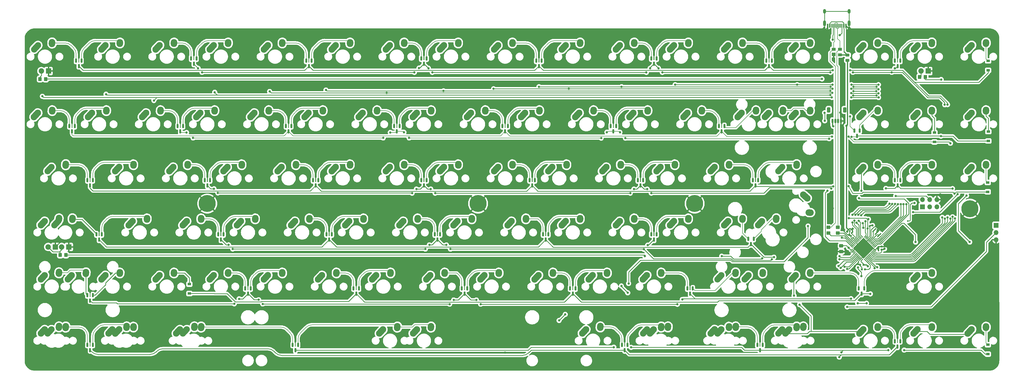
<source format=gbl>
%TF.GenerationSoftware,KiCad,Pcbnew,(6.0.6)*%
%TF.CreationDate,2023-03-05T15:32:32+02:00*%
%TF.ProjectId,UniversalTKL,556e6976-6572-4736-916c-544b4c2e6b69,rev?*%
%TF.SameCoordinates,Original*%
%TF.FileFunction,Copper,L2,Bot*%
%TF.FilePolarity,Positive*%
%FSLAX46Y46*%
G04 Gerber Fmt 4.6, Leading zero omitted, Abs format (unit mm)*
G04 Created by KiCad (PCBNEW (6.0.6)) date 2023-03-05 15:32:32*
%MOMM*%
%LPD*%
G01*
G04 APERTURE LIST*
G04 Aperture macros list*
%AMRoundRect*
0 Rectangle with rounded corners*
0 $1 Rounding radius*
0 $2 $3 $4 $5 $6 $7 $8 $9 X,Y pos of 4 corners*
0 Add a 4 corners polygon primitive as box body*
4,1,4,$2,$3,$4,$5,$6,$7,$8,$9,$2,$3,0*
0 Add four circle primitives for the rounded corners*
1,1,$1+$1,$2,$3*
1,1,$1+$1,$4,$5*
1,1,$1+$1,$6,$7*
1,1,$1+$1,$8,$9*
0 Add four rect primitives between the rounded corners*
20,1,$1+$1,$2,$3,$4,$5,0*
20,1,$1+$1,$4,$5,$6,$7,0*
20,1,$1+$1,$6,$7,$8,$9,0*
20,1,$1+$1,$8,$9,$2,$3,0*%
%AMHorizOval*
0 Thick line with rounded ends*
0 $1 width*
0 $2 $3 position (X,Y) of the first rounded end (center of the circle)*
0 $4 $5 position (X,Y) of the second rounded end (center of the circle)*
0 Add line between two ends*
20,1,$1,$2,$3,$4,$5,0*
0 Add two circle primitives to create the rounded ends*
1,1,$1,$2,$3*
1,1,$1,$4,$5*%
%AMRotRect*
0 Rectangle, with rotation*
0 The origin of the aperture is its center*
0 $1 length*
0 $2 width*
0 $3 Rotation angle, in degrees counterclockwise*
0 Add horizontal line*
21,1,$1,$2,0,0,$3*%
G04 Aperture macros list end*
%TA.AperFunction,ComponentPad*%
%ADD10HorizOval,2.300000X0.681998X0.731354X-0.681998X-0.731354X0*%
%TD*%
%TA.AperFunction,ComponentPad*%
%ADD11HorizOval,2.300000X0.008725X0.249848X-0.008725X-0.249848X0*%
%TD*%
%TA.AperFunction,ComponentPad*%
%ADD12HorizOval,2.300000X0.647898X0.694786X-0.647898X-0.694786X0*%
%TD*%
%TA.AperFunction,ComponentPad*%
%ADD13HorizOval,2.300000X0.015701X0.299589X-0.015701X-0.299589X0*%
%TD*%
%TA.AperFunction,ComponentPad*%
%ADD14C,6.000000*%
%TD*%
%TA.AperFunction,ComponentPad*%
%ADD15HorizOval,2.200000X0.681998X0.731354X-0.681998X-0.731354X0*%
%TD*%
%TA.AperFunction,ComponentPad*%
%ADD16C,1.905000*%
%TD*%
%TA.AperFunction,ComponentPad*%
%ADD17R,1.905000X1.905000*%
%TD*%
%TA.AperFunction,ComponentPad*%
%ADD18R,1.700000X1.700000*%
%TD*%
%TA.AperFunction,ComponentPad*%
%ADD19O,1.700000X1.700000*%
%TD*%
%TA.AperFunction,ComponentPad*%
%ADD20HorizOval,2.300000X0.299589X-0.015701X-0.299589X0.015701X0*%
%TD*%
%TA.AperFunction,ComponentPad*%
%ADD21HorizOval,2.300000X0.705988X-0.635674X-0.705988X0.635674X0*%
%TD*%
%TA.AperFunction,SMDPad,CuDef*%
%ADD22RoundRect,0.250000X-0.450000X0.350000X-0.450000X-0.350000X0.450000X-0.350000X0.450000X0.350000X0*%
%TD*%
%TA.AperFunction,SMDPad,CuDef*%
%ADD23RoundRect,0.150000X-0.150000X0.587500X-0.150000X-0.587500X0.150000X-0.587500X0.150000X0.587500X0*%
%TD*%
%TA.AperFunction,SMDPad,CuDef*%
%ADD24RoundRect,0.250000X0.350000X0.450000X-0.350000X0.450000X-0.350000X-0.450000X0.350000X-0.450000X0*%
%TD*%
%TA.AperFunction,SMDPad,CuDef*%
%ADD25RoundRect,0.140000X0.219203X0.021213X0.021213X0.219203X-0.219203X-0.021213X-0.021213X-0.219203X0*%
%TD*%
%TA.AperFunction,SMDPad,CuDef*%
%ADD26R,1.200000X0.900000*%
%TD*%
%TA.AperFunction,SMDPad,CuDef*%
%ADD27RoundRect,0.155000X0.212500X0.155000X-0.212500X0.155000X-0.212500X-0.155000X0.212500X-0.155000X0*%
%TD*%
%TA.AperFunction,SMDPad,CuDef*%
%ADD28RoundRect,0.150000X-0.150000X-0.625000X0.150000X-0.625000X0.150000X0.625000X-0.150000X0.625000X0*%
%TD*%
%TA.AperFunction,SMDPad,CuDef*%
%ADD29RoundRect,0.250000X-0.350000X-0.650000X0.350000X-0.650000X0.350000X0.650000X-0.350000X0.650000X0*%
%TD*%
%TA.AperFunction,SMDPad,CuDef*%
%ADD30R,0.600000X1.450000*%
%TD*%
%TA.AperFunction,SMDPad,CuDef*%
%ADD31R,0.300000X1.450000*%
%TD*%
%TA.AperFunction,ComponentPad*%
%ADD32O,1.000000X2.100000*%
%TD*%
%TA.AperFunction,ComponentPad*%
%ADD33O,1.000000X1.600000*%
%TD*%
%TA.AperFunction,SMDPad,CuDef*%
%ADD34RoundRect,0.155000X0.040659X0.259862X-0.259862X-0.040659X-0.040659X-0.259862X0.259862X0.040659X0*%
%TD*%
%TA.AperFunction,SMDPad,CuDef*%
%ADD35R,1.400000X1.200000*%
%TD*%
%TA.AperFunction,SMDPad,CuDef*%
%ADD36R,1.400000X1.000000*%
%TD*%
%TA.AperFunction,SMDPad,CuDef*%
%ADD37RoundRect,0.155000X0.155000X-0.212500X0.155000X0.212500X-0.155000X0.212500X-0.155000X-0.212500X0*%
%TD*%
%TA.AperFunction,SMDPad,CuDef*%
%ADD38RoundRect,0.243750X-0.456250X0.243750X-0.456250X-0.243750X0.456250X-0.243750X0.456250X0.243750X0*%
%TD*%
%TA.AperFunction,SMDPad,CuDef*%
%ADD39RoundRect,0.250000X-0.475000X0.337500X-0.475000X-0.337500X0.475000X-0.337500X0.475000X0.337500X0*%
%TD*%
%TA.AperFunction,SMDPad,CuDef*%
%ADD40RotRect,0.400000X1.900000X135.000000*%
%TD*%
%TA.AperFunction,SMDPad,CuDef*%
%ADD41RoundRect,0.062500X-0.380070X0.291682X0.291682X-0.380070X0.380070X-0.291682X-0.291682X0.380070X0*%
%TD*%
%TA.AperFunction,SMDPad,CuDef*%
%ADD42RoundRect,0.062500X-0.380070X-0.291682X-0.291682X-0.380070X0.380070X0.291682X0.291682X0.380070X0*%
%TD*%
%TA.AperFunction,SMDPad,CuDef*%
%ADD43RotRect,5.200000X5.200000X315.000000*%
%TD*%
%TA.AperFunction,ViaPad*%
%ADD44C,0.800000*%
%TD*%
%TA.AperFunction,ViaPad*%
%ADD45C,0.600000*%
%TD*%
%TA.AperFunction,Conductor*%
%ADD46C,0.400000*%
%TD*%
%TA.AperFunction,Conductor*%
%ADD47C,0.250000*%
%TD*%
%TA.AperFunction,Conductor*%
%ADD48C,0.200000*%
%TD*%
G04 APERTURE END LIST*
D10*
%TO.P,MX14,1,COL*%
%TO.N,col1*%
X69031250Y-101525000D03*
D11*
%TO.P,MX14,2,ROW*%
%TO.N,Net-(D5-Pad2)*%
X74781250Y-99975000D03*
%TD*%
D10*
%TO.P,MX62,1,COL*%
%TO.N,col4*%
X221431250Y-39612500D03*
D11*
%TO.P,MX62,2,ROW*%
%TO.N,Net-(D28-Pad2)*%
X227181250Y-38062500D03*
%TD*%
D12*
%TO.P,MX60,1,COL*%
%TO.N,col5*%
X228625000Y-139625000D03*
D13*
%TO.P,MX60,2,ROW*%
%TO.N,Net-(D29-Pad1)*%
X234325000Y-138025000D03*
%TD*%
D10*
%TO.P,MX94,1,COL*%
%TO.N,col7*%
X326206250Y-139625000D03*
D11*
%TO.P,MX94,2,ROW*%
%TO.N,Net-(D45-Pad1)*%
X331956250Y-138075000D03*
%TD*%
D10*
%TO.P,MX75,1,COL*%
%TO.N,col6*%
X264293750Y-63425000D03*
D11*
%TO.P,MX75,2,ROW*%
%TO.N,Net-(D36-Pad1)*%
X270043750Y-61875000D03*
%TD*%
D10*
%TO.P,MX85,1,COL*%
%TO.N,col7*%
X302393750Y-120575000D03*
D11*
%TO.P,MX85,2,ROW*%
%TO.N,Net-(D41-Pad1)*%
X308143750Y-119025000D03*
%TD*%
D14*
%TO.P,,1*%
%TO.N,GND*%
X364400000Y-96400000D03*
%TD*%
%TO.P,,1*%
%TO.N,GND*%
X96000000Y-94600000D03*
%TD*%
D10*
%TO.P,MX49,1,COL*%
%TO.N,col3*%
X183331250Y-101525000D03*
D11*
%TO.P,MX49,2,ROW*%
%TO.N,Net-(D23-Pad2)*%
X189081250Y-99975000D03*
%TD*%
D10*
%TO.P,MX27,1,COL*%
%TO.N,col1*%
X107131250Y-101525000D03*
D11*
%TO.P,MX27,2,ROW*%
%TO.N,Net-(D11-Pad2)*%
X112881250Y-99975000D03*
%TD*%
D10*
%TO.P,MX74,1,COL*%
%TO.N,col6*%
X259531250Y-39612500D03*
D11*
%TO.P,MX74,2,ROW*%
%TO.N,Net-(D35-Pad2)*%
X265281250Y-38062500D03*
%TD*%
D10*
%TO.P,MX16,1,COL*%
%TO.N,col1*%
X64268750Y-139625000D03*
D11*
%TO.P,MX16,2,ROW*%
%TO.N,Net-(D1-Pad2)*%
X70018750Y-138075000D03*
%TD*%
D12*
%TO.P,MX2,1,COL*%
%TO.N,col0*%
X38125000Y-120575000D03*
D13*
%TO.P,MX2,2,ROW*%
%TO.N,Net-(D6-Pad1)*%
X43825000Y-118975000D03*
%TD*%
D12*
%TO.P,MX104,1,COL*%
%TO.N,col6*%
X285775000Y-120525000D03*
D13*
%TO.P,MX104,2,ROW*%
%TO.N,Net-(D33-Pad2)*%
X291425000Y-119025000D03*
%TD*%
D14*
%TO.P,,1*%
%TO.N,GND*%
X267500000Y-94600000D03*
%TD*%
D10*
%TO.P,MX20,1,COL*%
%TO.N,col0*%
X83318750Y-82475000D03*
D11*
%TO.P,MX20,2,ROW*%
%TO.N,Net-(D10-Pad1)*%
X89068750Y-80925000D03*
%TD*%
D10*
%TO.P,MX33,1,COL*%
%TO.N,col2*%
X116656250Y-120575000D03*
D11*
%TO.P,MX33,2,ROW*%
%TO.N,Net-(D12-Pad2)*%
X122406250Y-119025000D03*
%TD*%
D10*
%TO.P,MX48,1,COL*%
%TO.N,col3*%
X178568750Y-82475000D03*
D11*
%TO.P,MX48,2,ROW*%
%TO.N,Net-(D22-Pad2)*%
X184318750Y-80925000D03*
%TD*%
D10*
%TO.P,MX31,1,COL*%
%TO.N,col2*%
X121418750Y-82475000D03*
D11*
%TO.P,MX31,2,ROW*%
%TO.N,Net-(D16-Pad1)*%
X127168750Y-80925000D03*
%TD*%
D12*
%TO.P,MX45,1,COL*%
%TO.N,col2*%
X169093750Y-139625000D03*
D13*
%TO.P,MX45,2,ROW*%
%TO.N,Net-(D13-Pad2)*%
X174743750Y-138075000D03*
%TD*%
D12*
%TO.P,MX73,1,COL*%
%TO.N,col6*%
X276250000Y-139625000D03*
D13*
%TO.P,MX73,2,ROW*%
%TO.N,Net-(D38-Pad1)*%
X281950000Y-138025000D03*
%TD*%
D12*
%TO.P,MX84,1,COL*%
%TO.N,col7*%
X290537500Y-101525000D03*
D13*
%TO.P,MX84,2,ROW*%
%TO.N,Net-(D37-Pad2)*%
X296237500Y-99975000D03*
%TD*%
D10*
%TO.P,MX91,1,COL*%
%TO.N,col7*%
X326206250Y-39612500D03*
D11*
%TO.P,MX91,2,ROW*%
%TO.N,Net-(D43-Pad1)*%
X331956250Y-38062500D03*
%TD*%
D10*
%TO.P,MX11,1,COL*%
%TO.N,col1*%
X59506250Y-39612500D03*
D11*
%TO.P,MX11,2,ROW*%
%TO.N,Net-(D2-Pad2)*%
X65256250Y-38062500D03*
%TD*%
D10*
%TO.P,MX22,1,COL*%
%TO.N,col0*%
X78556250Y-120575000D03*
D11*
%TO.P,MX22,2,ROW*%
%TO.N,Net-(D7-Pad2)*%
X84306250Y-119025000D03*
%TD*%
D10*
%TO.P,MX51,1,COL*%
%TO.N,col4*%
X197618750Y-39612500D03*
D11*
%TO.P,MX51,2,ROW*%
%TO.N,Net-(D28-Pad1)*%
X203368750Y-38062500D03*
%TD*%
D12*
%TO.P,MX3,1,COL*%
%TO.N,col0*%
X38125000Y-139625000D03*
D13*
%TO.P,MX3,2,ROW*%
%TO.N,Net-(D1-Pad1)*%
X43825000Y-138025000D03*
%TD*%
D10*
%TO.P,MX54,1,COL*%
%TO.N,col4*%
X202381250Y-101525000D03*
D11*
%TO.P,MX54,2,ROW*%
%TO.N,Net-(D27-Pad1)*%
X208131250Y-99975000D03*
%TD*%
D10*
%TO.P,MX43,1,COL*%
%TO.N,col2*%
X164281250Y-101525000D03*
D11*
%TO.P,MX43,2,ROW*%
%TO.N,Net-(D23-Pad1)*%
X170031250Y-99975000D03*
%TD*%
D10*
%TO.P,MX30,1,COL*%
%TO.N,col2*%
X111893750Y-63425000D03*
D11*
%TO.P,MX30,2,ROW*%
%TO.N,Net-(D15-Pad1)*%
X117643750Y-61875000D03*
%TD*%
D10*
%TO.P,MX65,1,COL*%
%TO.N,col4*%
X240481250Y-101525000D03*
D11*
%TO.P,MX65,2,ROW*%
%TO.N,Net-(D33-Pad1)*%
X246231250Y-99975000D03*
%TD*%
D10*
%TO.P,MX35,1,COL*%
%TO.N,col3*%
X130943750Y-63425000D03*
D11*
%TO.P,MX35,2,ROW*%
%TO.N,Net-(D15-Pad2)*%
X136693750Y-61875000D03*
%TD*%
D10*
%TO.P,MX79,1,COL*%
%TO.N,col6*%
X273818750Y-139625000D03*
D11*
%TO.P,MX79,2,ROW*%
%TO.N,Net-(D38-Pad1)*%
X279568750Y-138075000D03*
%TD*%
D14*
%TO.P,,1*%
%TO.N,GND*%
X191300000Y-94600000D03*
%TD*%
D10*
%TO.P,MX102,1,COL*%
%TO.N,col8*%
X364306250Y-82475000D03*
D11*
%TO.P,MX102,2,ROW*%
%TO.N,Net-(D49-Pad2)*%
X370056250Y-80925000D03*
%TD*%
D15*
%TO.P,MX6,1,COL*%
%TO.N,col0*%
X40506250Y-82475000D03*
D13*
%TO.P,MX6,2,ROW*%
%TO.N,Net-(D4-Pad1)*%
X46206250Y-80925000D03*
%TD*%
D12*
%TO.P,MX10,1,COL*%
%TO.N,col1*%
X61937500Y-139625000D03*
D13*
%TO.P,MX10,2,ROW*%
%TO.N,Net-(D1-Pad2)*%
X67637500Y-138025000D03*
%TD*%
D15*
%TO.P,MX95,1,COL*%
%TO.N,col8*%
X345306250Y-39612500D03*
D13*
%TO.P,MX95,2,ROW*%
%TO.N,Net-(D43-Pad2)*%
X350956250Y-38062500D03*
D16*
%TO.P,MX95,3,LED*%
%TO.N,scroll*%
X347186250Y-47942500D03*
D17*
%TO.P,MX95,4,LEDGND*%
%TO.N,GND*%
X349726250Y-47942500D03*
%TD*%
D12*
%TO.P,MX89,1,COL*%
%TO.N,col6*%
X292918750Y-63425000D03*
D13*
%TO.P,MX89,2,ROW*%
%TO.N,Net-(D42-Pad1)*%
X298568750Y-61875000D03*
%TD*%
D10*
%TO.P,MX25,1,COL*%
%TO.N,col1*%
X92843750Y-63425000D03*
D11*
%TO.P,MX25,2,ROW*%
%TO.N,Net-(D9-Pad2)*%
X98593750Y-61875000D03*
%TD*%
D10*
%TO.P,MX82,1,COL*%
%TO.N,col7*%
X278581250Y-39612500D03*
D11*
%TO.P,MX82,2,ROW*%
%TO.N,Net-(D40-Pad1)*%
X284331250Y-38062500D03*
%TD*%
D10*
%TO.P,MX18,1,COL*%
%TO.N,col0*%
X78556250Y-39612500D03*
D11*
%TO.P,MX18,2,ROW*%
%TO.N,Net-(D8-Pad1)*%
X84306250Y-38062500D03*
%TD*%
D10*
%TO.P,MX68,1,COL*%
%TO.N,col5*%
X240481250Y-39612500D03*
D11*
%TO.P,MX68,2,ROW*%
%TO.N,Net-(D35-Pad1)*%
X246231250Y-38062500D03*
%TD*%
D10*
%TO.P,MX77,1,COL*%
%TO.N,col6*%
X278581250Y-101525000D03*
D11*
%TO.P,MX77,2,ROW*%
%TO.N,Net-(D37-Pad1)*%
X284331250Y-99975000D03*
%TD*%
D10*
%TO.P,MX46,1,COL*%
%TO.N,col3*%
X178568750Y-39612500D03*
D11*
%TO.P,MX46,2,ROW*%
%TO.N,Net-(D20-Pad2)*%
X184318750Y-38062500D03*
%TD*%
D10*
%TO.P,MX26,1,COL*%
%TO.N,col1*%
X102368750Y-82475000D03*
D11*
%TO.P,MX26,2,ROW*%
%TO.N,Net-(D10-Pad2)*%
X108118750Y-80925000D03*
%TD*%
D10*
%TO.P,MX19,1,COL*%
%TO.N,col0*%
X73793750Y-63425000D03*
D11*
%TO.P,MX19,2,ROW*%
%TO.N,Net-(D9-Pad1)*%
X79543750Y-61875000D03*
%TD*%
D12*
%TO.P,MX8,1,COL*%
%TO.N,col0*%
X47650000Y-120575000D03*
D13*
%TO.P,MX8,2,ROW*%
%TO.N,Net-(D6-Pad1)*%
X53300000Y-119025000D03*
%TD*%
D10*
%TO.P,MX36,1,COL*%
%TO.N,col3*%
X140468750Y-82475000D03*
D11*
%TO.P,MX36,2,ROW*%
%TO.N,Net-(D16-Pad2)*%
X146218750Y-80925000D03*
%TD*%
D10*
%TO.P,MX42,1,COL*%
%TO.N,col2*%
X159518750Y-82475000D03*
D11*
%TO.P,MX42,2,ROW*%
%TO.N,Net-(D22-Pad1)*%
X165268750Y-80925000D03*
%TD*%
D10*
%TO.P,MX83,1,COL*%
%TO.N,col7*%
X283343750Y-63425000D03*
D11*
%TO.P,MX83,2,ROW*%
%TO.N,Net-(D36-Pad2)*%
X289093750Y-61875000D03*
%TD*%
D15*
%TO.P,MX23,1,COL*%
%TO.N,col0*%
X88131250Y-139625000D03*
D13*
%TO.P,MX23,2,ROW*%
%TO.N,Net-(D13-Pad1)*%
X93831250Y-138075000D03*
%TD*%
D10*
%TO.P,MX38,1,COL*%
%TO.N,col3*%
X135706250Y-120575000D03*
D11*
%TO.P,MX38,2,ROW*%
%TO.N,Net-(D19-Pad1)*%
X141456250Y-119025000D03*
%TD*%
D12*
%TO.P,MX1,1,COL*%
%TO.N,col0*%
X38125000Y-101500000D03*
D13*
%TO.P,MX1,2,ROW*%
%TO.N,Net-(D5-Pad1)*%
X43800000Y-100000000D03*
D16*
%TO.P,MX1,3,LED*%
%TO.N,CAPS*%
X40005000Y-109855000D03*
D17*
%TO.P,MX1,4,LEDGND*%
%TO.N,GND*%
X42545000Y-109855000D03*
%TD*%
D18*
%TO.P,J4,1,Pin_1*%
%TO.N,col3*%
X347650000Y-95720000D03*
D19*
%TO.P,J4,2,Pin_2*%
%TO.N,+5V*%
X347650000Y-93180000D03*
%TO.P,J4,3,Pin_3*%
%TO.N,col1*%
X350190000Y-95720000D03*
%TO.P,J4,4,Pin_4*%
%TO.N,col2*%
X350190000Y-93180000D03*
%TO.P,J4,5,Pin_5*%
%TO.N,RST*%
X352730000Y-95720000D03*
%TO.P,J4,6,Pin_6*%
%TO.N,GND*%
X352730000Y-93180000D03*
%TD*%
D10*
%TO.P,MX29,1,COL*%
%TO.N,col2*%
X116656250Y-39612500D03*
D11*
%TO.P,MX29,2,ROW*%
%TO.N,Net-(D14-Pad1)*%
X122406250Y-38062500D03*
%TD*%
D10*
%TO.P,MX34,1,COL*%
%TO.N,col3*%
X140468750Y-39612500D03*
D11*
%TO.P,MX34,2,ROW*%
%TO.N,Net-(D14-Pad2)*%
X146218750Y-38062500D03*
%TD*%
D10*
%TO.P,MX100,1,COL*%
%TO.N,col8*%
X364306250Y-39612500D03*
D11*
%TO.P,MX100,2,ROW*%
%TO.N,Net-(D47-Pad2)*%
X370056250Y-38062500D03*
%TD*%
D10*
%TO.P,MX64,1,COL*%
%TO.N,col4*%
X235718750Y-82475000D03*
D11*
%TO.P,MX64,2,ROW*%
%TO.N,Net-(D32-Pad1)*%
X241468750Y-80925000D03*
%TD*%
D15*
%TO.P,MX90,1,COL*%
%TO.N,col6*%
X297681250Y-82475000D03*
D13*
%TO.P,MX90,2,ROW*%
%TO.N,Net-(D39-Pad2)*%
X303381250Y-80925000D03*
%TD*%
D10*
%TO.P,MX28,1,COL*%
%TO.N,col1*%
X97606250Y-120575000D03*
D11*
%TO.P,MX28,2,ROW*%
%TO.N,Net-(D12-Pad1)*%
X103356250Y-119025000D03*
%TD*%
D10*
%TO.P,MX57,1,COL*%
%TO.N,col5*%
X216668750Y-82475000D03*
D11*
%TO.P,MX57,2,ROW*%
%TO.N,Net-(D26-Pad2)*%
X222418750Y-80925000D03*
%TD*%
D12*
%TO.P,MX61,1,COL*%
%TO.N,col4*%
X252437500Y-139625000D03*
D13*
%TO.P,MX61,2,ROW*%
%TO.N,Net-(D29-Pad2)*%
X258137500Y-138025000D03*
%TD*%
D10*
%TO.P,MX32,1,COL*%
%TO.N,col2*%
X126181250Y-101525000D03*
D11*
%TO.P,MX32,2,ROW*%
%TO.N,Net-(D17-Pad1)*%
X131931250Y-99975000D03*
%TD*%
D18*
%TO.P,J2,1,Pin_1*%
%TO.N,+5V*%
X373600000Y-102265000D03*
D19*
%TO.P,J2,2,Pin_2*%
%TO.N,rgbout*%
X373600000Y-104805000D03*
%TO.P,J2,3,Pin_3*%
%TO.N,GND*%
X373600000Y-107345000D03*
%TD*%
D10*
%TO.P,MX5,1,COL*%
%TO.N,col0*%
X35693750Y-63425000D03*
D11*
%TO.P,MX5,2,ROW*%
%TO.N,Net-(D3-Pad1)*%
X41443750Y-61875000D03*
%TD*%
D10*
%TO.P,MX12,1,COL*%
%TO.N,col1*%
X54743750Y-63425000D03*
D11*
%TO.P,MX12,2,ROW*%
%TO.N,Net-(D3-Pad2)*%
X60493750Y-61875000D03*
%TD*%
D12*
%TO.P,MX39,1,COL*%
%TO.N,col2*%
X157187500Y-139625000D03*
D13*
%TO.P,MX39,2,ROW*%
%TO.N,Net-(D13-Pad2)*%
X162887500Y-138075000D03*
%TD*%
D10*
%TO.P,MX50,1,COL*%
%TO.N,col3*%
X173806250Y-120575000D03*
D11*
%TO.P,MX50,2,ROW*%
%TO.N,Net-(D24-Pad1)*%
X179556250Y-119025000D03*
%TD*%
D12*
%TO.P,MX17,1,COL*%
%TO.N,col0*%
X85750000Y-139625000D03*
D13*
%TO.P,MX17,2,ROW*%
%TO.N,Net-(D13-Pad1)*%
X91450000Y-138025000D03*
%TD*%
D12*
%TO.P,MX81,1,COL*%
%TO.N,col7*%
X300062500Y-139625000D03*
D13*
%TO.P,MX81,2,ROW*%
%TO.N,Net-(D38-Pad2)*%
X305762500Y-138025000D03*
%TD*%
D10*
%TO.P,MX97,1,COL*%
%TO.N,col8*%
X345256250Y-82475000D03*
D11*
%TO.P,MX97,2,ROW*%
%TO.N,Net-(D44-Pad2)*%
X351006250Y-80925000D03*
%TD*%
D10*
%TO.P,MX21,1,COL*%
%TO.N,col0*%
X88081250Y-101525000D03*
D11*
%TO.P,MX21,2,ROW*%
%TO.N,Net-(D11-Pad1)*%
X93831250Y-99975000D03*
%TD*%
D10*
%TO.P,MX53,1,COL*%
%TO.N,col4*%
X197618750Y-82475000D03*
D11*
%TO.P,MX53,2,ROW*%
%TO.N,Net-(D26-Pad1)*%
X203368750Y-80925000D03*
%TD*%
D10*
%TO.P,MX44,1,COL*%
%TO.N,col2*%
X154756250Y-120575000D03*
D11*
%TO.P,MX44,2,ROW*%
%TO.N,Net-(D19-Pad2)*%
X160506250Y-119025000D03*
%TD*%
D10*
%TO.P,MX24,1,COL*%
%TO.N,col1*%
X97606250Y-39612500D03*
D11*
%TO.P,MX24,2,ROW*%
%TO.N,Net-(D8-Pad2)*%
X103356250Y-38062500D03*
%TD*%
D10*
%TO.P,MX72,1,COL*%
%TO.N,col5*%
X250006250Y-120575000D03*
D11*
%TO.P,MX72,2,ROW*%
%TO.N,Net-(D34-Pad1)*%
X255756250Y-119025000D03*
%TD*%
D10*
%TO.P,MX37,1,COL*%
%TO.N,col3*%
X145231250Y-101525000D03*
D11*
%TO.P,MX37,2,ROW*%
%TO.N,Net-(D17-Pad2)*%
X150981250Y-99975000D03*
%TD*%
D10*
%TO.P,MX52,1,COL*%
%TO.N,col4*%
X188093750Y-63425000D03*
D11*
%TO.P,MX52,2,ROW*%
%TO.N,Net-(D25-Pad1)*%
X193843750Y-61875000D03*
%TD*%
D15*
%TO.P,MX9,1,COL*%
%TO.N,col0*%
X40506250Y-139625000D03*
D13*
%TO.P,MX9,2,ROW*%
%TO.N,Net-(D1-Pad1)*%
X46206250Y-138075000D03*
%TD*%
D15*
%TO.P,MX4,1,COL*%
%TO.N,col0*%
X35743750Y-39612500D03*
D13*
%TO.P,MX4,2,ROW*%
%TO.N,Net-(D2-Pad1)*%
X41393750Y-38062500D03*
D16*
%TO.P,MX4,3,LED*%
%TO.N,layer*%
X37623750Y-47942500D03*
D17*
%TO.P,MX4,4,LEDGND*%
%TO.N,GND*%
X40163750Y-47942500D03*
%TD*%
D10*
%TO.P,MX93,1,COL*%
%TO.N,col7*%
X326206250Y-82475000D03*
D11*
%TO.P,MX93,2,ROW*%
%TO.N,Net-(D44-Pad1)*%
X331956250Y-80925000D03*
%TD*%
D10*
%TO.P,MX96,1,COL*%
%TO.N,col8*%
X345256250Y-63425000D03*
D11*
%TO.P,MX96,2,ROW*%
%TO.N,Net-(D46-Pad2)*%
X351006250Y-61875000D03*
%TD*%
D20*
%TO.P,MX80,1,COL*%
%TO.N,col6*%
X308012500Y-97750000D03*
D21*
%TO.P,MX80,2,ROW*%
%TO.N,Net-(D36-Pad2)*%
X306462500Y-92100000D03*
%TD*%
D10*
%TO.P,MX92,1,COL*%
%TO.N,col7*%
X326206250Y-63425000D03*
D11*
%TO.P,MX92,2,ROW*%
%TO.N,Net-(D42-Pad2)*%
X331956250Y-61875000D03*
%TD*%
D10*
%TO.P,MX71,1,COL*%
%TO.N,col5*%
X259531250Y-101525000D03*
D11*
%TO.P,MX71,2,ROW*%
%TO.N,Net-(D33-Pad2)*%
X265281250Y-99975000D03*
%TD*%
D10*
%TO.P,MX70,1,COL*%
%TO.N,col5*%
X254768750Y-82475000D03*
D11*
%TO.P,MX70,2,ROW*%
%TO.N,Net-(D32-Pad2)*%
X260518750Y-80925000D03*
%TD*%
D10*
%TO.P,MX103,1,COL*%
%TO.N,col8*%
X364306250Y-139625000D03*
D11*
%TO.P,MX103,2,ROW*%
%TO.N,Net-(D50-Pad2)*%
X370056250Y-138075000D03*
%TD*%
D10*
%TO.P,MX56,1,COL*%
%TO.N,col5*%
X207143750Y-63425000D03*
D11*
%TO.P,MX56,2,ROW*%
%TO.N,Net-(D25-Pad2)*%
X212893750Y-61875000D03*
%TD*%
D10*
%TO.P,MX88,1,COL*%
%TO.N,col6*%
X302393750Y-39612500D03*
D11*
%TO.P,MX88,2,ROW*%
%TO.N,Net-(D40-Pad2)*%
X308143750Y-38062500D03*
%TD*%
D10*
%TO.P,MX40,1,COL*%
%TO.N,col2*%
X159518750Y-39612500D03*
D11*
%TO.P,MX40,2,ROW*%
%TO.N,Net-(D20-Pad1)*%
X165268750Y-38062500D03*
%TD*%
D15*
%TO.P,MX7,1,COL*%
%TO.N,col0*%
X42887500Y-101525000D03*
D13*
%TO.P,MX7,2,ROW*%
%TO.N,Net-(D5-Pad1)*%
X48537500Y-99975000D03*
D16*
%TO.P,MX7,3,LED*%
%TO.N,CAPS*%
X44767500Y-109855000D03*
D17*
%TO.P,MX7,4,LEDGND*%
%TO.N,GND*%
X47307500Y-109855000D03*
%TD*%
D10*
%TO.P,MX99,1,COL*%
%TO.N,col8*%
X345256250Y-139625000D03*
D11*
%TO.P,MX99,2,ROW*%
%TO.N,Net-(D45-Pad2)*%
X351006250Y-138075000D03*
%TD*%
D15*
%TO.P,MX86,1,COL*%
%TO.N,col7*%
X297681250Y-139625000D03*
D13*
%TO.P,MX86,2,ROW*%
%TO.N,Net-(D38-Pad2)*%
X303381250Y-138075000D03*
%TD*%
D15*
%TO.P,MX67,1,COL*%
%TO.N,col4*%
X250056250Y-139625000D03*
D13*
%TO.P,MX67,2,ROW*%
%TO.N,Net-(D29-Pad2)*%
X255756250Y-138075000D03*
%TD*%
D10*
%TO.P,MX87,1,COL*%
%TO.N,col6*%
X302393750Y-63425000D03*
D11*
%TO.P,MX87,2,ROW*%
%TO.N,Net-(D42-Pad1)*%
X308143750Y-61875000D03*
%TD*%
D10*
%TO.P,MX59,1,COL*%
%TO.N,col5*%
X211906250Y-120575000D03*
D11*
%TO.P,MX59,2,ROW*%
%TO.N,Net-(D30-Pad1)*%
X217656250Y-119025000D03*
%TD*%
D10*
%TO.P,MX58,1,COL*%
%TO.N,col5*%
X221431250Y-101525000D03*
D11*
%TO.P,MX58,2,ROW*%
%TO.N,Net-(D27-Pad2)*%
X227181250Y-99975000D03*
%TD*%
D15*
%TO.P,MX78,1,COL*%
%TO.N,col6*%
X276250000Y-120575000D03*
D13*
%TO.P,MX78,2,ROW*%
%TO.N,Net-(D34-Pad2)*%
X281900000Y-119025000D03*
%TD*%
D10*
%TO.P,MX13,1,COL*%
%TO.N,col1*%
X64268750Y-82475000D03*
D11*
%TO.P,MX13,2,ROW*%
%TO.N,Net-(D4-Pad2)*%
X70018750Y-80925000D03*
%TD*%
D10*
%TO.P,MX98,1,COL*%
%TO.N,col8*%
X345256250Y-120575000D03*
D11*
%TO.P,MX98,2,ROW*%
%TO.N,Net-(D41-Pad2)*%
X351006250Y-119025000D03*
%TD*%
D10*
%TO.P,MX15,1,COL*%
%TO.N,col1*%
X59480000Y-120575000D03*
D11*
%TO.P,MX15,2,ROW*%
%TO.N,Net-(D6-Pad2)*%
X65230000Y-119025000D03*
%TD*%
D10*
%TO.P,MX63,1,COL*%
%TO.N,col4*%
X226193750Y-63425000D03*
D11*
%TO.P,MX63,2,ROW*%
%TO.N,Net-(D31-Pad1)*%
X231943750Y-61875000D03*
%TD*%
D10*
%TO.P,MX66,1,COL*%
%TO.N,col4*%
X230956250Y-120575000D03*
D11*
%TO.P,MX66,2,ROW*%
%TO.N,Net-(D30-Pad2)*%
X236706250Y-119025000D03*
%TD*%
D10*
%TO.P,MX76,1,COL*%
%TO.N,col6*%
X273818750Y-82475000D03*
D11*
%TO.P,MX76,2,ROW*%
%TO.N,Net-(D39-Pad1)*%
X279568750Y-80925000D03*
%TD*%
D10*
%TO.P,MX47,1,COL*%
%TO.N,col3*%
X169043750Y-63425000D03*
D11*
%TO.P,MX47,2,ROW*%
%TO.N,Net-(D21-Pad2)*%
X174793750Y-61875000D03*
%TD*%
D10*
%TO.P,MX101,1,COL*%
%TO.N,col8*%
X364306250Y-63425000D03*
D11*
%TO.P,MX101,2,ROW*%
%TO.N,Net-(D48-Pad2)*%
X370056250Y-61875000D03*
%TD*%
D10*
%TO.P,MX55,1,COL*%
%TO.N,col4*%
X192856250Y-120575000D03*
D11*
%TO.P,MX55,2,ROW*%
%TO.N,Net-(D24-Pad2)*%
X198606250Y-119025000D03*
%TD*%
D10*
%TO.P,MX41,1,COL*%
%TO.N,col2*%
X149993750Y-63425000D03*
D11*
%TO.P,MX41,2,ROW*%
%TO.N,Net-(D21-Pad1)*%
X155743750Y-61875000D03*
%TD*%
D10*
%TO.P,MX69,1,COL*%
%TO.N,col5*%
X245243750Y-63425000D03*
D11*
%TO.P,MX69,2,ROW*%
%TO.N,Net-(D31-Pad2)*%
X250993750Y-61875000D03*
%TD*%
D22*
%TO.P,R_DATA1,1*%
%TO.N,D+*%
X317840000Y-102950000D03*
%TO.P,R_DATA1,2*%
%TO.N,Net-(R_DATA1-Pad2)*%
X317840000Y-104950000D03*
%TD*%
D23*
%TO.P,D29,1,A1*%
%TO.N,Net-(D29-Pad1)*%
X241937500Y-144318750D03*
%TO.P,D29,2,A2*%
%TO.N,Net-(D29-Pad2)*%
X243837500Y-144318750D03*
%TO.P,D29,3,K*%
%TO.N,row10*%
X242887500Y-146193750D03*
%TD*%
D24*
%TO.P,R_INDICATOR3,1*%
%TO.N,lock3*%
X39130000Y-50760000D03*
%TO.P,R_INDICATOR3,2*%
%TO.N,layer*%
X37130000Y-50760000D03*
%TD*%
%TO.P,R_INDICATOR2,1*%
%TO.N,lock2*%
X348662500Y-50006250D03*
%TO.P,R_INDICATOR2,2*%
%TO.N,scroll*%
X346662500Y-50006250D03*
%TD*%
D23*
%TO.P,D17,1,A1*%
%TO.N,Net-(D17-Pad1)*%
X137956250Y-105425000D03*
%TO.P,D17,2,A2*%
%TO.N,Net-(D17-Pad2)*%
X139856250Y-105425000D03*
%TO.P,D17,3,K*%
%TO.N,row6*%
X138906250Y-107300000D03*
%TD*%
%TO.P,D36,1,A1*%
%TO.N,Net-(D36-Pad1)*%
X276068750Y-67325000D03*
%TO.P,D36,2,A2*%
%TO.N,Net-(D36-Pad2)*%
X277968750Y-67325000D03*
%TO.P,D36,3,K*%
%TO.N,row2*%
X277018750Y-69200000D03*
%TD*%
%TO.P,D30,1,A1*%
%TO.N,Net-(D30-Pad1)*%
X223681250Y-124475000D03*
%TO.P,D30,2,A2*%
%TO.N,Net-(D30-Pad2)*%
X225581250Y-124475000D03*
%TO.P,D30,3,K*%
%TO.N,row9*%
X224631250Y-126350000D03*
%TD*%
D25*
%TO.P,C_UCAP1,1*%
%TO.N,Net-(C_UCAP1-Pad1)*%
X323219411Y-106669411D03*
%TO.P,C_UCAP1,2*%
%TO.N,GND*%
X322540589Y-105990589D03*
%TD*%
D23*
%TO.P,D1,1,A1*%
%TO.N,Net-(D1-Pad1)*%
X53818750Y-144318750D03*
%TO.P,D1,2,A2*%
%TO.N,Net-(D1-Pad2)*%
X55718750Y-144318750D03*
%TO.P,D1,3,K*%
%TO.N,row10*%
X54768750Y-146193750D03*
%TD*%
%TO.P,D35,1,A1*%
%TO.N,Net-(D35-Pad1)*%
X252256250Y-43512500D03*
%TO.P,D35,2,A2*%
%TO.N,Net-(D35-Pad2)*%
X254156250Y-43512500D03*
%TO.P,D35,3,K*%
%TO.N,row1*%
X253206250Y-45387500D03*
%TD*%
D26*
%TO.P,D48,1,K*%
%TO.N,row3*%
X370860000Y-72560000D03*
%TO.P,D48,2,A*%
%TO.N,Net-(D48-Pad2)*%
X370860000Y-69260000D03*
%TD*%
D23*
%TO.P,D3,1,A1*%
%TO.N,Net-(D3-Pad1)*%
X47468750Y-67325000D03*
%TO.P,D3,2,A2*%
%TO.N,Net-(D3-Pad2)*%
X49368750Y-67325000D03*
%TO.P,D3,3,K*%
%TO.N,row2*%
X48418750Y-69200000D03*
%TD*%
D26*
%TO.P,D46,1,K*%
%TO.N,row2*%
X351910000Y-72910000D03*
%TO.P,D46,2,A*%
%TO.N,Net-(D46-Pad2)*%
X351910000Y-69610000D03*
%TD*%
D27*
%TO.P,R_HWB1,1*%
%TO.N,Net-(R_HWB1-Pad1)*%
X327477500Y-117740000D03*
%TO.P,R_HWB1,2*%
%TO.N,GND*%
X326342500Y-117740000D03*
%TD*%
D23*
%TO.P,D2,1,A1*%
%TO.N,Net-(D2-Pad1)*%
X49850000Y-44306250D03*
%TO.P,D2,2,A2*%
%TO.N,Net-(D2-Pad2)*%
X51750000Y-44306250D03*
%TO.P,D2,3,K*%
%TO.N,row0*%
X50800000Y-46181250D03*
%TD*%
D28*
%TO.P,J3,1,Pin_1*%
%TO.N,+5V*%
X316000000Y-65500000D03*
%TO.P,J3,2,Pin_2*%
%TO.N,D-*%
X317000000Y-65500000D03*
%TO.P,J3,3,Pin_3*%
%TO.N,D+*%
X318000000Y-65500000D03*
%TO.P,J3,4,Pin_4*%
%TO.N,GND*%
X319000000Y-65500000D03*
D29*
%TO.P,J3,MP*%
%TO.N,N/C*%
X320300000Y-61625000D03*
X314700000Y-61625000D03*
%TD*%
D30*
%TO.P,USB1,1,GND*%
%TO.N,GND*%
X314315000Y-32032500D03*
%TO.P,USB1,2,VBUS*%
%TO.N,VCC*%
X315090000Y-32032500D03*
D31*
%TO.P,USB1,3,SBU2*%
%TO.N,unconnected-(USB1-Pad3)*%
X315790000Y-32032500D03*
%TO.P,USB1,4,CC1*%
%TO.N,Net-(R_USB2-Pad2)*%
X316290000Y-32032500D03*
%TO.P,USB1,5,DN2*%
%TO.N,D-*%
X316790000Y-32032500D03*
%TO.P,USB1,6,DP1*%
%TO.N,D+*%
X317290000Y-32032500D03*
%TO.P,USB1,7,DN1*%
%TO.N,D-*%
X317790000Y-32032500D03*
%TO.P,USB1,8,DP2*%
%TO.N,D+*%
X318290000Y-32032500D03*
%TO.P,USB1,9,SBU1*%
%TO.N,unconnected-(USB1-Pad9)*%
X318790000Y-32032500D03*
%TO.P,USB1,10,CC2*%
%TO.N,Net-(R_USB1-Pad2)*%
X319290000Y-32032500D03*
D30*
%TO.P,USB1,11,VBUS*%
%TO.N,VCC*%
X319990000Y-32032500D03*
%TO.P,USB1,12,GND*%
%TO.N,GND*%
X320765000Y-32032500D03*
D32*
%TO.P,USB1,13,SHIELD*%
%TO.N,unconnected-(USB1-Pad13)*%
X313220000Y-31117500D03*
D33*
X313220000Y-26937500D03*
X321860000Y-26937500D03*
D32*
X321860000Y-31117500D03*
%TD*%
D26*
%TO.P,D49,1,K*%
%TO.N,row4*%
X370640000Y-90460000D03*
%TO.P,D49,2,A*%
%TO.N,Net-(D49-Pad2)*%
X370640000Y-87160000D03*
%TD*%
D23*
%TO.P,D4,1,A1*%
%TO.N,Net-(D4-Pad1)*%
X53818750Y-86375000D03*
%TO.P,D4,2,A2*%
%TO.N,Net-(D4-Pad2)*%
X55718750Y-86375000D03*
%TO.P,D4,3,K*%
%TO.N,row4*%
X54768750Y-88250000D03*
%TD*%
%TO.P,D43,1,A1*%
%TO.N,Net-(D43-Pad1)*%
X337981250Y-44306250D03*
%TO.P,D43,2,A2*%
%TO.N,Net-(D43-Pad2)*%
X339881250Y-44306250D03*
%TO.P,D43,3,K*%
%TO.N,row1*%
X338931250Y-46181250D03*
%TD*%
D26*
%TO.P,D47,1,K*%
%TO.N,row0*%
X370770000Y-47670000D03*
%TO.P,D47,2,A*%
%TO.N,Net-(D47-Pad2)*%
X370770000Y-44370000D03*
%TD*%
D25*
%TO.P,C_DECOUP4,1*%
%TO.N,+5V*%
X322829411Y-104879411D03*
%TO.P,C_DECOUP4,2*%
%TO.N,GND*%
X322150589Y-104200589D03*
%TD*%
D23*
%TO.P,D26,1,A1*%
%TO.N,Net-(D26-Pad1)*%
X209393750Y-86375000D03*
%TO.P,D26,2,A2*%
%TO.N,Net-(D26-Pad2)*%
X211293750Y-86375000D03*
%TO.P,D26,3,K*%
%TO.N,row4*%
X210343750Y-88250000D03*
%TD*%
%TO.P,D6,1,A1*%
%TO.N,Net-(D6-Pad1)*%
X53818750Y-126856250D03*
%TO.P,D6,2,A2*%
%TO.N,Net-(D6-Pad2)*%
X55718750Y-126856250D03*
%TO.P,D6,3,K*%
%TO.N,row8*%
X54768750Y-128731250D03*
%TD*%
%TO.P,D33,1,A1*%
%TO.N,Net-(D33-Pad1)*%
X252256250Y-105425000D03*
%TO.P,D33,2,A2*%
%TO.N,Net-(D33-Pad2)*%
X254156250Y-105425000D03*
%TO.P,D33,3,K*%
%TO.N,row7*%
X253206250Y-107300000D03*
%TD*%
%TO.P,D42,1,A1*%
%TO.N,Net-(D42-Pad1)*%
X323693750Y-68912500D03*
%TO.P,D42,2,A2*%
%TO.N,Net-(D42-Pad2)*%
X325593750Y-68912500D03*
%TO.P,D42,3,K*%
%TO.N,row3*%
X324643750Y-70787500D03*
%TD*%
D34*
%TO.P,R_RST1,1*%
%TO.N,+5V*%
X329161283Y-102538717D03*
%TO.P,R_RST1,2*%
%TO.N,RST*%
X328358717Y-103341283D03*
%TD*%
D23*
%TO.P,D24,1,A1*%
%TO.N,Net-(D24-Pad1)*%
X185581250Y-124475000D03*
%TO.P,D24,2,A2*%
%TO.N,Net-(D24-Pad2)*%
X187481250Y-124475000D03*
%TO.P,D24,3,K*%
%TO.N,row8*%
X186531250Y-126350000D03*
%TD*%
D27*
%TO.P,C_DECOUP1,1*%
%TO.N,+5V*%
X326910000Y-116180000D03*
%TO.P,C_DECOUP1,2*%
%TO.N,GND*%
X325775000Y-116180000D03*
%TD*%
D23*
%TO.P,D39,1,A1*%
%TO.N,Net-(D39-Pad1)*%
X287975000Y-86375000D03*
%TO.P,D39,2,A2*%
%TO.N,Net-(D39-Pad2)*%
X289875000Y-86375000D03*
%TO.P,D39,3,K*%
%TO.N,row4*%
X288925000Y-88250000D03*
%TD*%
%TO.P,D12,1,A1*%
%TO.N,Net-(D12-Pad1)*%
X109381250Y-124475000D03*
%TO.P,D12,2,A2*%
%TO.N,Net-(D12-Pad2)*%
X111281250Y-124475000D03*
%TO.P,D12,3,K*%
%TO.N,row8*%
X110331250Y-126350000D03*
%TD*%
%TO.P,D22,1,A1*%
%TO.N,Net-(D22-Pad1)*%
X171293750Y-86375000D03*
%TO.P,D22,2,A2*%
%TO.N,Net-(D22-Pad2)*%
X173193750Y-86375000D03*
%TO.P,D22,3,K*%
%TO.N,row5*%
X172243750Y-88250000D03*
%TD*%
%TO.P,D11,1,A1*%
%TO.N,Net-(D11-Pad1)*%
X99856250Y-105425000D03*
%TO.P,D11,2,A2*%
%TO.N,Net-(D11-Pad2)*%
X101756250Y-105425000D03*
%TO.P,D11,3,K*%
%TO.N,row7*%
X100806250Y-107300000D03*
%TD*%
%TO.P,D8,1,A1*%
%TO.N,Net-(D8-Pad1)*%
X90331250Y-43512500D03*
%TO.P,D8,2,A2*%
%TO.N,Net-(D8-Pad2)*%
X92231250Y-43512500D03*
%TO.P,D8,3,K*%
%TO.N,row1*%
X91281250Y-45387500D03*
%TD*%
%TO.P,D34,1,A1*%
%TO.N,Net-(D34-Pad1)*%
X264956250Y-124475000D03*
%TO.P,D34,2,A2*%
%TO.N,Net-(D34-Pad2)*%
X266856250Y-124475000D03*
%TO.P,D34,3,K*%
%TO.N,row8*%
X265906250Y-126350000D03*
%TD*%
D35*
%TO.P,D18,1,GND*%
%TO.N,GND*%
X316400000Y-42045000D03*
D36*
%TO.P,D18,2,I/O1*%
%TO.N,D-*%
X316400000Y-40325000D03*
%TO.P,D18,3,I/O2*%
%TO.N,D+*%
X318600000Y-40325000D03*
%TO.P,D18,4,VCC*%
%TO.N,VCC*%
X318600000Y-42225000D03*
%TD*%
D23*
%TO.P,D32,1,A1*%
%TO.N,Net-(D32-Pad1)*%
X247493750Y-86375000D03*
%TO.P,D32,2,A2*%
%TO.N,Net-(D32-Pad2)*%
X249393750Y-86375000D03*
%TO.P,D32,3,K*%
%TO.N,row5*%
X248443750Y-88250000D03*
%TD*%
%TO.P,D5,1,A1*%
%TO.N,Net-(D5-Pad1)*%
X56993750Y-105425000D03*
%TO.P,D5,2,A2*%
%TO.N,Net-(D5-Pad2)*%
X58893750Y-105425000D03*
%TO.P,D5,3,K*%
%TO.N,row6*%
X57943750Y-107300000D03*
%TD*%
D24*
%TO.P,R_INDICATOR1,1*%
%TO.N,lock*%
X46243750Y-112712500D03*
%TO.P,R_INDICATOR1,2*%
%TO.N,CAPS*%
X44243750Y-112712500D03*
%TD*%
D26*
%TO.P,D50,1,K*%
%TO.N,row11*%
X370680000Y-147580000D03*
%TO.P,D50,2,A*%
%TO.N,Net-(D50-Pad2)*%
X370680000Y-144280000D03*
%TD*%
D23*
%TO.P,D15,1,A1*%
%TO.N,Net-(D15-Pad1)*%
X123668750Y-67325000D03*
%TO.P,D15,2,A2*%
%TO.N,Net-(D15-Pad2)*%
X125568750Y-67325000D03*
%TO.P,D15,3,K*%
%TO.N,row2*%
X124618750Y-69200000D03*
%TD*%
D22*
%TO.P,R_DATA2,1*%
%TO.N,D-*%
X314570000Y-102970000D03*
%TO.P,R_DATA2,2*%
%TO.N,Net-(R_DATA2-Pad2)*%
X314570000Y-104970000D03*
%TD*%
D37*
%TO.P,C_DECOUP3,1*%
%TO.N,+5V*%
X333250000Y-110857500D03*
%TO.P,C_DECOUP3,2*%
%TO.N,GND*%
X333250000Y-109722500D03*
%TD*%
D23*
%TO.P,D41,1,A1*%
%TO.N,Net-(D41-Pad1)*%
X325281250Y-124475000D03*
%TO.P,D41,2,A2*%
%TO.N,Net-(D41-Pad2)*%
X327181250Y-124475000D03*
%TO.P,D41,3,K*%
%TO.N,row9*%
X326231250Y-126350000D03*
%TD*%
%TO.P,D13,1,A1*%
%TO.N,Net-(D13-Pad1)*%
X126050000Y-144318750D03*
%TO.P,D13,2,A2*%
%TO.N,Net-(D13-Pad2)*%
X127950000Y-144318750D03*
%TO.P,D13,3,K*%
%TO.N,row11*%
X127000000Y-146193750D03*
%TD*%
%TO.P,D31,1,A1*%
%TO.N,Net-(D31-Pad1)*%
X237968750Y-67325000D03*
%TO.P,D31,2,A2*%
%TO.N,Net-(D31-Pad2)*%
X239868750Y-67325000D03*
%TO.P,D31,3,K*%
%TO.N,row3*%
X238918750Y-69200000D03*
%TD*%
%TO.P,D27,1,A1*%
%TO.N,Net-(D27-Pad1)*%
X214156250Y-105425000D03*
%TO.P,D27,2,A2*%
%TO.N,Net-(D27-Pad2)*%
X216056250Y-105425000D03*
%TO.P,D27,3,K*%
%TO.N,row6*%
X215106250Y-107300000D03*
%TD*%
D38*
%TO.P,F1,1*%
%TO.N,VCC*%
X321300000Y-42312500D03*
%TO.P,F1,2*%
%TO.N,+5V*%
X321300000Y-44187500D03*
%TD*%
D26*
%TO.P,D7,1,K*%
%TO.N,row9*%
X89693750Y-126268750D03*
%TO.P,D7,2,A*%
%TO.N,Net-(D7-Pad2)*%
X89693750Y-122968750D03*
%TD*%
D23*
%TO.P,D16,1,A1*%
%TO.N,Net-(D16-Pad1)*%
X133193750Y-86375000D03*
%TO.P,D16,2,A2*%
%TO.N,Net-(D16-Pad2)*%
X135093750Y-86375000D03*
%TO.P,D16,3,K*%
%TO.N,row4*%
X134143750Y-88250000D03*
%TD*%
D39*
%TO.P,C_DECOUP2,1*%
%TO.N,+5V*%
X319100000Y-109450000D03*
%TO.P,C_DECOUP2,2*%
%TO.N,GND*%
X319100000Y-111525000D03*
%TD*%
D23*
%TO.P,D45,1,A1*%
%TO.N,Net-(D45-Pad1)*%
X337950000Y-143052500D03*
%TO.P,D45,2,A2*%
%TO.N,Net-(D45-Pad2)*%
X339850000Y-143052500D03*
%TO.P,D45,3,K*%
%TO.N,row10*%
X338900000Y-144927500D03*
%TD*%
%TO.P,D38,1,A1*%
%TO.N,Net-(D38-Pad1)*%
X289562500Y-144318750D03*
%TO.P,D38,2,A2*%
%TO.N,Net-(D38-Pad2)*%
X291462500Y-144318750D03*
%TO.P,D38,3,K*%
%TO.N,row11*%
X290512500Y-146193750D03*
%TD*%
D40*
%TO.P,Y1,1,1*%
%TO.N,Net-(U1-Pad17)*%
X332420000Y-105700000D03*
%TO.P,Y1,2,2*%
%TO.N,GND*%
X331571472Y-104851472D03*
%TO.P,Y1,3,3*%
%TO.N,Net-(U1-Pad16)*%
X330722944Y-104002944D03*
%TD*%
D41*
%TO.P,U1,1,PE6*%
%TO.N,lock3*%
X322772264Y-109707798D03*
%TO.P,U1,2,UVCC*%
%TO.N,+5V*%
X323125818Y-109354245D03*
%TO.P,U1,3,D-*%
%TO.N,Net-(R_DATA2-Pad2)*%
X323479371Y-109000691D03*
%TO.P,U1,4,D+*%
%TO.N,Net-(R_DATA1-Pad2)*%
X323832924Y-108647138D03*
%TO.P,U1,5,UGND*%
%TO.N,GND*%
X324186478Y-108293585D03*
%TO.P,U1,6,UCAP*%
%TO.N,Net-(C_UCAP1-Pad1)*%
X324540031Y-107940031D03*
%TO.P,U1,7,VBUS*%
%TO.N,+5V*%
X324893585Y-107586478D03*
%TO.P,U1,8,PB0*%
%TO.N,col0*%
X325247138Y-107232924D03*
%TO.P,U1,9,PB1*%
%TO.N,col1*%
X325600691Y-106879371D03*
%TO.P,U1,10,PB2*%
%TO.N,col2*%
X325954245Y-106525818D03*
%TO.P,U1,11,PB3*%
%TO.N,col3*%
X326307798Y-106172264D03*
D42*
%TO.P,U1,12,PB7*%
%TO.N,lock2*%
X327492202Y-106172264D03*
%TO.P,U1,13,~{RESET}*%
%TO.N,RST*%
X327845755Y-106525818D03*
%TO.P,U1,14,VCC*%
%TO.N,+5V*%
X328199309Y-106879371D03*
%TO.P,U1,15,GND*%
%TO.N,GND*%
X328552862Y-107232924D03*
%TO.P,U1,16,XTAL2*%
%TO.N,Net-(U1-Pad16)*%
X328906415Y-107586478D03*
%TO.P,U1,17,XTAL1*%
%TO.N,Net-(U1-Pad17)*%
X329259969Y-107940031D03*
%TO.P,U1,18,PD0*%
%TO.N,col4*%
X329613522Y-108293585D03*
%TO.P,U1,19,PD1*%
%TO.N,col5*%
X329967076Y-108647138D03*
%TO.P,U1,20,PD2*%
%TO.N,col6*%
X330320629Y-109000691D03*
%TO.P,U1,21,PD3*%
%TO.N,col7*%
X330674182Y-109354245D03*
%TO.P,U1,22,PD5*%
%TO.N,col8*%
X331027736Y-109707798D03*
D41*
%TO.P,U1,23,GND*%
%TO.N,GND*%
X331027736Y-110892202D03*
%TO.P,U1,24,AVCC*%
%TO.N,+5V*%
X330674182Y-111245755D03*
%TO.P,U1,25,PD4*%
%TO.N,row3*%
X330320629Y-111599309D03*
%TO.P,U1,26,PD6*%
%TO.N,row1*%
X329967076Y-111952862D03*
%TO.P,U1,27,PD7*%
%TO.N,row0*%
X329613522Y-112306415D03*
%TO.P,U1,28,PB4*%
%TO.N,row2*%
X329259969Y-112659969D03*
%TO.P,U1,29,PB5*%
%TO.N,row5*%
X328906415Y-113013522D03*
%TO.P,U1,30,PB6*%
%TO.N,row4*%
X328552862Y-113367076D03*
%TO.P,U1,31,PC6*%
%TO.N,row8*%
X328199309Y-113720629D03*
%TO.P,U1,32,PC7*%
%TO.N,row9*%
X327845755Y-114074182D03*
%TO.P,U1,33,~{HWB}/PE2*%
%TO.N,Net-(R_HWB1-Pad1)*%
X327492202Y-114427736D03*
D42*
%TO.P,U1,34,VCC*%
%TO.N,+5V*%
X326307798Y-114427736D03*
%TO.P,U1,35,GND*%
%TO.N,GND*%
X325954245Y-114074182D03*
%TO.P,U1,36,PF7*%
%TO.N,rgbout*%
X325600691Y-113720629D03*
%TO.P,U1,37,PF6*%
%TO.N,lock*%
X325247138Y-113367076D03*
%TO.P,U1,38,PF5*%
%TO.N,row11*%
X324893585Y-113013522D03*
%TO.P,U1,39,PF4*%
%TO.N,row10*%
X324540031Y-112659969D03*
%TO.P,U1,40,PF1*%
%TO.N,row7*%
X324186478Y-112306415D03*
%TO.P,U1,41,PF0*%
%TO.N,row6*%
X323832924Y-111952862D03*
%TO.P,U1,42,AREF*%
%TO.N,unconnected-(U1-Pad42)*%
X323479371Y-111599309D03*
%TO.P,U1,43,GND*%
%TO.N,GND*%
X323125818Y-111245755D03*
%TO.P,U1,44,AVCC*%
%TO.N,+5V*%
X322772264Y-110892202D03*
D43*
%TO.P,U1,45,GND*%
%TO.N,GND*%
X326900000Y-110300000D03*
%TD*%
D23*
%TO.P,D9,1,A1*%
%TO.N,Net-(D9-Pad1)*%
X85568750Y-67325000D03*
%TO.P,D9,2,A2*%
%TO.N,Net-(D9-Pad2)*%
X87468750Y-67325000D03*
%TO.P,D9,3,K*%
%TO.N,row3*%
X86518750Y-69200000D03*
%TD*%
%TO.P,D37,1,A1*%
%TO.N,Net-(D37-Pad1)*%
X286387500Y-107012500D03*
%TO.P,D37,2,A2*%
%TO.N,Net-(D37-Pad2)*%
X288287500Y-107012500D03*
%TO.P,D37,3,K*%
%TO.N,row6*%
X287337500Y-108887500D03*
%TD*%
%TO.P,D28,1,A1*%
%TO.N,Net-(D28-Pad1)*%
X211775000Y-44306250D03*
%TO.P,D28,2,A2*%
%TO.N,Net-(D28-Pad2)*%
X213675000Y-44306250D03*
%TO.P,D28,3,K*%
%TO.N,row0*%
X212725000Y-46181250D03*
%TD*%
%TO.P,D19,1,A1*%
%TO.N,Net-(D19-Pad1)*%
X147481250Y-124475000D03*
%TO.P,D19,2,A2*%
%TO.N,Net-(D19-Pad2)*%
X149381250Y-124475000D03*
%TO.P,D19,3,K*%
%TO.N,row9*%
X148431250Y-126350000D03*
%TD*%
%TO.P,D21,1,A1*%
%TO.N,Net-(D21-Pad1)*%
X161768750Y-67325000D03*
%TO.P,D21,2,A2*%
%TO.N,Net-(D21-Pad2)*%
X163668750Y-67325000D03*
%TO.P,D21,3,K*%
%TO.N,row3*%
X162718750Y-69200000D03*
%TD*%
%TO.P,D20,1,A1*%
%TO.N,Net-(D20-Pad1)*%
X171293750Y-43512500D03*
%TO.P,D20,2,A2*%
%TO.N,Net-(D20-Pad2)*%
X173193750Y-43512500D03*
%TO.P,D20,3,K*%
%TO.N,row1*%
X172243750Y-45387500D03*
%TD*%
%TO.P,D44,1,A1*%
%TO.N,Net-(D44-Pad1)*%
X337981250Y-86375000D03*
%TO.P,D44,2,A2*%
%TO.N,Net-(D44-Pad2)*%
X339881250Y-86375000D03*
%TO.P,D44,3,K*%
%TO.N,row5*%
X338931250Y-88250000D03*
%TD*%
%TO.P,D23,1,A1*%
%TO.N,Net-(D23-Pad1)*%
X176056250Y-105425000D03*
%TO.P,D23,2,A2*%
%TO.N,Net-(D23-Pad2)*%
X177956250Y-105425000D03*
%TO.P,D23,3,K*%
%TO.N,row7*%
X177006250Y-107300000D03*
%TD*%
%TO.P,D40,1,A1*%
%TO.N,Net-(D40-Pad1)*%
X292737500Y-44306250D03*
%TO.P,D40,2,A2*%
%TO.N,Net-(D40-Pad2)*%
X294637500Y-44306250D03*
%TO.P,D40,3,K*%
%TO.N,row0*%
X293687500Y-46181250D03*
%TD*%
%TO.P,D14,1,A1*%
%TO.N,Net-(D14-Pad1)*%
X130812500Y-44306250D03*
%TO.P,D14,2,A2*%
%TO.N,Net-(D14-Pad2)*%
X132712500Y-44306250D03*
%TO.P,D14,3,K*%
%TO.N,row0*%
X131762500Y-46181250D03*
%TD*%
%TO.P,D10,1,A1*%
%TO.N,Net-(D10-Pad1)*%
X95093750Y-86375000D03*
%TO.P,D10,2,A2*%
%TO.N,Net-(D10-Pad2)*%
X96993750Y-86375000D03*
%TO.P,D10,3,K*%
%TO.N,row5*%
X96043750Y-88250000D03*
%TD*%
%TO.P,D25,1,A1*%
%TO.N,Net-(D25-Pad1)*%
X199868750Y-67325000D03*
%TO.P,D25,2,A2*%
%TO.N,Net-(D25-Pad2)*%
X201768750Y-67325000D03*
%TO.P,D25,3,K*%
%TO.N,row2*%
X200818750Y-69200000D03*
%TD*%
D44*
%TO.N,+5V*%
X323160000Y-103450000D03*
X330100000Y-102300000D03*
X328450000Y-116650000D03*
X319350000Y-106620000D03*
D45*
X342500000Y-100770000D03*
D44*
X344850000Y-94410000D03*
X334340000Y-110510000D03*
X321215802Y-104511190D03*
X321650000Y-110110000D03*
X320900000Y-67180000D03*
X316300500Y-67390000D03*
%TO.N,GND*%
X248680000Y-149140000D03*
X323890000Y-116660000D03*
X325210000Y-149040000D03*
X109930000Y-142070000D03*
X305160000Y-35640000D03*
X353230000Y-148220000D03*
X330160000Y-94020000D03*
X288390000Y-113050000D03*
X215560000Y-147540000D03*
X343580000Y-92990000D03*
X343720000Y-75330000D03*
X335219500Y-109680000D03*
X87520000Y-148780000D03*
X322460000Y-34010000D03*
X316120000Y-96290000D03*
X318699500Y-62590000D03*
X225830000Y-150020000D03*
X188080000Y-150540000D03*
X319480000Y-96290000D03*
X293860000Y-140960000D03*
X353950000Y-91350000D03*
X271360000Y-44810000D03*
X118810000Y-149080000D03*
X316420000Y-43890000D03*
X312880000Y-33940000D03*
X71710000Y-42590000D03*
X291220000Y-69330000D03*
X287040000Y-140450000D03*
X129980000Y-149610000D03*
X333330000Y-102930000D03*
X228420000Y-45540000D03*
X333200000Y-99400000D03*
X291550000Y-149350000D03*
X298700000Y-125750000D03*
X348330000Y-75430000D03*
X323190000Y-94630000D03*
X297430000Y-116530000D03*
X191860000Y-43200000D03*
X298150000Y-44490000D03*
X172740000Y-149450000D03*
X246210000Y-140920000D03*
X321920000Y-105630000D03*
X293160000Y-126700000D03*
X153010000Y-42120000D03*
X97300000Y-147310000D03*
X332010000Y-91840000D03*
X249450000Y-146730000D03*
X333100000Y-45800000D03*
X331960000Y-103910000D03*
X270430000Y-112150000D03*
X110810000Y-40410000D03*
X234740000Y-149100000D03*
X200820000Y-147090000D03*
%TO.N,row10*%
X318400000Y-148640000D03*
X318130000Y-116560000D03*
%TO.N,row0*%
X356498908Y-59755555D03*
X322220000Y-47670000D03*
X316120000Y-47670000D03*
X356520000Y-99450000D03*
%TO.N,row2*%
X357500000Y-73370000D03*
X321699500Y-71060000D03*
X315810000Y-71060000D03*
X357480000Y-99870000D03*
%TO.N,row4*%
X359111178Y-99800081D03*
X321699500Y-88500000D03*
X316300500Y-88550000D03*
X358974500Y-91100000D03*
%TO.N,row6*%
X318470000Y-113130000D03*
X295406518Y-113468201D03*
%TO.N,row8*%
X261434500Y-130034500D03*
X192190000Y-130004500D03*
X181300000Y-130004500D03*
X114080000Y-128465500D03*
X190690000Y-128555500D03*
X324870000Y-129700000D03*
X263150000Y-128380000D03*
X328000000Y-129690000D03*
X182710000Y-128555500D03*
X105510000Y-129870000D03*
X115520000Y-129914500D03*
X331740000Y-117000000D03*
X322530000Y-128070000D03*
X107210000Y-128150000D03*
%TO.N,row1*%
X173820000Y-46955500D03*
X337910000Y-46945500D03*
X94150000Y-48394500D03*
X168870000Y-48404500D03*
X254770000Y-46955500D03*
X336860000Y-48394500D03*
X170500000Y-46900000D03*
X251850000Y-46955500D03*
X92750000Y-46945500D03*
X355500000Y-59790000D03*
X256150000Y-48404500D03*
X323170000Y-48394500D03*
X315290000Y-48430000D03*
X355538121Y-99878617D03*
X250520000Y-48404500D03*
X175190000Y-48404500D03*
%TO.N,row3*%
X354640000Y-99440000D03*
X236630000Y-69470000D03*
X322724008Y-71094765D03*
X160420000Y-69560000D03*
X243140000Y-71549500D03*
X354180000Y-70850000D03*
X157910000Y-71489500D03*
X167040000Y-71489500D03*
X91010000Y-71479500D03*
X314850000Y-71759500D03*
X234610000Y-71549500D03*
X241220000Y-69490000D03*
X165210000Y-69490000D03*
X88720000Y-69580000D03*
%TO.N,row5*%
X358270891Y-99258857D03*
X169600000Y-89485500D03*
X168080000Y-90934500D03*
X252260000Y-90934500D03*
X246150000Y-89485500D03*
X99730000Y-90844500D03*
X244860000Y-90934500D03*
X174650000Y-89485500D03*
X358250000Y-89310000D03*
X315609585Y-89274500D03*
X334790000Y-89270000D03*
X250810000Y-89485500D03*
X176210000Y-90934500D03*
X98370000Y-89395500D03*
%TO.N,row7*%
X104970000Y-110574500D03*
X294712701Y-114192701D03*
X180140000Y-109155500D03*
X250980000Y-109225500D03*
X318470000Y-114200000D03*
X181580000Y-110604500D03*
X172750000Y-110604500D03*
X103500000Y-109125500D03*
X249620000Y-110674500D03*
X174160000Y-109155500D03*
%TO.N,row9*%
X330798272Y-117348889D03*
X329340000Y-126380000D03*
%TO.N,lock2*%
X344380000Y-97610000D03*
X327610000Y-100790000D03*
X354260000Y-50930000D03*
X360061269Y-91298173D03*
%TO.N,Net-(D42-Pad1)*%
X322200000Y-63890000D03*
%TO.N,row11*%
X245140000Y-145210000D03*
X318858782Y-117244019D03*
X319160000Y-146990000D03*
X341250000Y-146170000D03*
X239050000Y-145160000D03*
X335650000Y-146200000D03*
%TO.N,rgbout*%
X321170000Y-130960000D03*
X321170000Y-117590000D03*
%TO.N,col0*%
X77220000Y-58310000D03*
X323010000Y-98530000D03*
X37980000Y-56830000D03*
X322600000Y-57250000D03*
X336040000Y-94620000D03*
X315790000Y-57230000D03*
X332240000Y-57250000D03*
X323010000Y-101260000D03*
%TO.N,col1*%
X98620000Y-55410000D03*
X323734500Y-100570000D03*
X323288871Y-56525500D03*
X324046384Y-98518215D03*
X331500428Y-56525500D03*
X60370000Y-56100000D03*
X337035398Y-94710491D03*
X315239500Y-56395763D03*
%TO.N,col2*%
X324459000Y-101300416D03*
X315950000Y-55650000D03*
X332170044Y-55783463D03*
X338034113Y-94750163D03*
X322580333Y-55671263D03*
X325045491Y-98546350D03*
X117950000Y-55130000D03*
X338240000Y-91960000D03*
X159150000Y-55650000D03*
%TO.N,col3*%
X137770000Y-54630000D03*
X323366603Y-55054184D03*
X325207874Y-100638454D03*
X315272534Y-54915122D03*
X179140000Y-54920000D03*
X326110000Y-98710000D03*
X331446624Y-55055500D03*
X339032801Y-94790517D03*
%TO.N,col4*%
X243960000Y-126000000D03*
X196750000Y-54195500D03*
X340032223Y-94777810D03*
X241730000Y-123600000D03*
X316010000Y-54190622D03*
X322626928Y-54190622D03*
X332178184Y-54331000D03*
X223219378Y-54190622D03*
%TO.N,col5*%
X341031722Y-94780392D03*
X241793878Y-53466122D03*
X331516400Y-53466122D03*
X323370000Y-53466122D03*
X212730000Y-53466122D03*
X315320757Y-53466122D03*
%TO.N,col6*%
X303588378Y-52741622D03*
X322670000Y-52741622D03*
X332191498Y-52729069D03*
X260660000Y-52741622D03*
X342031224Y-94779861D03*
X316039464Y-52741622D03*
%TO.N,col7*%
X302500000Y-126980000D03*
X325360000Y-92690000D03*
X326810000Y-103120000D03*
X326210000Y-90090000D03*
X326660000Y-101500000D03*
X324960000Y-117120000D03*
X304450000Y-130180000D03*
X326140000Y-120110000D03*
%TO.N,col8*%
X363200000Y-91800000D03*
X345250000Y-108144500D03*
X364310000Y-108144500D03*
%TO.N,lock*%
X249980000Y-113110000D03*
X277030000Y-113120000D03*
X291270000Y-113905980D03*
X320273700Y-116853700D03*
%TO.N,lock3*%
X313280000Y-65460000D03*
X312330000Y-50700000D03*
X313240000Y-62640000D03*
X314270000Y-90060000D03*
%TO.N,Net-(R_USB1-Pad2)*%
X318560000Y-35310000D03*
%TO.N,Net-(R_USB2-Pad2)*%
X316060000Y-36930000D03*
%TO.N,RST*%
X321790000Y-99710000D03*
X221970000Y-133610000D03*
X219810000Y-135750000D03*
X244260000Y-122730000D03*
X328670000Y-100100000D03*
X307420000Y-102510000D03*
%TD*%
D46*
%TO.N,+5V*%
X330100000Y-102310000D02*
X329390000Y-102310000D01*
D47*
X329120624Y-105958056D02*
X328199309Y-106879371D01*
D46*
X316000000Y-67089500D02*
X316300500Y-67390000D01*
X320900000Y-67180000D02*
X320900000Y-103110000D01*
X328420000Y-116650000D02*
X327950000Y-116180000D01*
D47*
X322772264Y-110892202D02*
X322432202Y-110892202D01*
D46*
X322811706Y-103798294D02*
X323160000Y-103450000D01*
D47*
X326910000Y-115880000D02*
X326910000Y-116180000D01*
D46*
X322751706Y-103798294D02*
X322390279Y-103436867D01*
D47*
X344850000Y-94410000D02*
X343940000Y-94410000D01*
X325990228Y-114960228D02*
X326910000Y-115880000D01*
D46*
X321953325Y-103436867D02*
X321590096Y-103800096D01*
X333250000Y-110770000D02*
X334080000Y-110770000D01*
X321300000Y-44187500D02*
X321300000Y-66780000D01*
X321590096Y-103800096D02*
X321215802Y-104174390D01*
X316000000Y-65500000D02*
X316000000Y-67089500D01*
X321215802Y-104174390D02*
X321215802Y-104511190D01*
X329390000Y-102310000D02*
X329120624Y-102579376D01*
X322751706Y-103798294D02*
X322811706Y-103798294D01*
X334080000Y-110770000D02*
X334340000Y-110510000D01*
X323048614Y-104095202D02*
X322751706Y-103798294D01*
X322390279Y-103436867D02*
X321953325Y-103436867D01*
X328450000Y-116650000D02*
X328420000Y-116650000D01*
D47*
X331470000Y-112040000D02*
X332810000Y-112040000D01*
X343940000Y-94410000D02*
X343340000Y-95010000D01*
X330674182Y-111245755D02*
X330675755Y-111245755D01*
X343160000Y-100650000D02*
X342620000Y-100650000D01*
X323940000Y-106640000D02*
X324467941Y-107167941D01*
X319398902Y-106668902D02*
X319350000Y-106620000D01*
X323066441Y-109354245D02*
X320381098Y-106668902D01*
X324475048Y-107167941D02*
X324893585Y-107586478D01*
X321360000Y-109820000D02*
X320940000Y-109400000D01*
X323940000Y-106330000D02*
X323940000Y-106640000D01*
X332810000Y-112040000D02*
X333250000Y-111600000D01*
D46*
X323048614Y-104660208D02*
X323048614Y-104095202D01*
X321300000Y-66780000D02*
X320900000Y-67180000D01*
D47*
X325990228Y-114745306D02*
X325990228Y-114960228D01*
X323125818Y-109354245D02*
X323066441Y-109354245D01*
X333250000Y-111600000D02*
X333250000Y-110770000D01*
X320381098Y-106668902D02*
X319398902Y-106668902D01*
D46*
X320900000Y-103110000D02*
X321590096Y-103800096D01*
D47*
X322829411Y-105219411D02*
X323940000Y-106330000D01*
X343340000Y-95010000D02*
X343340000Y-100470000D01*
X319150000Y-109400000D02*
X319100000Y-109450000D01*
X326307798Y-114427736D02*
X325990228Y-114745306D01*
X330675755Y-111245755D02*
X331470000Y-112040000D01*
D46*
X322829411Y-104879411D02*
X323048614Y-104660208D01*
D47*
X342620000Y-100650000D02*
X342500000Y-100770000D01*
X322432202Y-110892202D02*
X321650000Y-110110000D01*
X329120624Y-102579376D02*
X329120624Y-105958056D01*
D46*
X327950000Y-116180000D02*
X326910000Y-116180000D01*
D47*
X320940000Y-109400000D02*
X319150000Y-109400000D01*
X324467941Y-107167941D02*
X324475048Y-107167941D01*
X343340000Y-100470000D02*
X343160000Y-100650000D01*
%TO.N,GND*%
X322530689Y-106878035D02*
X323102654Y-107450000D01*
X330680000Y-102800000D02*
X329580000Y-103900000D01*
X322280589Y-105990589D02*
X321920000Y-105630000D01*
X322530689Y-106360472D02*
X322530689Y-106878035D01*
X331480000Y-104183610D02*
X331686390Y-104183610D01*
D46*
X333380000Y-109680000D02*
X335219500Y-109680000D01*
D47*
X330957920Y-110892202D02*
X330365718Y-110300000D01*
X314315000Y-32505000D02*
X312880000Y-33940000D01*
D46*
X319000000Y-65500000D02*
X319000000Y-62890500D01*
D47*
X321310000Y-105630000D02*
X318950000Y-103270000D01*
X46720000Y-107950000D02*
X44450000Y-107950000D01*
D46*
X322460000Y-33727500D02*
X320765000Y-32032500D01*
D47*
X321920000Y-104791161D02*
X322150589Y-104560572D01*
X325954245Y-114074182D02*
X326900000Y-113128427D01*
X325350000Y-115780000D02*
X324970000Y-115780000D01*
X323125818Y-111245755D02*
X324071573Y-110300000D01*
X324970000Y-115058427D02*
X324970000Y-115780000D01*
X330365718Y-110300000D02*
X326900000Y-110300000D01*
X314315000Y-32032500D02*
X314315000Y-32505000D01*
X331686390Y-104183610D02*
X331960000Y-103910000D01*
D46*
X322460000Y-34010000D02*
X322460000Y-33727500D01*
D47*
X326342500Y-117042500D02*
X325775000Y-116475000D01*
X47307500Y-108537500D02*
X46720000Y-107950000D01*
X325775000Y-116475000D02*
X325775000Y-116180000D01*
X322150589Y-104560572D02*
X322150589Y-104200589D01*
X332111805Y-103551805D02*
X331360000Y-102800000D01*
X326900000Y-110300000D02*
X326900000Y-108885786D01*
X331027736Y-110892202D02*
X330957920Y-110892202D01*
D46*
X333250000Y-109810000D02*
X333380000Y-109680000D01*
D47*
X325750000Y-116180000D02*
X325350000Y-115780000D01*
X322540589Y-105990589D02*
X322280589Y-105990589D01*
X326342500Y-117042500D02*
X326342500Y-117740000D01*
X324970000Y-115780000D02*
X324460000Y-115780000D01*
X323125818Y-111245755D02*
X322707281Y-111664292D01*
D46*
X316400000Y-43870000D02*
X316420000Y-43890000D01*
D47*
X324186478Y-108293585D02*
X323342893Y-107450000D01*
X321920000Y-105630000D02*
X321310000Y-105630000D01*
X44450000Y-107950000D02*
X42545000Y-109855000D01*
X323102654Y-107450000D02*
X323220000Y-107450000D01*
X325954245Y-114074182D02*
X324970000Y-115058427D01*
X326900000Y-110300000D02*
X326192893Y-110300000D01*
X331480000Y-104750000D02*
X331480000Y-104183610D01*
X326900000Y-113128427D02*
X326900000Y-110300000D01*
X324460000Y-115780000D02*
X323890000Y-116350000D01*
X326900000Y-108885786D02*
X328552862Y-107232924D01*
X329580000Y-106205786D02*
X329580000Y-103900000D01*
X332109938Y-109810000D02*
X333250000Y-109810000D01*
X322707281Y-111664292D02*
X319239292Y-111664292D01*
D46*
X332111805Y-103551805D02*
X331857916Y-103805694D01*
D47*
X328552862Y-107232924D02*
X329580000Y-106205786D01*
X322540589Y-106350572D02*
X322530689Y-106360472D01*
X323890000Y-116350000D02*
X323890000Y-116660000D01*
D46*
X333330000Y-102930000D02*
X332733610Y-102930000D01*
D47*
X326192893Y-110300000D02*
X324186478Y-108293585D01*
X331027736Y-110892202D02*
X332109938Y-109810000D01*
D46*
X332733610Y-102930000D02*
X332111805Y-103551805D01*
X319000000Y-62890500D02*
X318699500Y-62590000D01*
D47*
X319239292Y-111664292D02*
X319100000Y-111525000D01*
X321920000Y-105630000D02*
X321920000Y-104791161D01*
X47307500Y-109855000D02*
X47307500Y-108537500D01*
X323342893Y-107450000D02*
X323220000Y-107450000D01*
X325775000Y-116180000D02*
X325750000Y-116180000D01*
X331360000Y-102800000D02*
X330680000Y-102800000D01*
X324071573Y-110300000D02*
X326900000Y-110300000D01*
D46*
X316400000Y-42045000D02*
X316400000Y-43870000D01*
D47*
X322540589Y-105990589D02*
X322540589Y-106350572D01*
%TO.N,Net-(C_UCAP1-Pad1)*%
X323219411Y-106669411D02*
X323269411Y-106669411D01*
X323269411Y-106669411D02*
X324540031Y-107940031D01*
D48*
%TO.N,Net-(D1-Pad1)*%
X46156250Y-138025000D02*
X46206250Y-138075000D01*
X46206250Y-138075000D02*
X50792359Y-138075000D01*
X53818750Y-141101391D02*
X53818750Y-144318750D01*
X52913680Y-138953680D02*
X52940071Y-138980071D01*
X43825000Y-138025000D02*
X46156250Y-138025000D01*
X52913700Y-138953660D02*
G75*
G03*
X50792359Y-138075000I-2121300J-2121340D01*
G01*
X52940056Y-138980086D02*
G75*
G02*
X53818750Y-141101391I-2121256J-2121314D01*
G01*
%TO.N,Net-(D1-Pad2)*%
X56597430Y-139122570D02*
X57571321Y-138148679D01*
X69968750Y-138025000D02*
X70018750Y-138075000D01*
X67637500Y-138025000D02*
X69968750Y-138025000D01*
X55718750Y-144318750D02*
X55718750Y-141243891D01*
X66882500Y-137270000D02*
X67637500Y-138025000D01*
X59692641Y-137270000D02*
X66882500Y-137270000D01*
X55718729Y-141243891D02*
G75*
G02*
X56597430Y-139122570I2999971J-9D01*
G01*
X59692641Y-137270029D02*
G75*
G03*
X57571321Y-138148679I-41J-2999971D01*
G01*
D47*
%TO.N,row10*%
X324540031Y-112659969D02*
X324100000Y-113100000D01*
X119438680Y-146578680D02*
X120031321Y-147171321D01*
X244493750Y-147800000D02*
X319090000Y-147800000D01*
X318400000Y-148490000D02*
X319090000Y-147800000D01*
X336027500Y-147800000D02*
X338900000Y-144927500D01*
X122152641Y-148050000D02*
X206937359Y-148050000D01*
X319090000Y-147800000D02*
X336027500Y-147800000D01*
X210036250Y-146193750D02*
X209850000Y-146380000D01*
X242887500Y-146193750D02*
X210036250Y-146193750D01*
X80372641Y-145700000D02*
X117317359Y-145700000D01*
X324100000Y-113100000D02*
X322820000Y-114380000D01*
X321550000Y-114700000D02*
X319990000Y-114700000D01*
X242887500Y-146193750D02*
X244493750Y-147800000D01*
X319990000Y-114700000D02*
X318130000Y-116560000D01*
X322500000Y-114700000D02*
X321550000Y-114700000D01*
X54768750Y-146193750D02*
X55396321Y-146821321D01*
X322820000Y-114380000D02*
X322500000Y-114700000D01*
X209058680Y-147171320D02*
X209850000Y-146380000D01*
X318400000Y-148640000D02*
X318400000Y-148490000D01*
X78008680Y-146821320D02*
X78251321Y-146578679D01*
X57517641Y-147700000D02*
X75887359Y-147700000D01*
X119438700Y-146578660D02*
G75*
G03*
X117317359Y-145700000I-2121300J-2121340D01*
G01*
X78251301Y-146578659D02*
G75*
G02*
X80372641Y-145700000I2121299J-2121341D01*
G01*
X206937359Y-148049971D02*
G75*
G03*
X209058680Y-147171320I41J2999971D01*
G01*
X75887359Y-147699971D02*
G75*
G03*
X78008680Y-146821320I41J2999971D01*
G01*
X55396301Y-146821341D02*
G75*
G03*
X57517641Y-147700000I2121299J2121341D01*
G01*
X122152641Y-148049971D02*
G75*
G02*
X120031321Y-147171321I-41J2999971D01*
G01*
D48*
%TO.N,Net-(D2-Pad1)*%
X49850000Y-41942641D02*
X49850000Y-44306250D01*
X41393750Y-38062500D02*
X45969859Y-38062500D01*
X48091180Y-38941180D02*
X48971321Y-39821321D01*
X48091200Y-38941160D02*
G75*
G03*
X45969859Y-38062500I-2121300J-2121340D01*
G01*
X48971341Y-39821301D02*
G75*
G02*
X49850000Y-41942641I-2121341J-2121299D01*
G01*
%TO.N,Net-(D2-Pad2)*%
X52628680Y-39961320D02*
X54491321Y-38098679D01*
X56612641Y-37220000D02*
X64413750Y-37220000D01*
X51750000Y-44306250D02*
X51750000Y-42082641D01*
X64413750Y-37220000D02*
X65256250Y-38062500D01*
X54491301Y-38098659D02*
G75*
G02*
X56612641Y-37220000I2121299J-2121341D01*
G01*
X52628660Y-39961300D02*
G75*
G03*
X51750000Y-42082641I2121340J-2121300D01*
G01*
D47*
%TO.N,row0*%
X356520000Y-101090000D02*
X344362893Y-113247107D01*
X349770000Y-56750000D02*
X354030000Y-56750000D01*
X347150000Y-54130000D02*
X349770000Y-56750000D01*
X330557107Y-113247107D02*
X329616415Y-112306415D01*
X212725000Y-46181250D02*
X214223750Y-47680000D01*
X292188750Y-47680000D02*
X293687500Y-46181250D01*
X295096250Y-47590000D02*
X295176250Y-47670000D01*
X130273750Y-47670000D02*
X131762500Y-46181250D01*
X214223750Y-47680000D02*
X292188750Y-47680000D01*
X295176250Y-47670000D02*
X316120000Y-47670000D01*
X211226250Y-47680000D02*
X212725000Y-46181250D01*
X367500000Y-51900000D02*
X370770000Y-48630000D01*
X356520000Y-99450000D02*
X356520000Y-101090000D01*
X344920000Y-51900000D02*
X347150000Y-54130000D01*
X356498908Y-59218908D02*
X356498908Y-59755555D01*
X52288750Y-47670000D02*
X130273750Y-47670000D01*
X370770000Y-48630000D02*
X370770000Y-47670000D01*
X293687500Y-46181250D02*
X295096250Y-47590000D01*
X50800000Y-46181250D02*
X52288750Y-47670000D01*
X131762500Y-46181250D02*
X133261250Y-47680000D01*
X329616415Y-112306415D02*
X329613522Y-112306415D01*
X344920000Y-51900000D02*
X367500000Y-51900000D01*
X322220000Y-47670000D02*
X340690000Y-47670000D01*
X354030000Y-56750000D02*
X356498908Y-59218908D01*
X343655786Y-113540000D02*
X331264214Y-113540000D01*
X133261250Y-47680000D02*
X211226250Y-47680000D01*
X340690000Y-47670000D02*
X344920000Y-51900000D01*
X330557100Y-113247114D02*
G75*
G03*
X331264214Y-113540000I707100J707114D01*
G01*
X344362900Y-113247114D02*
G75*
G02*
X343655786Y-113540000I-707100J707114D01*
G01*
D48*
%TO.N,Net-(D3-Pad1)*%
X46413680Y-62753680D02*
X46590071Y-62930071D01*
X47468750Y-65051391D02*
X47468750Y-67325000D01*
X41443750Y-61875000D02*
X44292359Y-61875000D01*
X46590056Y-62930086D02*
G75*
G02*
X47468750Y-65051391I-2121256J-2121314D01*
G01*
X46413700Y-62753660D02*
G75*
G03*
X44292359Y-61875000I-2121300J-2121340D01*
G01*
%TO.N,Net-(D3-Pad2)*%
X53452641Y-61040000D02*
X59658750Y-61040000D01*
X49368750Y-67325000D02*
X49368750Y-65123891D01*
X50247430Y-63002570D02*
X51331321Y-61918679D01*
X59658750Y-61040000D02*
X60493750Y-61875000D01*
X50247424Y-63002564D02*
G75*
G03*
X49368750Y-65123891I2121376J-2121336D01*
G01*
X51331301Y-61918659D02*
G75*
G02*
X53452641Y-61040000I2121299J-2121341D01*
G01*
%TO.N,row2*%
X124618750Y-69200000D02*
X126208750Y-70790000D01*
X123038750Y-70780000D02*
X124618750Y-69200000D01*
X199228750Y-70790000D02*
X200818750Y-69200000D01*
X48860000Y-70780000D02*
X123038750Y-70780000D01*
X48418750Y-69200000D02*
X48418750Y-70338750D01*
X48418750Y-70338750D02*
X48860000Y-70780000D01*
D47*
X357480000Y-100840000D02*
X344592893Y-113727107D01*
D48*
X277018750Y-69200000D02*
X278818750Y-71000000D01*
X126208750Y-70790000D02*
X199228750Y-70790000D01*
X200818750Y-69200000D02*
X202468750Y-70850000D01*
X275630000Y-70588750D02*
X275630000Y-70590000D01*
D47*
X357040000Y-72910000D02*
X351910000Y-72910000D01*
X343885786Y-114020000D02*
X331034214Y-114020000D01*
D48*
X278878750Y-71060000D02*
X315810000Y-71060000D01*
X202468750Y-70850000D02*
X275370000Y-70850000D01*
X275630000Y-70590000D02*
X275370000Y-70850000D01*
X278818750Y-71000000D02*
X278878750Y-71060000D01*
X323550000Y-72910000D02*
X351910000Y-72910000D01*
D47*
X357500000Y-73370000D02*
X357040000Y-72910000D01*
D48*
X275630000Y-70588750D02*
X277018750Y-69200000D01*
X321699500Y-71060000D02*
X321700000Y-71060000D01*
D47*
X357480000Y-99870000D02*
X357480000Y-100840000D01*
X330327107Y-113727107D02*
X329259969Y-112659969D01*
D48*
X321700000Y-71060000D02*
X323550000Y-72910000D01*
D47*
X331034214Y-114019990D02*
G75*
G02*
X330327107Y-113727107I-14J999990D01*
G01*
X343885786Y-114019990D02*
G75*
G03*
X344592893Y-113727107I14J999990D01*
G01*
D48*
%TO.N,Net-(D4-Pad1)*%
X52713680Y-81803680D02*
X52940071Y-82030071D01*
X53818750Y-84151391D02*
X53818750Y-86375000D01*
X46206250Y-80925000D02*
X50592359Y-80925000D01*
X52713700Y-81803660D02*
G75*
G03*
X50592359Y-80925000I-2121300J-2121340D01*
G01*
X53818771Y-84151391D02*
G75*
G03*
X52940071Y-82030071I-2999971J-9D01*
G01*
%TO.N,Net-(D4-Pad2)*%
X55718750Y-86375000D02*
X55718750Y-84193891D01*
X59822641Y-80090000D02*
X69183750Y-80090000D01*
X69183750Y-80090000D02*
X70018750Y-80925000D01*
X56597430Y-82072570D02*
X57701321Y-80968679D01*
X59822641Y-80090029D02*
G75*
G03*
X57701321Y-80968679I-41J-2999971D01*
G01*
X55718729Y-84193891D02*
G75*
G02*
X56597430Y-82072570I2999971J-9D01*
G01*
D47*
%TO.N,row4*%
X208383750Y-90210000D02*
X210343750Y-88250000D01*
X136103750Y-90210000D02*
X208383750Y-90210000D01*
X210343750Y-88250000D02*
X212303750Y-90210000D01*
X329867107Y-114687107D02*
X328552862Y-113372862D01*
X326745305Y-90580000D02*
X326355305Y-90970000D01*
X370640000Y-90460000D02*
X359614500Y-90460000D01*
X289225000Y-88550000D02*
X316300500Y-88550000D01*
X54768750Y-88250000D02*
X54768750Y-89138750D01*
X344315786Y-114980000D02*
X330574214Y-114980000D01*
X321699500Y-88500000D02*
X323160000Y-90970000D01*
X358480000Y-90580000D02*
X326745305Y-90580000D01*
X134143750Y-88250000D02*
X136103750Y-90210000D01*
X328552862Y-113372862D02*
X328552862Y-113367076D01*
X286965000Y-90210000D02*
X288925000Y-88250000D01*
X288925000Y-88250000D02*
X289225000Y-88550000D01*
X359111178Y-100598822D02*
X345022893Y-114687107D01*
X54768750Y-89138750D02*
X55750000Y-90120000D01*
X132273750Y-90120000D02*
X134143750Y-88250000D01*
X212303750Y-90210000D02*
X286965000Y-90210000D01*
X326355305Y-90970000D02*
X323160000Y-90970000D01*
X359614500Y-90460000D02*
X358974500Y-91100000D01*
X55750000Y-90120000D02*
X132273750Y-90120000D01*
X359111178Y-99800081D02*
X359111178Y-100598822D01*
X358974500Y-91074500D02*
X358480000Y-90580000D01*
X345022900Y-114687114D02*
G75*
G02*
X344315786Y-114980000I-707100J707114D01*
G01*
X329867100Y-114687114D02*
G75*
G03*
X330574214Y-114980000I707100J707114D01*
G01*
%TO.N,Net-(D5-Pad1)*%
X56993750Y-105253750D02*
X51901396Y-100161396D01*
X51901396Y-100161396D02*
X48987500Y-100161396D01*
X48987500Y-100161396D02*
X48855698Y-100293198D01*
X56993750Y-105425000D02*
X56993750Y-105253750D01*
D48*
%TO.N,Net-(D5-Pad2)*%
X62822641Y-99110000D02*
X73916250Y-99110000D01*
X59772430Y-100917570D02*
X60701321Y-99988679D01*
X73916250Y-99110000D02*
X74781250Y-99975000D01*
X58893750Y-105425000D02*
X58893750Y-103038891D01*
X58893729Y-103038891D02*
G75*
G02*
X59772430Y-100917570I2999971J-9D01*
G01*
X60701301Y-99988659D02*
G75*
G02*
X62822641Y-99110000I2121299J-2121341D01*
G01*
D47*
%TO.N,row6*%
X286275000Y-109950000D02*
X287337500Y-108887500D01*
X57943750Y-107300000D02*
X60493750Y-109850000D01*
X215106250Y-107300000D02*
X217756250Y-109950000D01*
X323832924Y-111952862D02*
X323832924Y-111957076D01*
X141486250Y-109880000D02*
X212526250Y-109880000D01*
X138906250Y-107300000D02*
X141486250Y-109880000D01*
X291918201Y-113468201D02*
X295406518Y-113468201D01*
X287337500Y-108887500D02*
X291918201Y-113468201D01*
X217756250Y-109950000D02*
X286275000Y-109950000D01*
X322290000Y-113500000D02*
X318840000Y-113500000D01*
X318840000Y-113500000D02*
X318470000Y-113130000D01*
X323832924Y-111957076D02*
X322290000Y-113500000D01*
X136356250Y-109850000D02*
X138906250Y-107300000D01*
X60493750Y-109850000D02*
X136356250Y-109850000D01*
X212526250Y-109880000D02*
X215106250Y-107300000D01*
D48*
%TO.N,Net-(D6-Pad1)*%
X52325000Y-118050000D02*
X53300000Y-119025000D01*
D47*
X53300000Y-119025000D02*
X53300000Y-126337500D01*
D48*
X43825000Y-118975000D02*
X46825000Y-118975000D01*
X46825000Y-118975000D02*
X47750000Y-118050000D01*
D47*
X53300000Y-126337500D02*
X53818750Y-126856250D01*
D48*
X47750000Y-118050000D02*
X52325000Y-118050000D01*
D47*
%TO.N,Net-(D6-Pad2)*%
X60270000Y-123140000D02*
X56553750Y-126856250D01*
X60270000Y-122490000D02*
X63735000Y-119025000D01*
X60270000Y-122490000D02*
X60270000Y-123140000D01*
X56553750Y-126856250D02*
X55718750Y-126856250D01*
X63735000Y-119025000D02*
X65230000Y-119025000D01*
%TO.N,row8*%
X186531250Y-126350000D02*
X188736750Y-128555500D01*
X263460000Y-128070000D02*
X263150000Y-128380000D01*
X64010000Y-129520000D02*
X55557500Y-129520000D01*
X267626250Y-128070000D02*
X263460000Y-128070000D01*
X105510000Y-129870000D02*
X64360000Y-129870000D01*
X115520000Y-129914500D02*
X181210000Y-129914500D01*
X181210000Y-129914500D02*
X181300000Y-130004500D01*
X110331250Y-126350000D02*
X112446750Y-128465500D01*
X55557500Y-129520000D02*
X54768750Y-128731250D01*
X267626250Y-128070000D02*
X322530000Y-128070000D01*
X184325750Y-128555500D02*
X186531250Y-126350000D01*
X192220000Y-130034500D02*
X192190000Y-130004500D01*
X261434500Y-130034500D02*
X192220000Y-130034500D01*
X328199309Y-113720629D02*
X328200629Y-113720629D01*
X328000000Y-129690000D02*
X324880000Y-129690000D01*
X110331250Y-126350000D02*
X108531250Y-128150000D01*
X188736750Y-128555500D02*
X190690000Y-128555500D01*
X112446750Y-128465500D02*
X114080000Y-128465500D01*
X265906250Y-126350000D02*
X267626250Y-128070000D01*
X324880000Y-129690000D02*
X324870000Y-129700000D01*
X328200629Y-113720629D02*
X329650000Y-115170000D01*
X182710000Y-128555500D02*
X184325750Y-128555500D01*
X64360000Y-129870000D02*
X64010000Y-129520000D01*
X329650000Y-115170000D02*
X331480000Y-117000000D01*
X108531250Y-128150000D02*
X107210000Y-128150000D01*
X331480000Y-117000000D02*
X331740000Y-117000000D01*
%TO.N,Net-(D7-Pad2)*%
X88025000Y-119025000D02*
X89693750Y-120693750D01*
X89693750Y-120693750D02*
X89693750Y-122968750D01*
X84306250Y-119025000D02*
X88025000Y-119025000D01*
%TO.N,row1*%
X251850000Y-46955500D02*
X251850000Y-46743750D01*
X256150000Y-48404500D02*
X256174500Y-48380000D01*
X172243750Y-45387500D02*
X172252000Y-45387500D01*
X251850000Y-46743750D02*
X253206250Y-45387500D01*
X168860000Y-48394500D02*
X168870000Y-48404500D01*
X170731250Y-46900000D02*
X172243750Y-45387500D01*
X290980000Y-48380000D02*
X315240000Y-48380000D01*
X331504214Y-113070000D02*
X343455786Y-113070000D01*
X355538121Y-99878617D02*
X355538121Y-101401879D01*
X349580000Y-57310000D02*
X353800000Y-57310000D01*
X340664500Y-48394500D02*
X345960000Y-53690000D01*
X323170000Y-48394500D02*
X336860000Y-48394500D01*
X329972862Y-111952862D02*
X330797107Y-112777107D01*
X256174500Y-48380000D02*
X290980000Y-48380000D01*
X336860000Y-48394500D02*
X340214500Y-48394500D01*
X345960000Y-53690000D02*
X349580000Y-57310000D01*
X340444500Y-48394500D02*
X340664500Y-48394500D01*
X353800000Y-57310000D02*
X355500000Y-59010000D01*
X253206250Y-45391750D02*
X254770000Y-46955500D01*
X337910000Y-46945500D02*
X338167000Y-46945500D01*
X344162893Y-112777107D02*
X355215000Y-101725000D01*
X172252000Y-45387500D02*
X173820000Y-46955500D01*
X329967076Y-111952862D02*
X329972862Y-111952862D01*
X253206250Y-45387500D02*
X253206250Y-45391750D01*
X355538121Y-101401879D02*
X355215000Y-101725000D01*
X315240000Y-48380000D02*
X315290000Y-48430000D01*
X170500000Y-46900000D02*
X170731250Y-46900000D01*
X91281250Y-45476750D02*
X92750000Y-46945500D01*
X338167000Y-46945500D02*
X338931250Y-46181250D01*
X340214500Y-48394500D02*
X340444500Y-48394500D01*
X94150000Y-48394500D02*
X168860000Y-48394500D01*
X91281250Y-45387500D02*
X91281250Y-45476750D01*
X355500000Y-59010000D02*
X355500000Y-59790000D01*
X175190000Y-48404500D02*
X250520000Y-48404500D01*
X343455786Y-113069990D02*
G75*
G03*
X344162893Y-112777107I14J999990D01*
G01*
X331504214Y-113069990D02*
G75*
G02*
X330797107Y-112777107I-14J999990D01*
G01*
D48*
%TO.N,Net-(D8-Pad1)*%
X89261180Y-38941180D02*
X89452571Y-39132571D01*
X84306250Y-38062500D02*
X87139859Y-38062500D01*
X90331250Y-41253891D02*
X90331250Y-43512500D01*
X90331271Y-41253891D02*
G75*
G03*
X89452571Y-39132571I-2999971J-9D01*
G01*
X87139859Y-38062529D02*
G75*
G02*
X89261180Y-38941180I41J-2999971D01*
G01*
%TO.N,Net-(D8-Pad2)*%
X92231250Y-43512500D02*
X92231250Y-41351391D01*
X93109930Y-39230070D02*
X94231321Y-38108679D01*
X96352641Y-37230000D02*
X102523750Y-37230000D01*
X102523750Y-37230000D02*
X103356250Y-38062500D01*
X96352641Y-37230029D02*
G75*
G03*
X94231321Y-38108679I-41J-2999971D01*
G01*
X92231229Y-41351391D02*
G75*
G02*
X93109930Y-39230070I2999971J-9D01*
G01*
%TO.N,row3*%
X322724008Y-71094765D02*
X324336485Y-71094765D01*
X164920000Y-69200000D02*
X165210000Y-69490000D01*
X167040000Y-71489500D02*
X167100000Y-71549500D01*
D47*
X324643750Y-70787500D02*
X326767500Y-70787500D01*
D48*
X167100000Y-71549500D02*
X234610000Y-71549500D01*
X86518750Y-69200000D02*
X86898750Y-69580000D01*
X157869500Y-71530000D02*
X157910000Y-71489500D01*
X236630000Y-69470000D02*
X236900000Y-69200000D01*
D47*
X331705534Y-112570000D02*
X343265786Y-112570000D01*
D48*
X240930000Y-69200000D02*
X241220000Y-69490000D01*
X162358750Y-69560000D02*
X162718750Y-69200000D01*
D47*
X358410000Y-70850000D02*
X354180000Y-70850000D01*
D48*
X162718750Y-69200000D02*
X164920000Y-69200000D01*
X243140000Y-71549500D02*
X243350000Y-71759500D01*
D47*
X354117500Y-70787500D02*
X354180000Y-70850000D01*
D48*
X243350000Y-71759500D02*
X314850000Y-71759500D01*
X86898750Y-69580000D02*
X88720000Y-69580000D01*
X91010000Y-71479500D02*
X91010500Y-71480000D01*
X238918750Y-69200000D02*
X240930000Y-69200000D01*
D47*
X330320629Y-111599309D02*
X330998427Y-112277107D01*
D48*
X91060500Y-71530000D02*
X157869500Y-71530000D01*
D47*
X326767500Y-70787500D02*
X354117500Y-70787500D01*
X354640000Y-99440000D02*
X354640000Y-101610000D01*
X370860000Y-72560000D02*
X360120000Y-72560000D01*
D48*
X91010500Y-71480000D02*
X91060500Y-71530000D01*
X160420000Y-69560000D02*
X162358750Y-69560000D01*
D47*
X354640000Y-101610000D02*
X354405000Y-101845000D01*
D48*
X324336485Y-71094765D02*
X324643750Y-70787500D01*
X236900000Y-69200000D02*
X238918750Y-69200000D01*
D47*
X343972893Y-112277107D02*
X354405000Y-101845000D01*
X360120000Y-72560000D02*
X358410000Y-70850000D01*
X343265786Y-112569990D02*
G75*
G03*
X343972893Y-112277107I14J999990D01*
G01*
X331705534Y-112569976D02*
G75*
G02*
X330998427Y-112277107I-34J999976D01*
G01*
D48*
%TO.N,Net-(D9-Pad1)*%
X85568750Y-65031391D02*
X85568750Y-67325000D01*
X84533680Y-62753680D02*
X84690071Y-62910071D01*
X79543750Y-61875000D02*
X82412359Y-61875000D01*
X85568771Y-65031391D02*
G75*
G03*
X84690071Y-62910071I-2999971J-9D01*
G01*
X82412359Y-61875029D02*
G75*
G02*
X84533680Y-62753680I41J-2999971D01*
G01*
%TO.N,Net-(D9-Pad2)*%
X97758750Y-61040000D02*
X98593750Y-61875000D01*
X88347430Y-62972570D02*
X89401321Y-61918679D01*
X87468750Y-67325000D02*
X87468750Y-65093891D01*
X91522641Y-61040000D02*
X97758750Y-61040000D01*
X88347424Y-62972564D02*
G75*
G03*
X87468750Y-65093891I2121376J-2121336D01*
G01*
X89401301Y-61918659D02*
G75*
G02*
X91522641Y-61040000I2121299J-2121341D01*
G01*
D47*
%TO.N,row5*%
X338931250Y-88250000D02*
X339991250Y-89310000D01*
X358270891Y-99258857D02*
X358270891Y-100739109D01*
X291925500Y-90934500D02*
X293860000Y-89000000D01*
X249679250Y-89485500D02*
X250810000Y-89485500D01*
X330097107Y-114207107D02*
X328906415Y-113016415D01*
X104654500Y-90844500D02*
X167990000Y-90844500D01*
X328906415Y-113016415D02*
X328906415Y-113013522D01*
X167990000Y-90844500D02*
X168080000Y-90934500D01*
X248443750Y-88250000D02*
X249679250Y-89485500D01*
X176210000Y-90934500D02*
X244860000Y-90934500D01*
X315334605Y-88999520D02*
X315609585Y-89274500D01*
X290985500Y-90934500D02*
X291865500Y-90934500D01*
X172243750Y-88250000D02*
X173479250Y-89485500D01*
X344095786Y-114500000D02*
X330804214Y-114500000D01*
X246150000Y-89485500D02*
X247208250Y-89485500D01*
X337911250Y-89270000D02*
X338931250Y-88250000D01*
X293860000Y-89000000D02*
X293860480Y-88999520D01*
X339991250Y-89310000D02*
X358250000Y-89310000D01*
X99730000Y-90844500D02*
X104654500Y-90844500D01*
X173479250Y-89485500D02*
X174650000Y-89485500D01*
X169600000Y-89485500D02*
X171008250Y-89485500D01*
X252260000Y-90934500D02*
X290985500Y-90934500D01*
X171008250Y-89485500D02*
X172243750Y-88250000D01*
X96043750Y-88250000D02*
X97189250Y-89395500D01*
X358270891Y-100739109D02*
X344802893Y-114207107D01*
X247208250Y-89485500D02*
X248443750Y-88250000D01*
X291865500Y-90934500D02*
X291925500Y-90934500D01*
X97189250Y-89395500D02*
X98370000Y-89395500D01*
X334790000Y-89270000D02*
X337911250Y-89270000D01*
X293860480Y-88999520D02*
X315334605Y-88999520D01*
X330097100Y-114207114D02*
G75*
G03*
X330804214Y-114500000I707100J707114D01*
G01*
X344095786Y-114499990D02*
G75*
G03*
X344802893Y-114207107I14J999990D01*
G01*
D48*
%TO.N,Net-(D10-Pad1)*%
X89068750Y-80925000D02*
X91832359Y-80925000D01*
X93953680Y-81803680D02*
X94215071Y-82065071D01*
X95093750Y-84186391D02*
X95093750Y-86375000D01*
X93953700Y-81803660D02*
G75*
G03*
X91832359Y-80925000I-2121300J-2121340D01*
G01*
X94215056Y-82065086D02*
G75*
G02*
X95093750Y-84186391I-2121256J-2121314D01*
G01*
%TO.N,Net-(D10-Pad2)*%
X96993750Y-86375000D02*
X96993750Y-84268891D01*
X97872430Y-82147570D02*
X99061321Y-80958679D01*
X101182641Y-80080000D02*
X107273750Y-80080000D01*
X107273750Y-80080000D02*
X108118750Y-80925000D01*
X97872424Y-82147564D02*
G75*
G03*
X96993750Y-84268891I2121376J-2121336D01*
G01*
X99061301Y-80958659D02*
G75*
G02*
X101182641Y-80080000I2121299J-2121341D01*
G01*
D47*
%TO.N,row7*%
X322320000Y-114200000D02*
X324186478Y-112333522D01*
X251280750Y-109225500D02*
X253206250Y-107300000D01*
X249620000Y-110674500D02*
X253005500Y-114060000D01*
X174160000Y-109155500D02*
X175150750Y-109155500D01*
X100806250Y-107300000D02*
X102631750Y-109125500D01*
X175150750Y-109155500D02*
X177006250Y-107300000D01*
X181580000Y-110604500D02*
X249550000Y-110604500D01*
X249550000Y-110604500D02*
X249620000Y-110674500D01*
X172720000Y-110574500D02*
X172750000Y-110604500D01*
X280960480Y-114630480D02*
X294274922Y-114630480D01*
X178861750Y-109155500D02*
X180140000Y-109155500D01*
X294274922Y-114630480D02*
X294712701Y-114192701D01*
X258830000Y-114060000D02*
X280390000Y-114060000D01*
X318470000Y-114200000D02*
X322320000Y-114200000D01*
X104970000Y-110574500D02*
X172720000Y-110574500D01*
X324186478Y-112333522D02*
X324186478Y-112306415D01*
X102631750Y-109125500D02*
X103500000Y-109125500D01*
X280390000Y-114060000D02*
X280960480Y-114630480D01*
X177006250Y-107300000D02*
X178861750Y-109155500D01*
X250980000Y-109225500D02*
X251280750Y-109225500D01*
X253005500Y-114060000D02*
X258830000Y-114060000D01*
D48*
%TO.N,Net-(D11-Pad1)*%
X98873680Y-100853680D02*
X98977571Y-100957571D01*
X93831250Y-99975000D02*
X96752359Y-99975000D01*
X99856250Y-103078891D02*
X99856250Y-105425000D01*
X99856271Y-103078891D02*
G75*
G03*
X98977571Y-100957571I-2999971J-9D01*
G01*
X96752359Y-99975029D02*
G75*
G02*
X98873680Y-100853680I41J-2999971D01*
G01*
D47*
%TO.N,row9*%
X98418750Y-126268750D02*
X98418750Y-126298750D01*
X275502500Y-129310000D02*
X276017989Y-128794511D01*
X145745625Y-129035625D02*
X148431250Y-126350000D01*
X221701250Y-129280000D02*
X224631250Y-126350000D01*
X323786739Y-128794511D02*
X326231250Y-126350000D01*
X105912277Y-129200000D02*
X115040000Y-129200000D01*
X103011027Y-126298750D02*
X105912277Y-129200000D01*
X98418750Y-126298750D02*
X103011027Y-126298750D01*
X327845755Y-114075755D02*
X328460000Y-114690000D01*
X329310000Y-126350000D02*
X326231250Y-126350000D01*
X330798272Y-117028272D02*
X330798272Y-117348889D01*
X262946250Y-129310000D02*
X275502500Y-129310000D01*
X115204375Y-129035625D02*
X145745625Y-129035625D01*
X276017989Y-128794511D02*
X323786739Y-128794511D01*
X89693750Y-126268750D02*
X98418750Y-126268750D01*
X115040000Y-129200000D02*
X115204375Y-129035625D01*
X151361250Y-129280000D02*
X221701250Y-129280000D01*
X328460000Y-114690000D02*
X330798272Y-117028272D01*
X327845755Y-114074182D02*
X327845755Y-114075755D01*
X329340000Y-126380000D02*
X329310000Y-126350000D01*
X227591250Y-129310000D02*
X262946250Y-129310000D01*
X224631250Y-126350000D02*
X227591250Y-129310000D01*
X148431250Y-126350000D02*
X151361250Y-129280000D01*
D48*
%TO.N,Net-(D12-Pad1)*%
X108403680Y-119903680D02*
X108502571Y-120002571D01*
X109381250Y-122123891D02*
X109381250Y-124475000D01*
X103356250Y-119025000D02*
X106282359Y-119025000D01*
X106282359Y-119025029D02*
G75*
G02*
X108403680Y-119903680I41J-2999971D01*
G01*
X109381271Y-122123891D02*
G75*
G03*
X108502571Y-120002571I-2999971J-9D01*
G01*
%TO.N,Net-(D12-Pad2)*%
X121581250Y-118200000D02*
X122406250Y-119025000D01*
X115292641Y-118200000D02*
X121581250Y-118200000D01*
X111281250Y-124475000D02*
X111281250Y-122211391D01*
X112159930Y-120090070D02*
X113171321Y-119078679D01*
X111281229Y-122211391D02*
G75*
G02*
X112159930Y-120090070I2999971J-9D01*
G01*
X115292641Y-118200029D02*
G75*
G03*
X113171321Y-119078679I-41J-2999971D01*
G01*
D47*
%TO.N,lock2*%
X327560000Y-100840000D02*
X327560000Y-104850000D01*
X327610000Y-100790000D02*
X327560000Y-100840000D01*
X327560000Y-104850000D02*
X327770000Y-105060000D01*
X348172500Y-50382500D02*
X348720000Y-50930000D01*
X353769442Y-97590000D02*
X360061269Y-91298173D01*
X327770000Y-105060000D02*
X327770000Y-105894466D01*
X348172500Y-50006250D02*
X348172500Y-50382500D01*
X354260000Y-50930000D02*
X348720000Y-50930000D01*
X344380000Y-97610000D02*
X353769442Y-97590000D01*
X327770000Y-105894466D02*
X327492202Y-106172264D01*
D48*
%TO.N,Net-(D13-Pad1)*%
X91450000Y-138025000D02*
X93781250Y-138025000D01*
X124043680Y-138953680D02*
X125171321Y-140081321D01*
X126050000Y-142202641D02*
X126050000Y-144318750D01*
X93831250Y-138075000D02*
X121922359Y-138075000D01*
X93781250Y-138025000D02*
X93831250Y-138075000D01*
X124043700Y-138953660D02*
G75*
G03*
X121922359Y-138075000I-2121300J-2121340D01*
G01*
X126049971Y-142202641D02*
G75*
G03*
X125171321Y-140081321I-2999971J41D01*
G01*
%TO.N,Net-(D13-Pad2)*%
X173898750Y-137230000D02*
X174743750Y-138075000D01*
X132902641Y-137270000D02*
X162082500Y-137270000D01*
X162887500Y-138075000D02*
X168205000Y-138075000D01*
X162082500Y-137270000D02*
X162887500Y-138075000D01*
X128828680Y-140101320D02*
X130781321Y-138148679D01*
X169050000Y-137230000D02*
X173898750Y-137230000D01*
X168205000Y-138075000D02*
X169050000Y-137230000D01*
X127950000Y-144318750D02*
X127950000Y-142222641D01*
X128828660Y-140101300D02*
G75*
G03*
X127950000Y-142222641I2121340J-2121300D01*
G01*
X130781301Y-138148659D02*
G75*
G02*
X132902641Y-137270000I2121299J-2121341D01*
G01*
%TO.N,Net-(D14-Pad1)*%
X130812500Y-41785141D02*
X130812500Y-44306250D01*
X129211180Y-38941180D02*
X129933821Y-39663821D01*
X122406250Y-38062500D02*
X127089859Y-38062500D01*
X129933841Y-39663801D02*
G75*
G02*
X130812500Y-41785141I-2121341J-2121299D01*
G01*
X129211200Y-38941160D02*
G75*
G03*
X127089859Y-38062500I-2121300J-2121340D01*
G01*
%TO.N,Net-(D14-Pad2)*%
X132712500Y-44306250D02*
X132712500Y-41830141D01*
X137322641Y-37220000D02*
X145376250Y-37220000D01*
X133591180Y-39708820D02*
X135201321Y-38098679D01*
X145376250Y-37220000D02*
X146218750Y-38062500D01*
X135201301Y-38098659D02*
G75*
G02*
X137322641Y-37220000I2121299J-2121341D01*
G01*
X132712529Y-41830141D02*
G75*
G02*
X133591180Y-39708820I2999971J41D01*
G01*
%TO.N,Net-(D15-Pad1)*%
X123668750Y-65071391D02*
X123668750Y-67325000D01*
X122593680Y-62753680D02*
X122790071Y-62950071D01*
X117643750Y-61875000D02*
X120472359Y-61875000D01*
X122593700Y-62753660D02*
G75*
G03*
X120472359Y-61875000I-2121300J-2121340D01*
G01*
X123668771Y-65071391D02*
G75*
G03*
X122790071Y-62950071I-2999971J-9D01*
G01*
%TO.N,Net-(D15-Pad2)*%
X126447430Y-63042570D02*
X127571321Y-61918679D01*
X129692641Y-61040000D02*
X135858750Y-61040000D01*
X135858750Y-61040000D02*
X136693750Y-61875000D01*
X125568750Y-67325000D02*
X125568750Y-65163891D01*
X126447424Y-63042564D02*
G75*
G03*
X125568750Y-65163891I2121376J-2121336D01*
G01*
X129692641Y-61040029D02*
G75*
G03*
X127571321Y-61918679I-41J-2999971D01*
G01*
%TO.N,Net-(D16-Pad1)*%
X127168750Y-80925000D02*
X129882359Y-80925000D01*
X132003680Y-81803680D02*
X132315071Y-82115071D01*
X133193750Y-84236391D02*
X133193750Y-86375000D01*
X129882359Y-80925029D02*
G75*
G02*
X132003680Y-81803680I41J-2999971D01*
G01*
X132315056Y-82115086D02*
G75*
G02*
X133193750Y-84236391I-2121256J-2121314D01*
G01*
%TO.N,Net-(D16-Pad2)*%
X135093750Y-86375000D02*
X135093750Y-84328891D01*
X139352641Y-80070000D02*
X145363750Y-80070000D01*
X135972430Y-82207570D02*
X137231321Y-80948679D01*
X145363750Y-80070000D02*
X146218750Y-80925000D01*
X139352641Y-80070029D02*
G75*
G03*
X137231321Y-80948679I-41J-2999971D01*
G01*
X135093729Y-84328891D02*
G75*
G02*
X135972430Y-82207570I2999971J-9D01*
G01*
%TO.N,D-*%
X317600000Y-31000000D02*
X317000000Y-31000000D01*
X315480000Y-102970000D02*
X314570000Y-102970000D01*
X317000000Y-65500000D02*
X317000500Y-65500500D01*
X317790000Y-32032500D02*
X317790000Y-31190000D01*
X317000500Y-101449500D02*
X315480000Y-102970000D01*
X317000000Y-65500000D02*
X317000000Y-46270000D01*
X316790000Y-33220000D02*
X316790000Y-37470000D01*
X317000000Y-46270000D02*
X315130000Y-44400000D01*
X316790000Y-37470000D02*
X316400000Y-37860000D01*
X316400000Y-37860000D02*
X316400000Y-40325000D01*
X315130000Y-41395000D02*
X316200000Y-40325000D01*
X316200000Y-40325000D02*
X316400000Y-40325000D01*
X316790000Y-32032500D02*
X316790000Y-33970000D01*
X317000000Y-31000000D02*
X316790000Y-31210000D01*
X316790000Y-31210000D02*
X316790000Y-32032500D01*
X315130000Y-44400000D02*
X315130000Y-41395000D01*
X317790000Y-31190000D02*
X317600000Y-31000000D01*
X317000500Y-65500500D02*
X317000500Y-101449500D01*
%TO.N,D+*%
X318600000Y-37370000D02*
X318600000Y-40325000D01*
X318400000Y-40325000D02*
X317540000Y-41185000D01*
X317540000Y-45930000D02*
X318000000Y-46390000D01*
X318000000Y-46390000D02*
X318000000Y-65500000D01*
X318600000Y-40325000D02*
X318400000Y-40325000D01*
X317533478Y-32950000D02*
X317780000Y-32950000D01*
X318000000Y-102790000D02*
X318000000Y-65500000D01*
X317780000Y-32950000D02*
X318046522Y-32950000D01*
X318046522Y-32950000D02*
X318290000Y-32706522D01*
X317780000Y-36550000D02*
X318600000Y-37370000D01*
X317780000Y-32950000D02*
X317780000Y-36550000D01*
X317840000Y-102950000D02*
X318000000Y-102790000D01*
X317540000Y-41185000D02*
X317540000Y-45930000D01*
X317290000Y-32706522D02*
X317533478Y-32950000D01*
D47*
%TO.N,VCC*%
X319495000Y-30575000D02*
X315625000Y-30575000D01*
X315090000Y-31110000D02*
X315090000Y-32032500D01*
D46*
X321300000Y-42312500D02*
X320090000Y-41102500D01*
D47*
X319990000Y-33040000D02*
X319990000Y-32032500D01*
X315625000Y-30575000D02*
X315090000Y-31110000D01*
D46*
X318600000Y-42225000D02*
X321212500Y-42225000D01*
X321212500Y-42225000D02*
X321300000Y-42312500D01*
D47*
X319990000Y-31070000D02*
X319495000Y-30575000D01*
X319990000Y-32032500D02*
X319990000Y-31070000D01*
X320090000Y-41102500D02*
X320090000Y-33140000D01*
X320090000Y-33140000D02*
X319990000Y-33040000D01*
D48*
%TO.N,Net-(D19-Pad1)*%
X146573680Y-119903680D02*
X146602571Y-119932571D01*
X147481250Y-122053891D02*
X147481250Y-124475000D01*
X141456250Y-119025000D02*
X144452359Y-119025000D01*
X146573700Y-119903660D02*
G75*
G03*
X144452359Y-119025000I-2121300J-2121340D01*
G01*
X147481271Y-122053891D02*
G75*
G03*
X146602571Y-119932571I-2999971J-9D01*
G01*
%TO.N,Net-(D19-Pad2)*%
X150259930Y-119970070D02*
X151151321Y-119078679D01*
X159681250Y-118200000D02*
X160506250Y-119025000D01*
X149381250Y-124475000D02*
X149381250Y-122091391D01*
X153272641Y-118200000D02*
X159681250Y-118200000D01*
X149381229Y-122091391D02*
G75*
G02*
X150259930Y-119970070I2999971J-9D01*
G01*
X153272641Y-118200029D02*
G75*
G03*
X151151321Y-119078679I-41J-2999971D01*
G01*
%TO.N,Net-(D20-Pad1)*%
X170141180Y-38941180D02*
X170415071Y-39215071D01*
X171293750Y-41336391D02*
X171293750Y-43512500D01*
X165268750Y-38062500D02*
X168019859Y-38062500D01*
X170415056Y-39215086D02*
G75*
G02*
X171293750Y-41336391I-2121256J-2121314D01*
G01*
X170141200Y-38941160D02*
G75*
G03*
X168019859Y-38062500I-2121300J-2121340D01*
G01*
%TO.N,Net-(D20-Pad2)*%
X173193750Y-43512500D02*
X173193750Y-41438891D01*
X177402641Y-37230000D02*
X183486250Y-37230000D01*
X183486250Y-37230000D02*
X184318750Y-38062500D01*
X174072430Y-39317570D02*
X175281321Y-38108679D01*
X174072424Y-39317564D02*
G75*
G03*
X173193750Y-41438891I2121376J-2121336D01*
G01*
X177402641Y-37230029D02*
G75*
G03*
X175281321Y-38108679I-41J-2999971D01*
G01*
%TO.N,Net-(D21-Pad1)*%
X155743750Y-61875000D02*
X158592359Y-61875000D01*
X161768750Y-65051391D02*
X161768750Y-67325000D01*
X160713680Y-62753680D02*
X160890071Y-62930071D01*
X160890056Y-62930086D02*
G75*
G02*
X161768750Y-65051391I-2121256J-2121314D01*
G01*
X160713700Y-62753660D02*
G75*
G03*
X158592359Y-61875000I-2121300J-2121340D01*
G01*
%TO.N,Net-(D21-Pad2)*%
X164547430Y-63002570D02*
X165631321Y-61918679D01*
X173958750Y-61040000D02*
X174793750Y-61875000D01*
X167752641Y-61040000D02*
X173958750Y-61040000D01*
X163668750Y-67325000D02*
X163668750Y-65123891D01*
X167752641Y-61040029D02*
G75*
G03*
X165631321Y-61918679I-41J-2999971D01*
G01*
X163668729Y-65123891D02*
G75*
G02*
X164547430Y-63002570I2999971J-9D01*
G01*
%TO.N,Net-(D22-Pad1)*%
X165268750Y-80925000D02*
X167992359Y-80925000D01*
X170113680Y-81803680D02*
X170415071Y-82105071D01*
X171293750Y-84226391D02*
X171293750Y-86375000D01*
X170113700Y-81803660D02*
G75*
G03*
X167992359Y-80925000I-2121300J-2121340D01*
G01*
X171293771Y-84226391D02*
G75*
G03*
X170415071Y-82105071I-2999971J-9D01*
G01*
%TO.N,Net-(D22-Pad2)*%
X174072430Y-82237570D02*
X175331321Y-80978679D01*
X183493750Y-80100000D02*
X184318750Y-80925000D01*
X177452641Y-80100000D02*
X183493750Y-80100000D01*
X173193750Y-86375000D02*
X173193750Y-84358891D01*
X174072424Y-82237564D02*
G75*
G03*
X173193750Y-84358891I2121376J-2121336D01*
G01*
X175331301Y-80978659D02*
G75*
G02*
X177452641Y-80100000I2121299J-2121341D01*
G01*
%TO.N,Net-(D24-Pad1)*%
X179556250Y-119025000D02*
X183835000Y-119025000D01*
X183835000Y-119025000D02*
X184702571Y-119892571D01*
X185581250Y-122013891D02*
X185581250Y-124475000D01*
X184702556Y-119892586D02*
G75*
G02*
X185581250Y-122013891I-2121256J-2121314D01*
G01*
%TO.N,Net-(D24-Pad2)*%
X187481250Y-124475000D02*
X187481250Y-122111391D01*
X191402641Y-118190000D02*
X197771250Y-118190000D01*
X197771250Y-118190000D02*
X198606250Y-119025000D01*
X188359930Y-119990070D02*
X189281321Y-119068679D01*
X191402641Y-118190029D02*
G75*
G03*
X189281321Y-119068679I-41J-2999971D01*
G01*
X187481229Y-122111391D02*
G75*
G02*
X188359930Y-119990070I2999971J-9D01*
G01*
%TO.N,Net-(D25-Pad1)*%
X198703680Y-62753680D02*
X198990071Y-63040071D01*
X199868750Y-65161391D02*
X199868750Y-67325000D01*
X193843750Y-61875000D02*
X196582359Y-61875000D01*
X198990056Y-63040086D02*
G75*
G02*
X199868750Y-65161391I-2121256J-2121314D01*
G01*
X196582359Y-61875029D02*
G75*
G02*
X198703680Y-62753680I41J-2999971D01*
G01*
%TO.N,Net-(D25-Pad2)*%
X212038750Y-61020000D02*
X212893750Y-61875000D01*
X206042641Y-61020000D02*
X212038750Y-61020000D01*
X201768750Y-67325000D02*
X201768750Y-65293891D01*
X202647430Y-63172570D02*
X203921321Y-61898679D01*
X206042641Y-61020029D02*
G75*
G03*
X203921321Y-61898679I-41J-2999971D01*
G01*
X202647424Y-63172564D02*
G75*
G03*
X201768750Y-65293891I2121376J-2121336D01*
G01*
%TO.N,Net-(D26-Pad1)*%
X209393750Y-84196391D02*
X209393750Y-86375000D01*
X208243680Y-81803680D02*
X208515071Y-82075071D01*
X203368750Y-80925000D02*
X206122359Y-80925000D01*
X209393771Y-84196391D02*
G75*
G03*
X208515071Y-82075071I-2999971J-9D01*
G01*
X208243700Y-81803660D02*
G75*
G03*
X206122359Y-80925000I-2121300J-2121340D01*
G01*
%TO.N,Net-(D26-Pad2)*%
X212172430Y-82217570D02*
X213421321Y-80968679D01*
X221583750Y-80090000D02*
X222418750Y-80925000D01*
X215542641Y-80090000D02*
X221583750Y-80090000D01*
X211293750Y-86375000D02*
X211293750Y-84338891D01*
X211293729Y-84338891D02*
G75*
G02*
X212172430Y-82217570I2999971J-9D01*
G01*
X215542641Y-80090029D02*
G75*
G03*
X213421321Y-80968679I-41J-2999971D01*
G01*
%TO.N,Net-(D27-Pad2)*%
X226346250Y-99140000D02*
X227181250Y-99975000D01*
X216934930Y-100895070D02*
X217811321Y-100018679D01*
X216056250Y-105425000D02*
X216056250Y-103016391D01*
X219932641Y-99140000D02*
X226346250Y-99140000D01*
X219932641Y-99140029D02*
G75*
G03*
X217811321Y-100018679I-41J-2999971D01*
G01*
X216934924Y-100895064D02*
G75*
G03*
X216056250Y-103016391I2121376J-2121336D01*
G01*
%TO.N,Net-(D28-Pad1)*%
X211775000Y-41757641D02*
X211775000Y-44306250D01*
X203368750Y-38062500D02*
X208079859Y-38062500D01*
X210201180Y-38941180D02*
X210896321Y-39636321D01*
X211774971Y-41757641D02*
G75*
G03*
X210896321Y-39636321I-2999971J41D01*
G01*
X210201200Y-38941160D02*
G75*
G03*
X208079859Y-38062500I-2121300J-2121340D01*
G01*
%TO.N,Net-(D28-Pad2)*%
X213675000Y-44306250D02*
X213675000Y-41787641D01*
X218232641Y-37230000D02*
X226348750Y-37230000D01*
X214553680Y-39666320D02*
X216111321Y-38108679D01*
X226348750Y-37230000D02*
X227181250Y-38062500D01*
X213675029Y-41787641D02*
G75*
G02*
X214553680Y-39666320I2999971J41D01*
G01*
X218232641Y-37230029D02*
G75*
G03*
X216111321Y-38108679I-41J-2999971D01*
G01*
%TO.N,Net-(D29-Pad1)*%
X234325000Y-138025000D02*
X237772359Y-138025000D01*
X241937500Y-142190141D02*
X241937500Y-144318750D01*
X239893680Y-138903680D02*
X241058821Y-140068821D01*
X237772359Y-138025029D02*
G75*
G02*
X239893680Y-138903680I41J-2999971D01*
G01*
X241937471Y-142190141D02*
G75*
G03*
X241058821Y-140068821I-2999971J41D01*
G01*
%TO.N,Net-(D29-Pad2)*%
X243837500Y-144318750D02*
X243837500Y-142275141D01*
X244716180Y-140153820D02*
X246701321Y-138168679D01*
X254971250Y-137290000D02*
X255756250Y-138075000D01*
X258087500Y-138075000D02*
X258137500Y-138025000D01*
X255756250Y-138075000D02*
X258087500Y-138075000D01*
X248822641Y-137290000D02*
X254971250Y-137290000D01*
X248822641Y-137290029D02*
G75*
G03*
X246701321Y-138168679I-41J-2999971D01*
G01*
X244716160Y-140153800D02*
G75*
G03*
X243837500Y-142275141I2121340J-2121300D01*
G01*
%TO.N,Net-(D30-Pad1)*%
X222793680Y-119903680D02*
X222802571Y-119912571D01*
X223681250Y-122033891D02*
X223681250Y-124475000D01*
X217656250Y-119025000D02*
X220672359Y-119025000D01*
X222802556Y-119912586D02*
G75*
G02*
X223681250Y-122033891I-2121256J-2121314D01*
G01*
X222793700Y-119903660D02*
G75*
G03*
X220672359Y-119025000I-2121300J-2121340D01*
G01*
%TO.N,Net-(D30-Pad2)*%
X235871250Y-118190000D02*
X236706250Y-119025000D01*
X226459930Y-119950070D02*
X227341321Y-119068679D01*
X225581250Y-124475000D02*
X225581250Y-122071391D01*
X229462641Y-118190000D02*
X235871250Y-118190000D01*
X229462641Y-118190029D02*
G75*
G03*
X227341321Y-119068679I-41J-2999971D01*
G01*
X225581229Y-122071391D02*
G75*
G02*
X226459930Y-119950070I2999971J-9D01*
G01*
%TO.N,Net-(D31-Pad1)*%
X237968750Y-65001391D02*
X237968750Y-67325000D01*
X236963680Y-62753680D02*
X237090071Y-62880071D01*
X231943750Y-61875000D02*
X234842359Y-61875000D01*
X237090056Y-62880086D02*
G75*
G02*
X237968750Y-65001391I-2121256J-2121314D01*
G01*
X234842359Y-61875029D02*
G75*
G02*
X236963680Y-62753680I41J-2999971D01*
G01*
%TO.N,Net-(D31-Pad2)*%
X239868750Y-67325000D02*
X239868750Y-65083891D01*
X240747430Y-62962570D02*
X241791321Y-61918679D01*
X243912641Y-61040000D02*
X250158750Y-61040000D01*
X250158750Y-61040000D02*
X250993750Y-61875000D01*
X243912641Y-61040029D02*
G75*
G03*
X241791321Y-61918679I-41J-2999971D01*
G01*
X240747424Y-62962564D02*
G75*
G03*
X239868750Y-65083891I2121376J-2121336D01*
G01*
%TO.N,Net-(D32-Pad1)*%
X246433680Y-81803680D02*
X246615071Y-81985071D01*
X241468750Y-80925000D02*
X244312359Y-80925000D01*
X247493750Y-84106391D02*
X247493750Y-86375000D01*
X246433700Y-81803660D02*
G75*
G03*
X244312359Y-80925000I-2121300J-2121340D01*
G01*
X247493771Y-84106391D02*
G75*
G03*
X246615071Y-81985071I-2999971J-9D01*
G01*
%TO.N,Net-(D32-Pad2)*%
X250272430Y-82067570D02*
X251371321Y-80968679D01*
X259683750Y-80090000D02*
X260518750Y-80925000D01*
X253492641Y-80090000D02*
X259683750Y-80090000D01*
X249393750Y-86375000D02*
X249393750Y-84188891D01*
X251371301Y-80968659D02*
G75*
G02*
X253492641Y-80090000I2121299J-2121341D01*
G01*
X250272424Y-82067564D02*
G75*
G03*
X249393750Y-84188891I2121376J-2121336D01*
G01*
%TO.N,Net-(D33-Pad1)*%
X251263680Y-100853680D02*
X251377571Y-100967571D01*
X246231250Y-99975000D02*
X249142359Y-99975000D01*
X252256250Y-103088891D02*
X252256250Y-105425000D01*
X251377556Y-100967586D02*
G75*
G02*
X252256250Y-103088891I-2121256J-2121314D01*
G01*
X251263700Y-100853660D02*
G75*
G03*
X249142359Y-99975000I-2121300J-2121340D01*
G01*
%TO.N,Net-(D33-Pad2)*%
X255034930Y-101065070D02*
X256101321Y-99998679D01*
X254156250Y-105425000D02*
X254156250Y-103186391D01*
X258222641Y-99120000D02*
X264426250Y-99120000D01*
X264426250Y-99120000D02*
X265281250Y-99975000D01*
X256101301Y-99998659D02*
G75*
G02*
X258222641Y-99120000I2121299J-2121341D01*
G01*
X254156229Y-103186391D02*
G75*
G02*
X255034930Y-101065070I2999971J-9D01*
G01*
%TO.N,Net-(D34-Pad1)*%
X255756250Y-119025000D02*
X261812359Y-119025000D01*
X263933680Y-119903680D02*
X264077571Y-120047571D01*
X264956250Y-122168891D02*
X264956250Y-124475000D01*
X263933700Y-119903660D02*
G75*
G03*
X261812359Y-119025000I-2121300J-2121340D01*
G01*
X264077556Y-120047586D02*
G75*
G02*
X264956250Y-122168891I-2121256J-2121314D01*
G01*
%TO.N,Net-(D34-Pad2)*%
X280895000Y-119025000D02*
X281900000Y-119025000D01*
X267581250Y-125200000D02*
X274720000Y-125200000D01*
X266856250Y-124475000D02*
X267581250Y-125200000D01*
X274720000Y-125200000D02*
X280895000Y-119025000D01*
%TO.N,Net-(D35-Pad1)*%
X246231250Y-38062500D02*
X248969859Y-38062500D01*
X252256250Y-41348891D02*
X252256250Y-43512500D01*
X251091180Y-38941180D02*
X251377571Y-39227571D01*
X248969859Y-38062529D02*
G75*
G02*
X251091180Y-38941180I41J-2999971D01*
G01*
X251377556Y-39227586D02*
G75*
G02*
X252256250Y-41348891I-2121256J-2121314D01*
G01*
%TO.N,Net-(D35-Pad2)*%
X258372641Y-37230000D02*
X264448750Y-37230000D01*
X255034930Y-39325070D02*
X256251321Y-38108679D01*
X254156250Y-43512500D02*
X254156250Y-41446391D01*
X264448750Y-37230000D02*
X265281250Y-38062500D01*
X256251301Y-38108659D02*
G75*
G02*
X258372641Y-37230000I2121299J-2121341D01*
G01*
X254156229Y-41446391D02*
G75*
G02*
X255034930Y-39325070I2999971J-9D01*
G01*
%TO.N,Net-(D36-Pad1)*%
X270043750Y-61875000D02*
X272512359Y-61875000D01*
X276068750Y-65431391D02*
X276068750Y-67325000D01*
X274633680Y-62753680D02*
X275190071Y-63310071D01*
X276068771Y-65431391D02*
G75*
G03*
X275190071Y-63310071I-2999971J-9D01*
G01*
X272512359Y-61875029D02*
G75*
G02*
X274633680Y-62753680I41J-2999971D01*
G01*
%TO.N,Net-(D36-Pad2)*%
X288025000Y-61875000D02*
X289093750Y-61875000D01*
X282010000Y-67890000D02*
X288025000Y-61875000D01*
X277968750Y-67325000D02*
X278533750Y-67890000D01*
X278533750Y-67890000D02*
X282010000Y-67890000D01*
%TO.N,Net-(D37-Pad1)*%
X284331250Y-104956250D02*
X286387500Y-107012500D01*
X284331250Y-99975000D02*
X284331250Y-104956250D01*
%TO.N,Net-(D37-Pad2)*%
X290930000Y-104370000D02*
X290930000Y-103840000D01*
X294795000Y-99975000D02*
X296237500Y-99975000D01*
X290930000Y-103840000D02*
X294795000Y-99975000D01*
X288287500Y-107012500D02*
X290930000Y-104370000D01*
%TO.N,Net-(D38-Pad1)*%
X288233680Y-138903680D02*
X288683821Y-139353821D01*
X281900000Y-138075000D02*
X281950000Y-138025000D01*
X281950000Y-138025000D02*
X286112359Y-138025000D01*
X279568750Y-138075000D02*
X281900000Y-138075000D01*
X289562500Y-141475141D02*
X289562500Y-144318750D01*
X286112359Y-138025029D02*
G75*
G02*
X288233680Y-138903680I41J-2999971D01*
G01*
X288683841Y-139353801D02*
G75*
G02*
X289562500Y-141475141I-2121341J-2121299D01*
G01*
%TO.N,Net-(D38-Pad2)*%
X303381250Y-138075000D02*
X305712500Y-138075000D01*
X291462500Y-144318750D02*
X291462500Y-141500141D01*
X302606250Y-137300000D02*
X303381250Y-138075000D01*
X292341180Y-139378820D02*
X293541321Y-138178679D01*
X295662641Y-137300000D02*
X302606250Y-137300000D01*
X305712500Y-138075000D02*
X305762500Y-138025000D01*
X293541301Y-138178659D02*
G75*
G02*
X295662641Y-137300000I2121299J-2121341D01*
G01*
X291462529Y-141500141D02*
G75*
G02*
X292341180Y-139378820I2999971J41D01*
G01*
%TO.N,Net-(D39-Pad1)*%
X286943680Y-81803680D02*
X287096321Y-81956321D01*
X279568750Y-80925000D02*
X284822359Y-80925000D01*
X287975000Y-84077641D02*
X287975000Y-86375000D01*
X284822359Y-80925029D02*
G75*
G02*
X286943680Y-81803680I41J-2999971D01*
G01*
X287974971Y-84077641D02*
G75*
G03*
X287096321Y-81956321I-2999971J41D01*
G01*
%TO.N,Net-(D39-Pad2)*%
X289875000Y-86375000D02*
X289875000Y-84207641D01*
X290753680Y-82086320D02*
X291841321Y-80998679D01*
X293962641Y-80120000D02*
X302576250Y-80120000D01*
X302576250Y-80120000D02*
X303381250Y-80925000D01*
X293962641Y-80120029D02*
G75*
G03*
X291841321Y-80998679I-41J-2999971D01*
G01*
X289875029Y-84207641D02*
G75*
G02*
X290753680Y-82086320I2999971J41D01*
G01*
%TO.N,Net-(D40-Pad1)*%
X292737500Y-41560141D02*
X292737500Y-44306250D01*
X284331250Y-38062500D02*
X289239859Y-38062500D01*
X291361180Y-38941180D02*
X291858821Y-39438821D01*
X289239859Y-38062529D02*
G75*
G02*
X291361180Y-38941180I41J-2999971D01*
G01*
X292737471Y-41560141D02*
G75*
G03*
X291858821Y-39438821I-2999971J41D01*
G01*
%TO.N,Net-(D40-Pad2)*%
X295516180Y-39503820D02*
X296921321Y-38098679D01*
X299042641Y-37220000D02*
X307301250Y-37220000D01*
X307301250Y-37220000D02*
X308143750Y-38062500D01*
X294637500Y-44306250D02*
X294637500Y-41625141D01*
X296921301Y-38098659D02*
G75*
G02*
X299042641Y-37220000I2121299J-2121341D01*
G01*
X294637529Y-41625141D02*
G75*
G02*
X295516180Y-39503820I2999971J41D01*
G01*
%TO.N,Net-(D41-Pad1)*%
X325281250Y-122063891D02*
X325281250Y-124475000D01*
X324363680Y-119903680D02*
X324402571Y-119942571D01*
X308143750Y-119025000D02*
X322242359Y-119025000D01*
X322242359Y-119025029D02*
G75*
G02*
X324363680Y-119903680I41J-2999971D01*
G01*
X325281271Y-122063891D02*
G75*
G03*
X324402571Y-119942571I-2999971J-9D01*
G01*
%TO.N,Net-(D41-Pad2)*%
X327181250Y-124475000D02*
X327181250Y-122091391D01*
X350141250Y-118160000D02*
X351006250Y-119025000D01*
X328059930Y-119970070D02*
X328991321Y-119038679D01*
X331112641Y-118160000D02*
X350141250Y-118160000D01*
X327181229Y-122091391D02*
G75*
G02*
X328059930Y-119970070I2999971J-9D01*
G01*
X331112641Y-118160029D02*
G75*
G03*
X328991321Y-119038679I-41J-2999971D01*
G01*
%TO.N,Net-(D42-Pad1)*%
X298568750Y-61875000D02*
X301535000Y-61875000D01*
X322200000Y-67418750D02*
X323693750Y-68912500D01*
X306785025Y-61875000D02*
X308143750Y-61875000D01*
X301535000Y-61875000D02*
X302370000Y-61040000D01*
X322200000Y-63890000D02*
X322200000Y-67418750D01*
X305950025Y-61040000D02*
X306785025Y-61875000D01*
X302370000Y-61040000D02*
X305950025Y-61040000D01*
%TO.N,Net-(D42-Pad2)*%
X330645000Y-61875000D02*
X331956250Y-61875000D01*
X325593750Y-66926250D02*
X330645000Y-61875000D01*
X325593750Y-68912500D02*
X325593750Y-66926250D01*
%TO.N,Net-(D43-Pad1)*%
X337981250Y-41773891D02*
X337981250Y-44306250D01*
X331956250Y-38062500D02*
X334269859Y-38062500D01*
X336391180Y-38941180D02*
X337102571Y-39652571D01*
X336391200Y-38941160D02*
G75*
G03*
X334269859Y-38062500I-2121300J-2121340D01*
G01*
X337981271Y-41773891D02*
G75*
G03*
X337102571Y-39652571I-2999971J-9D01*
G01*
%TO.N,Net-(D43-Pad2)*%
X350163750Y-37270000D02*
X350956250Y-38062500D01*
X339881250Y-44306250D02*
X339881250Y-41871391D01*
X344482641Y-37270000D02*
X350163750Y-37270000D01*
X340759930Y-39750070D02*
X342361321Y-38148679D01*
X339881229Y-41871391D02*
G75*
G02*
X340759930Y-39750070I2999971J-9D01*
G01*
X344482641Y-37270029D02*
G75*
G03*
X342361321Y-38148679I-41J-2999971D01*
G01*
%TO.N,Net-(D44-Pad1)*%
X336833680Y-81803680D02*
X337102571Y-82072571D01*
X331956250Y-80925000D02*
X334712359Y-80925000D01*
X337981250Y-84193891D02*
X337981250Y-86375000D01*
X336833700Y-81803660D02*
G75*
G03*
X334712359Y-80925000I-2121300J-2121340D01*
G01*
X337102556Y-82072586D02*
G75*
G02*
X337981250Y-84193891I-2121256J-2121314D01*
G01*
%TO.N,Net-(D44-Pad2)*%
X350171250Y-80090000D02*
X351006250Y-80925000D01*
X339881250Y-86375000D02*
X339881250Y-84241391D01*
X340759930Y-82120070D02*
X341911321Y-80968679D01*
X344032641Y-80090000D02*
X350171250Y-80090000D01*
X341911301Y-80968659D02*
G75*
G02*
X344032641Y-80090000I2121299J-2121341D01*
G01*
X340759924Y-82120064D02*
G75*
G03*
X339881250Y-84241391I2121376J-2121336D01*
G01*
%TO.N,Net-(D45-Pad1)*%
X331956250Y-138075000D02*
X334802359Y-138075000D01*
X336923680Y-138953680D02*
X337071321Y-139101321D01*
X337950000Y-141222641D02*
X337950000Y-143052500D01*
X337071341Y-139101301D02*
G75*
G02*
X337950000Y-141222641I-2121341J-2121299D01*
G01*
X334802359Y-138075029D02*
G75*
G02*
X336923680Y-138953680I41J-2999971D01*
G01*
%TO.N,Net-(D45-Pad2)*%
X339850000Y-143052500D02*
X339850000Y-140912641D01*
X343532641Y-137230000D02*
X350161250Y-137230000D01*
X340728680Y-138791320D02*
X341411321Y-138108679D01*
X350161250Y-137230000D02*
X351006250Y-138075000D01*
X340728660Y-138791300D02*
G75*
G03*
X339850000Y-140912641I2121340J-2121300D01*
G01*
X341411301Y-138108659D02*
G75*
G02*
X343532641Y-137230000I2121299J-2121341D01*
G01*
D47*
%TO.N,Net-(D46-Pad2)*%
X351910000Y-64600000D02*
X351006250Y-63696250D01*
X351006250Y-63696250D02*
X351006250Y-61875000D01*
X351910000Y-69610000D02*
X351910000Y-64600000D01*
D48*
%TO.N,Net-(D47-Pad2)*%
X370056250Y-43656250D02*
X370770000Y-44370000D01*
X370056250Y-38062500D02*
X370056250Y-43656250D01*
D47*
%TO.N,Net-(D48-Pad2)*%
X370056250Y-63826250D02*
X370056250Y-61875000D01*
X370860000Y-69260000D02*
X370860000Y-64630000D01*
X370860000Y-64630000D02*
X370056250Y-63826250D01*
%TO.N,row11*%
X369760000Y-147580000D02*
X370680000Y-147580000D01*
X319566250Y-146193750D02*
X335643750Y-146193750D01*
X324893585Y-113016415D02*
X324893585Y-113013522D01*
X322700000Y-115210000D02*
X324893585Y-113016415D01*
X319566250Y-146583750D02*
X319160000Y-146990000D01*
X209970000Y-145160000D02*
X239050000Y-145160000D01*
X318858782Y-117244019D02*
X320630000Y-115472801D01*
X341250000Y-146170000D02*
X368350000Y-146170000D01*
X320630000Y-115470000D02*
X320890000Y-115210000D01*
X320630000Y-115472801D02*
X320630000Y-115470000D01*
X368350000Y-146170000D02*
X369760000Y-147580000D01*
X245140000Y-145210000D02*
X284050000Y-145210000D01*
X208936250Y-146193750D02*
X209970000Y-145160000D01*
X320890000Y-115210000D02*
X322700000Y-115210000D01*
X127000000Y-146193750D02*
X207856250Y-146193750D01*
X285033750Y-146193750D02*
X290512500Y-146193750D01*
X290512500Y-146193750D02*
X319566250Y-146193750D01*
X335643750Y-146193750D02*
X335650000Y-146200000D01*
X319566250Y-146193750D02*
X319566250Y-146583750D01*
X284050000Y-145210000D02*
X285033750Y-146193750D01*
X207856250Y-146193750D02*
X208696250Y-146193750D01*
X207856250Y-146193750D02*
X208936250Y-146193750D01*
%TO.N,rgbout*%
X324830480Y-114490840D02*
X321731320Y-117590000D01*
X370210000Y-111450000D02*
X370210000Y-108195000D01*
X321731320Y-117590000D02*
X321170000Y-117590000D01*
X370210000Y-108195000D02*
X373600000Y-104805000D01*
X321170000Y-130960000D02*
X350700000Y-130960000D01*
X350700000Y-130960000D02*
X370210000Y-111450000D01*
X325600691Y-113720629D02*
X324830480Y-114490840D01*
%TO.N,col0*%
X324389520Y-104740480D02*
X324389520Y-103459520D01*
X58850000Y-57230000D02*
X38380000Y-57230000D01*
X332240000Y-57250000D02*
X322600000Y-57250000D01*
X323010000Y-102080000D02*
X323010000Y-101260000D01*
X325247138Y-107232924D02*
X325242924Y-107232924D01*
X325242924Y-107232924D02*
X324389520Y-106379520D01*
X78010000Y-57230000D02*
X78010000Y-57520000D01*
X80510000Y-57230000D02*
X78010000Y-57230000D01*
X78010000Y-57520000D02*
X77220000Y-58310000D01*
X38380000Y-57230000D02*
X37980000Y-56830000D01*
X323410000Y-102480000D02*
X323010000Y-102080000D01*
X324389520Y-103459520D02*
X323410000Y-102480000D01*
X78010000Y-57230000D02*
X58850000Y-57230000D01*
X323010000Y-98530000D02*
X325137107Y-96402893D01*
X315790000Y-57230000D02*
X80510000Y-57230000D01*
X325844214Y-96110000D02*
X333660000Y-96110000D01*
X333660000Y-96110000D02*
X334135786Y-96110000D01*
X324389520Y-106379520D02*
X324389520Y-104740480D01*
X334842893Y-95817107D02*
X336040000Y-94620000D01*
X334842900Y-95817114D02*
G75*
G02*
X334135786Y-96110000I-707100J707114D01*
G01*
X325844214Y-96110010D02*
G75*
G03*
X325137107Y-96402893I-14J-999990D01*
G01*
%TO.N,CAPS*%
X44767500Y-110802500D02*
X44000000Y-111570000D01*
X43820000Y-111570000D02*
X41720000Y-111570000D01*
X41720000Y-111570000D02*
X40005000Y-109855000D01*
X44000000Y-111570000D02*
X43820000Y-111570000D01*
X44243750Y-111813750D02*
X44000000Y-111570000D01*
X44767500Y-109855000D02*
X44767500Y-110802500D01*
X44243750Y-112712500D02*
X44243750Y-111813750D01*
%TO.N,layer*%
X37623750Y-49546250D02*
X37623750Y-47942500D01*
X37130000Y-50760000D02*
X37130000Y-50040000D01*
X37130000Y-50040000D02*
X37623750Y-49546250D01*
%TO.N,col1*%
X60660000Y-56390000D02*
X60370000Y-56100000D01*
X324880000Y-103210000D02*
X324870000Y-103210000D01*
X98620000Y-55500000D02*
X98620000Y-55410000D01*
X327410000Y-96570000D02*
X334761675Y-96570000D01*
X325970000Y-96580000D02*
X325980000Y-96570000D01*
X325569371Y-106879371D02*
X324880000Y-106190000D01*
X324870000Y-103210000D02*
X323734500Y-102074500D01*
X331500428Y-56525500D02*
X323288871Y-56525500D01*
X310380000Y-56390000D02*
X99510000Y-56390000D01*
X324046384Y-98518215D02*
X324046384Y-98503616D01*
X324880000Y-106190000D02*
X324880000Y-103210000D01*
X315233737Y-56390000D02*
X310380000Y-56390000D01*
X325600691Y-106879371D02*
X325569371Y-106879371D01*
X315239500Y-56395763D02*
X315233737Y-56390000D01*
X335468782Y-96277107D02*
X337035398Y-94710491D01*
X97110000Y-56390000D02*
X60660000Y-56390000D01*
X325980000Y-96570000D02*
X327410000Y-96570000D01*
X99510000Y-56390000D02*
X98620000Y-55500000D01*
X324046384Y-98503616D02*
X325970000Y-96580000D01*
X97110000Y-56390000D02*
X99510000Y-56390000D01*
X323734500Y-102074500D02*
X323734500Y-100570000D01*
X334761675Y-96569982D02*
G75*
G03*
X335468782Y-96277107I25J999982D01*
G01*
%TO.N,col2*%
X159150000Y-55650000D02*
X138080000Y-55650000D01*
X325350000Y-102191416D02*
X324459000Y-101300416D01*
X332166581Y-55780000D02*
X327700000Y-55780000D01*
X325350000Y-104500000D02*
X325350000Y-102191416D01*
X138080000Y-55650000D02*
X118470000Y-55650000D01*
X332170044Y-55783463D02*
X332166581Y-55780000D01*
X326920000Y-97030000D02*
X335340062Y-97030000D01*
X325045491Y-98546350D02*
X325045491Y-98544509D01*
X348970000Y-91960000D02*
X350190000Y-93180000D01*
X315950000Y-55650000D02*
X159150000Y-55650000D01*
X325954245Y-106525818D02*
X325350000Y-105921573D01*
X338240000Y-91960000D02*
X348970000Y-91960000D01*
X322689070Y-55780000D02*
X322580333Y-55671263D01*
X325045491Y-98544509D02*
X326560000Y-97030000D01*
X327700000Y-55780000D02*
X322689070Y-55780000D01*
X118470000Y-55650000D02*
X117950000Y-55130000D01*
X326560000Y-97030000D02*
X326920000Y-97030000D01*
X336047169Y-96737107D02*
X338034113Y-94750163D01*
X325350000Y-105921573D02*
X325350000Y-104500000D01*
X335340062Y-97029973D02*
G75*
G03*
X336047169Y-96737107I38J999973D01*
G01*
%TO.N,col3*%
X176970000Y-54920000D02*
X138060000Y-54920000D01*
X325840000Y-101270580D02*
X325840000Y-105710000D01*
X331445308Y-55054184D02*
X323366603Y-55054184D01*
X327764214Y-97490000D02*
X328290000Y-97490000D01*
X336626211Y-97197107D02*
X339032801Y-94790517D01*
X331446624Y-55055500D02*
X331445308Y-55054184D01*
X328290000Y-97490000D02*
X335919104Y-97490000D01*
X325840000Y-105710000D02*
X326302264Y-106172264D01*
X326302264Y-106172264D02*
X326307798Y-106172264D01*
X315267656Y-54920000D02*
X179140000Y-54920000D01*
X325207874Y-100638454D02*
X325840000Y-101270580D01*
X315272534Y-54915122D02*
X315267656Y-54920000D01*
X326110000Y-98710000D02*
X326130000Y-98710000D01*
X326130000Y-98710000D02*
X327057107Y-97782893D01*
X138060000Y-54920000D02*
X137770000Y-54630000D01*
X179140000Y-54920000D02*
X176970000Y-54920000D01*
X335919104Y-97490003D02*
G75*
G03*
X336626211Y-97197107I-4J1000003D01*
G01*
X327764214Y-97490010D02*
G75*
G03*
X327057107Y-97782893I-14J-999990D01*
G01*
%TO.N,col4*%
X329613522Y-108286478D02*
X330850000Y-107050000D01*
X330850000Y-107050000D02*
X332120000Y-107050000D01*
X316010000Y-54190622D02*
X223219378Y-54190622D01*
X340032223Y-99137777D02*
X340032223Y-94777810D01*
X196745500Y-54195500D02*
X196750000Y-54195500D01*
X241730000Y-123770000D02*
X243960000Y-126000000D01*
X332037806Y-54190622D02*
X322626928Y-54190622D01*
X332120000Y-107050000D02*
X340032223Y-99137777D01*
X332178184Y-54331000D02*
X332037806Y-54190622D01*
X223219378Y-54190622D02*
X196740622Y-54190622D01*
X329613522Y-108293585D02*
X329613522Y-108286478D01*
X196740622Y-54190622D02*
X196745500Y-54195500D01*
X241730000Y-123600000D02*
X241730000Y-123770000D01*
%TO.N,col5*%
X241793878Y-53466122D02*
X239946122Y-53466122D01*
X315320757Y-53466122D02*
X241793878Y-53466122D01*
X332306197Y-107499520D02*
X332320480Y-107499520D01*
X331516400Y-53466122D02*
X323370000Y-53466122D01*
X332320480Y-107499520D02*
X341031722Y-98788278D01*
X239946122Y-53466122D02*
X212730000Y-53466122D01*
X341031722Y-98788278D02*
X341031722Y-94780392D01*
X331114694Y-107499520D02*
X332306197Y-107499520D01*
X329967076Y-108647138D02*
X331114694Y-107499520D01*
%TO.N,col6*%
X303588378Y-52741622D02*
X278108372Y-52741622D01*
X335052859Y-105402859D02*
X342031224Y-98424494D01*
X277961622Y-52741622D02*
X260660000Y-52741622D01*
X331370000Y-107950000D02*
X332505717Y-107950000D01*
X332178945Y-52741622D02*
X322670000Y-52741622D01*
X316039464Y-52741622D02*
X303588378Y-52741622D01*
X342031224Y-98424494D02*
X342031224Y-94779861D01*
X332520000Y-107950000D02*
X332520000Y-107935718D01*
X332505717Y-107950000D02*
X332520000Y-107950000D01*
X278108372Y-52741622D02*
X277961622Y-52741622D01*
X330320629Y-108999371D02*
X331370000Y-107950000D01*
X330320629Y-109000691D02*
X330320629Y-108999371D01*
X332191498Y-52729069D02*
X332178945Y-52741622D01*
X332520000Y-107935718D02*
X335052859Y-105402859D01*
%TO.N,col7*%
X302393750Y-126873750D02*
X302393750Y-120575000D01*
X307140000Y-140370000D02*
X300807500Y-140370000D01*
X326206250Y-82475000D02*
X326206250Y-90086250D01*
X302500000Y-126980000D02*
X302393750Y-126873750D01*
X325620000Y-92950000D02*
X341273640Y-92950000D01*
X300807500Y-140370000D02*
X300062500Y-139625000D01*
X342860000Y-98250000D02*
X332700000Y-108410000D01*
X332700000Y-108420000D02*
X331560000Y-108420000D01*
X325360000Y-92690000D02*
X325620000Y-92950000D01*
X326206250Y-90086250D02*
X326210000Y-90090000D01*
X326660000Y-101500000D02*
X326810000Y-103120000D01*
X331560000Y-108420000D02*
X330674182Y-109305818D01*
X332700000Y-108410000D02*
X332700000Y-108420000D01*
X307885000Y-139625000D02*
X307140000Y-140370000D01*
X308495000Y-134225000D02*
X304450000Y-130180000D01*
X300062500Y-139625000D02*
X297681250Y-139625000D01*
X324960000Y-117560000D02*
X326140000Y-118740000D01*
X308495000Y-139625000D02*
X308495000Y-134225000D01*
X308495000Y-139625000D02*
X307885000Y-139625000D01*
X330674182Y-109305818D02*
X330674182Y-109354245D01*
X324960000Y-117120000D02*
X324960000Y-117560000D01*
X341273640Y-92950000D02*
X342860000Y-94536360D01*
X326206250Y-139625000D02*
X308495000Y-139625000D01*
X342860000Y-94536360D02*
X342860000Y-98250000D01*
X326140000Y-118740000D02*
X326140000Y-120110000D01*
%TO.N,col8*%
X345256250Y-139625000D02*
X349325000Y-139625000D01*
X340384500Y-101465500D02*
X341135500Y-101465500D01*
X360310000Y-104144500D02*
X364310000Y-108144500D01*
X331027736Y-109692264D02*
X331820000Y-108900000D01*
X363321250Y-140610000D02*
X364306250Y-139625000D01*
X350310000Y-140610000D02*
X363321250Y-140610000D01*
X331027736Y-109707798D02*
X331027736Y-109692264D01*
X349325000Y-139625000D02*
X350310000Y-140610000D01*
X360310000Y-94690000D02*
X360310000Y-104144500D01*
X341135500Y-101465500D02*
X345250000Y-105580000D01*
X345250000Y-105580000D02*
X345250000Y-108144500D01*
X331820000Y-108900000D02*
X332950000Y-108900000D01*
X332950000Y-108900000D02*
X340384500Y-101465500D01*
X363200000Y-91800000D02*
X360310000Y-94690000D01*
%TO.N,scroll*%
X347186250Y-47942500D02*
X347186250Y-49972500D01*
X347186250Y-49972500D02*
X347152500Y-50006250D01*
%TO.N,Net-(R_DATA1-Pad2)*%
X323085297Y-107899511D02*
X322916461Y-107899511D01*
X319966950Y-104950000D02*
X317840000Y-104950000D01*
X322916461Y-107899511D02*
X319966950Y-104950000D01*
X323832924Y-108647138D02*
X323085297Y-107899511D01*
%TO.N,Net-(R_DATA2-Pad2)*%
X315495000Y-105895000D02*
X314570000Y-104970000D01*
X320243592Y-105895000D02*
X315495000Y-105895000D01*
X322697614Y-108349022D02*
X320243592Y-105895000D01*
X322827702Y-108349022D02*
X322697614Y-108349022D01*
X323479371Y-109000691D02*
X322827702Y-108349022D01*
%TO.N,Net-(R_HWB1-Pad1)*%
X327420000Y-117740000D02*
X328740000Y-117740000D01*
X329310000Y-116245534D02*
X327492202Y-114427736D01*
X329310000Y-117170000D02*
X329310000Y-116245534D01*
X328740000Y-117740000D02*
X329310000Y-117170000D01*
%TO.N,lock*%
X325242924Y-113367076D02*
X321756300Y-116853700D01*
X249582500Y-112712500D02*
X249980000Y-113110000D01*
X277030000Y-113120000D02*
X280210000Y-113120000D01*
X280210000Y-113120000D02*
X281100000Y-114010000D01*
X291065980Y-114110000D02*
X291270000Y-113905980D01*
X281200000Y-114110000D02*
X291065980Y-114110000D01*
X325247138Y-113367076D02*
X325242924Y-113367076D01*
X281100000Y-114010000D02*
X281200000Y-114110000D01*
X46250000Y-112712500D02*
X250078750Y-112712500D01*
X321756300Y-116853700D02*
X320273700Y-116853700D01*
%TO.N,lock3*%
X40440000Y-50720000D02*
X39170000Y-50720000D01*
X313280000Y-62680000D02*
X313240000Y-62640000D01*
X322772264Y-109707798D02*
X322772264Y-109696464D01*
X313470000Y-106180000D02*
X313470000Y-90860000D01*
X312330000Y-50700000D02*
X40460000Y-50700000D01*
X313470000Y-90860000D02*
X314270000Y-90060000D01*
X315010000Y-107720000D02*
X313470000Y-106180000D01*
X322772264Y-109696464D02*
X320795800Y-107720000D01*
X320795800Y-107720000D02*
X315010000Y-107720000D01*
X40460000Y-50700000D02*
X40440000Y-50720000D01*
X39170000Y-50720000D02*
X39130000Y-50760000D01*
X313280000Y-65460000D02*
X313280000Y-62680000D01*
%TO.N,Net-(R_USB1-Pad2)*%
X318560000Y-35310000D02*
X319290000Y-34580000D01*
X319290000Y-34580000D02*
X319290000Y-32032500D01*
%TO.N,Net-(R_USB2-Pad2)*%
X316290000Y-35190000D02*
X316290000Y-32032500D01*
X316060000Y-36930000D02*
X316060000Y-35420000D01*
X316060000Y-35420000D02*
X316290000Y-35190000D01*
%TO.N,Net-(U1-Pad16)*%
X330320000Y-106172893D02*
X330320000Y-104405888D01*
X330320000Y-104405888D02*
X330722944Y-104002944D01*
X330320000Y-106172893D02*
X328906415Y-107586478D01*
%TO.N,Net-(U1-Pad17)*%
X331601472Y-105598528D02*
X332328528Y-105598528D01*
X329259969Y-107940031D02*
X331601472Y-105598528D01*
%TO.N,unconnected-(USB1-Pad13)*%
X313220000Y-26937500D02*
X313220000Y-31117500D01*
X321860000Y-26937500D02*
X313220000Y-26937500D01*
X321860000Y-31117500D02*
X321860000Y-26937500D01*
D48*
%TO.N,Net-(D11-Pad2)*%
X101756250Y-105425000D02*
X101756250Y-103226391D01*
X112056250Y-99150000D02*
X112881250Y-99975000D01*
X105832641Y-99150000D02*
X112056250Y-99150000D01*
X102634930Y-101105070D02*
X103711321Y-100028679D01*
X105832641Y-99150029D02*
G75*
G03*
X103711321Y-100028679I-41J-2999971D01*
G01*
X102634924Y-101105064D02*
G75*
G03*
X101756250Y-103226391I2121376J-2121336D01*
G01*
%TO.N,Net-(D17-Pad1)*%
X136833680Y-100853680D02*
X137077571Y-101097571D01*
X137956250Y-103218891D02*
X137956250Y-105425000D01*
X131931250Y-99975000D02*
X134712359Y-99975000D01*
X137077556Y-101097586D02*
G75*
G02*
X137956250Y-103218891I-2121256J-2121314D01*
G01*
X134712359Y-99975029D02*
G75*
G02*
X136833680Y-100853680I41J-2999971D01*
G01*
%TO.N,Net-(D17-Pad2)*%
X139856250Y-105425000D02*
X139856250Y-103386391D01*
X144102641Y-99140000D02*
X150146250Y-99140000D01*
X150146250Y-99140000D02*
X150981250Y-99975000D01*
X140734930Y-101265070D02*
X141981321Y-100018679D01*
X139856229Y-103386391D02*
G75*
G02*
X140734930Y-101265070I2999971J-9D01*
G01*
X144102641Y-99140029D02*
G75*
G03*
X141981321Y-100018679I-41J-2999971D01*
G01*
%TO.N,Net-(D23-Pad1)*%
X176056250Y-103048891D02*
X176056250Y-105425000D01*
X170031250Y-99975000D02*
X172982359Y-99975000D01*
X175103680Y-100853680D02*
X175177571Y-100927571D01*
X176056271Y-103048891D02*
G75*
G03*
X175177571Y-100927571I-2999971J-9D01*
G01*
X175103700Y-100853660D02*
G75*
G03*
X172982359Y-99975000I-2121300J-2121340D01*
G01*
%TO.N,Net-(D23-Pad2)*%
X181822641Y-99170000D02*
X188276250Y-99170000D01*
X188276250Y-99170000D02*
X189081250Y-99975000D01*
X177956250Y-105425000D02*
X177956250Y-103036391D01*
X178834930Y-100915070D02*
X179701321Y-100048679D01*
X178834924Y-100915064D02*
G75*
G03*
X177956250Y-103036391I2121376J-2121336D01*
G01*
X181822641Y-99170029D02*
G75*
G03*
X179701321Y-100048679I-41J-2999971D01*
G01*
%TO.N,Net-(D27-Pad1)*%
X208131250Y-99975000D02*
X212405000Y-99975000D01*
X214156250Y-102968891D02*
X214156250Y-105425000D01*
X212405000Y-99975000D02*
X213277571Y-100847571D01*
X213277556Y-100847586D02*
G75*
G02*
X214156250Y-102968891I-2121256J-2121314D01*
G01*
D47*
%TO.N,RST*%
X280200000Y-114510000D02*
X248480000Y-114510000D01*
X328399376Y-105972197D02*
X327845755Y-106525818D01*
X298958047Y-115080000D02*
X280770000Y-115080000D01*
X328399376Y-100229376D02*
X328540624Y-100229376D01*
X307420000Y-102510000D02*
X307420000Y-106618047D01*
X328399376Y-100229376D02*
X328399376Y-103300624D01*
X280770000Y-115080000D02*
X280200000Y-114510000D01*
X244260000Y-118730000D02*
X244260000Y-122730000D01*
X327880000Y-99710000D02*
X328399376Y-100229376D01*
X328540624Y-100229376D02*
X328670000Y-100100000D01*
X248480000Y-114510000D02*
X244260000Y-118730000D01*
X219810000Y-135750000D02*
X219830000Y-135750000D01*
X307420000Y-106618047D02*
X298958047Y-115080000D01*
X219830000Y-135750000D02*
X221970000Y-133610000D01*
X328399376Y-103300624D02*
X328399376Y-105972197D01*
X321790000Y-99710000D02*
X327880000Y-99710000D01*
D48*
%TO.N,Net-(D49-Pad2)*%
X370056250Y-80925000D02*
X370056250Y-86576250D01*
X370056250Y-86576250D02*
X370640000Y-87160000D01*
%TO.N,Net-(D50-Pad2)*%
X370056250Y-138075000D02*
X370056250Y-143656250D01*
X370056250Y-143656250D02*
X370680000Y-144280000D01*
%TD*%
%TA.AperFunction,Conductor*%
%TO.N,GND*%
G36*
X314398621Y-31798502D02*
G01*
X314445114Y-31852158D01*
X314456500Y-31904500D01*
X314456500Y-32072356D01*
X314471526Y-32191297D01*
X314530448Y-32340117D01*
X314535106Y-32346528D01*
X314535107Y-32346530D01*
X314544936Y-32360058D01*
X314568795Y-32426926D01*
X314569000Y-32434119D01*
X314569000Y-33247384D01*
X314573475Y-33262623D01*
X314574865Y-33263828D01*
X314582548Y-33265499D01*
X314659669Y-33265499D01*
X314666490Y-33265129D01*
X314717352Y-33259605D01*
X314732604Y-33255979D01*
X314853054Y-33210824D01*
X314868649Y-33202286D01*
X314970724Y-33125785D01*
X314983285Y-33113224D01*
X315059786Y-33011149D01*
X315068325Y-32995552D01*
X315107981Y-32889770D01*
X315150622Y-32833005D01*
X315217184Y-32808305D01*
X315225955Y-32807999D01*
X315394972Y-32807999D01*
X315409704Y-32805070D01*
X315426408Y-32793908D01*
X315429768Y-32788879D01*
X315488217Y-32756963D01*
X315559032Y-32762028D01*
X315599795Y-32788225D01*
X315603592Y-32793908D01*
X315613906Y-32800800D01*
X315619595Y-32806489D01*
X315653621Y-32868801D01*
X315656500Y-32895584D01*
X315656500Y-34874367D01*
X315636498Y-34942488D01*
X315622350Y-34960620D01*
X315606356Y-34977652D01*
X315603601Y-34980494D01*
X315583865Y-35000230D01*
X315581385Y-35003427D01*
X315573682Y-35012447D01*
X315543414Y-35044679D01*
X315539595Y-35051625D01*
X315539593Y-35051628D01*
X315533652Y-35062434D01*
X315522801Y-35078953D01*
X315510386Y-35094959D01*
X315507241Y-35102228D01*
X315507238Y-35102232D01*
X315492826Y-35135537D01*
X315487609Y-35146187D01*
X315466305Y-35184940D01*
X315464334Y-35192615D01*
X315464334Y-35192616D01*
X315461267Y-35204562D01*
X315454863Y-35223266D01*
X315446819Y-35241855D01*
X315445580Y-35249678D01*
X315445577Y-35249688D01*
X315439901Y-35285524D01*
X315437495Y-35297144D01*
X315426500Y-35339970D01*
X315426500Y-35360224D01*
X315424949Y-35379934D01*
X315421780Y-35399943D01*
X315422526Y-35407835D01*
X315425941Y-35443961D01*
X315426500Y-35455819D01*
X315426500Y-36227476D01*
X315406498Y-36295597D01*
X315394142Y-36311779D01*
X315320960Y-36393056D01*
X315302724Y-36424642D01*
X315243746Y-36526795D01*
X315225473Y-36558444D01*
X315166458Y-36740072D01*
X315165768Y-36746633D01*
X315165768Y-36746635D01*
X315160942Y-36792552D01*
X315146496Y-36930000D01*
X315147186Y-36936564D01*
X315165370Y-37109573D01*
X315166458Y-37119928D01*
X315225473Y-37301556D01*
X315228776Y-37307278D01*
X315228777Y-37307279D01*
X315253129Y-37349458D01*
X315320960Y-37466944D01*
X315325378Y-37471851D01*
X315325379Y-37471852D01*
X315367910Y-37519087D01*
X315448747Y-37608866D01*
X315547843Y-37680864D01*
X315594397Y-37714687D01*
X315603248Y-37721118D01*
X315609276Y-37723802D01*
X315609278Y-37723803D01*
X315713760Y-37770321D01*
X315767856Y-37816301D01*
X315787433Y-37868984D01*
X315788212Y-37874907D01*
X315790422Y-37891693D01*
X315791500Y-37908136D01*
X315791500Y-39190500D01*
X315771498Y-39258621D01*
X315717842Y-39305114D01*
X315665500Y-39316500D01*
X315651866Y-39316500D01*
X315589684Y-39323255D01*
X315453295Y-39374385D01*
X315336739Y-39461739D01*
X315249385Y-39578295D01*
X315198255Y-39714684D01*
X315191500Y-39776866D01*
X315191500Y-40420761D01*
X315171498Y-40488882D01*
X315154595Y-40509856D01*
X314733766Y-40930685D01*
X314721375Y-40941552D01*
X314696013Y-40961013D01*
X314671526Y-40992925D01*
X314671523Y-40992928D01*
X314662589Y-41004571D01*
X314603536Y-41081530D01*
X314598476Y-41088124D01*
X314537162Y-41236149D01*
X314536227Y-41243250D01*
X314536085Y-41244330D01*
X314536084Y-41244333D01*
X314521500Y-41355115D01*
X314521500Y-41355120D01*
X314517628Y-41384536D01*
X314516250Y-41395000D01*
X314517328Y-41403188D01*
X314520422Y-41426690D01*
X314521500Y-41443136D01*
X314521500Y-44351864D01*
X314520422Y-44368307D01*
X314516250Y-44400000D01*
X314521500Y-44439880D01*
X314521500Y-44439885D01*
X314531553Y-44516243D01*
X314537162Y-44558851D01*
X314598476Y-44706876D01*
X314603503Y-44713427D01*
X314603504Y-44713429D01*
X314671520Y-44802069D01*
X314671526Y-44802075D01*
X314696013Y-44833987D01*
X314702568Y-44839017D01*
X314721379Y-44853452D01*
X314733770Y-44864319D01*
X316354595Y-46485144D01*
X316388621Y-46547456D01*
X316391500Y-46574239D01*
X316391500Y-46643315D01*
X316371498Y-46711436D01*
X316317842Y-46757929D01*
X316247568Y-46768033D01*
X316239304Y-46766562D01*
X316221946Y-46762873D01*
X316221947Y-46762873D01*
X316215487Y-46761500D01*
X316024513Y-46761500D01*
X316018061Y-46762872D01*
X316018056Y-46762872D01*
X315931112Y-46781353D01*
X315837712Y-46801206D01*
X315831682Y-46803891D01*
X315831681Y-46803891D01*
X315669278Y-46876197D01*
X315669276Y-46876198D01*
X315663248Y-46878882D01*
X315657907Y-46882762D01*
X315657906Y-46882763D01*
X315559125Y-46954532D01*
X315508747Y-46991134D01*
X315504332Y-46996037D01*
X315499420Y-47000460D01*
X315498295Y-46999211D01*
X315444986Y-47032051D01*
X315411800Y-47036500D01*
X295490845Y-47036500D01*
X295422724Y-47016498D01*
X295401750Y-46999595D01*
X294532905Y-46130750D01*
X294498879Y-46068438D01*
X294496000Y-46041655D01*
X294496000Y-45678250D01*
X294516002Y-45610129D01*
X294569658Y-45563636D01*
X294622000Y-45552250D01*
X294854002Y-45552250D01*
X294856450Y-45552057D01*
X294856458Y-45552057D01*
X294884921Y-45549817D01*
X294884926Y-45549816D01*
X294891331Y-45549312D01*
X294991269Y-45520278D01*
X295043488Y-45505107D01*
X295043490Y-45505106D01*
X295051101Y-45502895D01*
X295079911Y-45485857D01*
X295187480Y-45422241D01*
X295187483Y-45422239D01*
X295194307Y-45418203D01*
X295311953Y-45300557D01*
X295315989Y-45293733D01*
X295315991Y-45293730D01*
X295392608Y-45164177D01*
X295396645Y-45157351D01*
X295404015Y-45131985D01*
X295425013Y-45059706D01*
X295443062Y-44997581D01*
X295446000Y-44960252D01*
X295446000Y-43652248D01*
X295445807Y-43649792D01*
X295443567Y-43621329D01*
X295443566Y-43621324D01*
X295443062Y-43614919D01*
X295403731Y-43479539D01*
X295398857Y-43462762D01*
X295398856Y-43462760D01*
X295396645Y-43455149D01*
X295359002Y-43391498D01*
X295315991Y-43318770D01*
X295315989Y-43318767D01*
X295311953Y-43311943D01*
X295282905Y-43282895D01*
X295248879Y-43220583D01*
X295246000Y-43193800D01*
X295246000Y-41673278D01*
X295247078Y-41656833D01*
X295250173Y-41633322D01*
X295251251Y-41625133D01*
X295249773Y-41613904D01*
X295249133Y-41609046D01*
X295248252Y-41585531D01*
X295249219Y-41568322D01*
X295260667Y-41364428D01*
X295262247Y-41350402D01*
X295296227Y-41150398D01*
X295304797Y-41099953D01*
X295307941Y-41086179D01*
X295378263Y-40842071D01*
X295382930Y-40828733D01*
X295383417Y-40827559D01*
X295433774Y-40705981D01*
X295480139Y-40594043D01*
X295486269Y-40581313D01*
X295583505Y-40405372D01*
X295609150Y-40358971D01*
X295616665Y-40347010D01*
X295618209Y-40344835D01*
X295763663Y-40139833D01*
X295772470Y-40128788D01*
X295919929Y-39963778D01*
X295937177Y-39947775D01*
X295943618Y-39942833D01*
X295943622Y-39942829D01*
X295950172Y-39937803D01*
X295969635Y-39912438D01*
X295980502Y-39900047D01*
X297317548Y-38563001D01*
X297329940Y-38552133D01*
X297335719Y-38547699D01*
X297355304Y-38532671D01*
X297364798Y-38520299D01*
X297365373Y-38519549D01*
X297381376Y-38502302D01*
X297382537Y-38501265D01*
X297546269Y-38354948D01*
X297557317Y-38346139D01*
X297764499Y-38199139D01*
X297776463Y-38191621D01*
X297998809Y-38068738D01*
X298011523Y-38062616D01*
X298233282Y-37970763D01*
X298246225Y-37965402D01*
X298259563Y-37960735D01*
X298503673Y-37890412D01*
X298517448Y-37887268D01*
X298671814Y-37861042D01*
X298767897Y-37844718D01*
X298781925Y-37843138D01*
X299002881Y-37830732D01*
X299026385Y-37831612D01*
X299042633Y-37833751D01*
X299074333Y-37829578D01*
X299090778Y-37828500D01*
X301499863Y-37828500D01*
X301567984Y-37848502D01*
X301614477Y-37902158D01*
X301624581Y-37972432D01*
X301592014Y-38040432D01*
X300456046Y-39258610D01*
X300454364Y-39260414D01*
X300332541Y-39413566D01*
X300330107Y-39417868D01*
X300330105Y-39417871D01*
X300277552Y-39510760D01*
X300203993Y-39640775D01*
X300202262Y-39645405D01*
X300202261Y-39645407D01*
X300115360Y-39877836D01*
X300112570Y-39885297D01*
X300111585Y-39890140D01*
X300111583Y-39890146D01*
X300082612Y-40032548D01*
X300060525Y-40141110D01*
X300060309Y-40146051D01*
X300060309Y-40146053D01*
X300057515Y-40210039D01*
X300049137Y-40401915D01*
X300049697Y-40406829D01*
X300049697Y-40406831D01*
X300066294Y-40552499D01*
X300078690Y-40661290D01*
X300148454Y-40912849D01*
X300150508Y-40917356D01*
X300150509Y-40917359D01*
X300246675Y-41128376D01*
X300256711Y-41150398D01*
X300259444Y-41154527D01*
X300356870Y-41301722D01*
X300377789Y-41369567D01*
X300358707Y-41437951D01*
X300305683Y-41485163D01*
X300279677Y-41493366D01*
X300279802Y-41493849D01*
X300052544Y-41552833D01*
X300047678Y-41555025D01*
X300047675Y-41555026D01*
X299843333Y-41647076D01*
X299843330Y-41647077D01*
X299838472Y-41649266D01*
X299643709Y-41780388D01*
X299639852Y-41784067D01*
X299639850Y-41784069D01*
X299588266Y-41833278D01*
X299473823Y-41942451D01*
X299470641Y-41946728D01*
X299470640Y-41946729D01*
X299426192Y-42006469D01*
X299333672Y-42130821D01*
X299331256Y-42135572D01*
X299331254Y-42135576D01*
X299229681Y-42335356D01*
X299227263Y-42340112D01*
X299157639Y-42564340D01*
X299156938Y-42569629D01*
X299138355Y-42709835D01*
X299126789Y-42797093D01*
X299135598Y-43031716D01*
X299136693Y-43036934D01*
X299181387Y-43249942D01*
X299183812Y-43261501D01*
X299270052Y-43479877D01*
X299272821Y-43484440D01*
X299374650Y-43652248D01*
X299391854Y-43680600D01*
X299545735Y-43857932D01*
X299549867Y-43861320D01*
X299723166Y-44003417D01*
X299723172Y-44003421D01*
X299727294Y-44006801D01*
X299731930Y-44009440D01*
X299731933Y-44009442D01*
X299843158Y-44072755D01*
X299931340Y-44122951D01*
X300152039Y-44203061D01*
X300157288Y-44204010D01*
X300157291Y-44204011D01*
X300190456Y-44210008D01*
X300383080Y-44244840D01*
X300387219Y-44245035D01*
X300387226Y-44245036D01*
X300406190Y-44245930D01*
X300406199Y-44245930D01*
X300407679Y-44246000D01*
X300572700Y-44246000D01*
X300654049Y-44239097D01*
X300742387Y-44231602D01*
X300742391Y-44231601D01*
X300747698Y-44231151D01*
X300752853Y-44229813D01*
X300752859Y-44229812D01*
X300969785Y-44173509D01*
X300969784Y-44173509D01*
X300974956Y-44172167D01*
X300979822Y-44169975D01*
X300979825Y-44169974D01*
X301184167Y-44077924D01*
X301184170Y-44077923D01*
X301189028Y-44075734D01*
X301200751Y-44067842D01*
X301291418Y-44006801D01*
X301383791Y-43944612D01*
X301553677Y-43782549D01*
X301693828Y-43594179D01*
X301754469Y-43474908D01*
X301797819Y-43389644D01*
X301797819Y-43389643D01*
X301800237Y-43384888D01*
X301869861Y-43160660D01*
X301886260Y-43036934D01*
X301888513Y-43019938D01*
X303091350Y-43019938D01*
X303130814Y-43332330D01*
X303209120Y-43637313D01*
X303325034Y-43930077D01*
X303326936Y-43933536D01*
X303326937Y-43933539D01*
X303467441Y-44189114D01*
X303476726Y-44206004D01*
X303661805Y-44460744D01*
X303877352Y-44690278D01*
X304119968Y-44890987D01*
X304229112Y-44960252D01*
X304349671Y-45036761D01*
X304385826Y-45059706D01*
X304389405Y-45061390D01*
X304389412Y-45061394D01*
X304667144Y-45192084D01*
X304667148Y-45192086D01*
X304670734Y-45193773D01*
X304970198Y-45291075D01*
X305279496Y-45350077D01*
X305373050Y-45355963D01*
X305513108Y-45364775D01*
X305513124Y-45364776D01*
X305515103Y-45364900D01*
X305672397Y-45364900D01*
X305674376Y-45364776D01*
X305674392Y-45364775D01*
X305814450Y-45355963D01*
X305908004Y-45350077D01*
X306217302Y-45291075D01*
X306516766Y-45193773D01*
X306520352Y-45192086D01*
X306520356Y-45192084D01*
X306798088Y-45061394D01*
X306798095Y-45061390D01*
X306801674Y-45059706D01*
X306837830Y-45036761D01*
X306958388Y-44960252D01*
X307067532Y-44890987D01*
X307310148Y-44690278D01*
X307525695Y-44460744D01*
X307710774Y-44206004D01*
X307720060Y-44189114D01*
X307860563Y-43933539D01*
X307860564Y-43933536D01*
X307862466Y-43930077D01*
X307978380Y-43637313D01*
X308056686Y-43332330D01*
X308096150Y-43019938D01*
X308096150Y-42797093D01*
X309286789Y-42797093D01*
X309295598Y-43031716D01*
X309296693Y-43036934D01*
X309341387Y-43249942D01*
X309343812Y-43261501D01*
X309430052Y-43479877D01*
X309432821Y-43484440D01*
X309534650Y-43652248D01*
X309551854Y-43680600D01*
X309705735Y-43857932D01*
X309709867Y-43861320D01*
X309883166Y-44003417D01*
X309883172Y-44003421D01*
X309887294Y-44006801D01*
X309891930Y-44009440D01*
X309891933Y-44009442D01*
X310003158Y-44072755D01*
X310091340Y-44122951D01*
X310312039Y-44203061D01*
X310317288Y-44204010D01*
X310317291Y-44204011D01*
X310350456Y-44210008D01*
X310543080Y-44244840D01*
X310547219Y-44245035D01*
X310547226Y-44245036D01*
X310566190Y-44245930D01*
X310566199Y-44245930D01*
X310567679Y-44246000D01*
X310732700Y-44246000D01*
X310814049Y-44239097D01*
X310902387Y-44231602D01*
X310902391Y-44231601D01*
X310907698Y-44231151D01*
X310912853Y-44229813D01*
X310912859Y-44229812D01*
X311129785Y-44173509D01*
X311129784Y-44173509D01*
X311134956Y-44172167D01*
X311139822Y-44169975D01*
X311139825Y-44169974D01*
X311344167Y-44077924D01*
X311344170Y-44077923D01*
X311349028Y-44075734D01*
X311360751Y-44067842D01*
X311451418Y-44006801D01*
X311543791Y-43944612D01*
X311713677Y-43782549D01*
X311853828Y-43594179D01*
X311914469Y-43474908D01*
X311957819Y-43389644D01*
X311957819Y-43389643D01*
X311960237Y-43384888D01*
X312029861Y-43160660D01*
X312046260Y-43036934D01*
X312060011Y-42933190D01*
X312060011Y-42933187D01*
X312060711Y-42927907D01*
X312059009Y-42882561D01*
X312056000Y-42802423D01*
X312051902Y-42693284D01*
X312032961Y-42603014D01*
X312004785Y-42468726D01*
X312004784Y-42468723D01*
X312003688Y-42463499D01*
X311917448Y-42245123D01*
X311848088Y-42130821D01*
X311798414Y-42048961D01*
X311798412Y-42048958D01*
X311795646Y-42044400D01*
X311641765Y-41867068D01*
X311596739Y-41830149D01*
X311464334Y-41721583D01*
X311464328Y-41721579D01*
X311460206Y-41718199D01*
X311455570Y-41715560D01*
X311455567Y-41715558D01*
X311260803Y-41604692D01*
X311256160Y-41602049D01*
X311035461Y-41521939D01*
X311030212Y-41520990D01*
X311030209Y-41520989D01*
X310949135Y-41506329D01*
X310804420Y-41480160D01*
X310800281Y-41479965D01*
X310800274Y-41479964D01*
X310781310Y-41479070D01*
X310781301Y-41479070D01*
X310779821Y-41479000D01*
X310614800Y-41479000D01*
X310533451Y-41485903D01*
X310445113Y-41493398D01*
X310445109Y-41493399D01*
X310439802Y-41493849D01*
X310434647Y-41495187D01*
X310434641Y-41495188D01*
X310291543Y-41532329D01*
X310212544Y-41552833D01*
X310207678Y-41555025D01*
X310207675Y-41555026D01*
X310003333Y-41647076D01*
X310003330Y-41647077D01*
X309998472Y-41649266D01*
X309803709Y-41780388D01*
X309799852Y-41784067D01*
X309799850Y-41784069D01*
X309748266Y-41833278D01*
X309633823Y-41942451D01*
X309630641Y-41946728D01*
X309630640Y-41946729D01*
X309586192Y-42006469D01*
X309493672Y-42130821D01*
X309491256Y-42135572D01*
X309491254Y-42135576D01*
X309389681Y-42335356D01*
X309387263Y-42340112D01*
X309317639Y-42564340D01*
X309316938Y-42569629D01*
X309298355Y-42709835D01*
X309286789Y-42797093D01*
X308096150Y-42797093D01*
X308096150Y-42705062D01*
X308056686Y-42392670D01*
X307978380Y-42087687D01*
X307862466Y-41794923D01*
X307860563Y-41791461D01*
X307712683Y-41522468D01*
X307712681Y-41522465D01*
X307710774Y-41518996D01*
X307584054Y-41344581D01*
X307528023Y-41267460D01*
X307528022Y-41267458D01*
X307525695Y-41264256D01*
X307310148Y-41034722D01*
X307067532Y-40834013D01*
X306827746Y-40681840D01*
X306805021Y-40667418D01*
X306805020Y-40667418D01*
X306801674Y-40665294D01*
X306798095Y-40663610D01*
X306798088Y-40663606D01*
X306520356Y-40532916D01*
X306520352Y-40532914D01*
X306516766Y-40531227D01*
X306489920Y-40522504D01*
X306337411Y-40472951D01*
X306217302Y-40433925D01*
X305908004Y-40374923D01*
X305814450Y-40369037D01*
X305674392Y-40360225D01*
X305674376Y-40360224D01*
X305672397Y-40360100D01*
X305515103Y-40360100D01*
X305513124Y-40360224D01*
X305513108Y-40360225D01*
X305373050Y-40369037D01*
X305279496Y-40374923D01*
X304970198Y-40433925D01*
X304850089Y-40472951D01*
X304697581Y-40522504D01*
X304670734Y-40531227D01*
X304667148Y-40532914D01*
X304667144Y-40532916D01*
X304389412Y-40663606D01*
X304389405Y-40663610D01*
X304385826Y-40665294D01*
X304382480Y-40667418D01*
X304382479Y-40667418D01*
X304359754Y-40681840D01*
X304119968Y-40834013D01*
X303877352Y-41034722D01*
X303661805Y-41264256D01*
X303659478Y-41267458D01*
X303659477Y-41267460D01*
X303603446Y-41344581D01*
X303476726Y-41518996D01*
X303474819Y-41522465D01*
X303474817Y-41522468D01*
X303326937Y-41791461D01*
X303325034Y-41794923D01*
X303209120Y-42087687D01*
X303130814Y-42392670D01*
X303091350Y-42705062D01*
X303091350Y-43019938D01*
X301888513Y-43019938D01*
X301900011Y-42933190D01*
X301900011Y-42933187D01*
X301900711Y-42927907D01*
X301899009Y-42882561D01*
X301896000Y-42802423D01*
X301891902Y-42693284D01*
X301872961Y-42603014D01*
X301844785Y-42468726D01*
X301844784Y-42468723D01*
X301843688Y-42463499D01*
X301757448Y-42245123D01*
X301724905Y-42191494D01*
X301706666Y-42122880D01*
X301728417Y-42055297D01*
X301783254Y-42010203D01*
X301818360Y-42000938D01*
X302024273Y-41977476D01*
X302029188Y-41976916D01*
X302211482Y-41926361D01*
X302275970Y-41908477D01*
X302275972Y-41908476D01*
X302280747Y-41907152D01*
X302285254Y-41905098D01*
X302285257Y-41905097D01*
X302513787Y-41800950D01*
X302513788Y-41800949D01*
X302518296Y-41798895D01*
X302735984Y-41654810D01*
X302759434Y-41633322D01*
X302878442Y-41524272D01*
X302878449Y-41524265D01*
X302880265Y-41522601D01*
X302881938Y-41520807D01*
X302881946Y-41520799D01*
X304331454Y-39966390D01*
X304331457Y-39966386D01*
X304333136Y-39964586D01*
X304454959Y-39811434D01*
X304461414Y-39800026D01*
X304536908Y-39666589D01*
X304583507Y-39584225D01*
X304588411Y-39571109D01*
X304673197Y-39344339D01*
X304673198Y-39344335D01*
X304674930Y-39339703D01*
X304676407Y-39332447D01*
X304725989Y-39088736D01*
X304726975Y-39083890D01*
X304728044Y-39059421D01*
X304735074Y-38898407D01*
X304738363Y-38823085D01*
X304736715Y-38808616D01*
X304709370Y-38568625D01*
X304708810Y-38563710D01*
X304650915Y-38354948D01*
X304640371Y-38316928D01*
X304640370Y-38316926D01*
X304639046Y-38312151D01*
X304620661Y-38271807D01*
X304532844Y-38079111D01*
X304532843Y-38079110D01*
X304530789Y-38074602D01*
X304528056Y-38070473D01*
X304528053Y-38070467D01*
X304497326Y-38024043D01*
X304476407Y-37956198D01*
X304495490Y-37887814D01*
X304548514Y-37840602D01*
X304602396Y-37828500D01*
X306361933Y-37828500D01*
X306430054Y-37848502D01*
X306476547Y-37902158D01*
X306487856Y-37958897D01*
X306482967Y-38098918D01*
X306475261Y-38319585D01*
X306475369Y-38322058D01*
X306475369Y-38322065D01*
X306478604Y-38396161D01*
X306483797Y-38515093D01*
X306484786Y-38519954D01*
X306534793Y-38765742D01*
X306535843Y-38770905D01*
X306627266Y-39015427D01*
X306663204Y-39078947D01*
X306752788Y-39237285D01*
X306755815Y-39242636D01*
X306918324Y-39446939D01*
X307034709Y-39553586D01*
X307104956Y-39617955D01*
X307110793Y-39623304D01*
X307328482Y-39767389D01*
X307332990Y-39769443D01*
X307332991Y-39769444D01*
X307561520Y-39873591D01*
X307561524Y-39873592D01*
X307566030Y-39875646D01*
X307570805Y-39876970D01*
X307570807Y-39876971D01*
X307594498Y-39883541D01*
X307817589Y-39945410D01*
X307822504Y-39945970D01*
X308072048Y-39974403D01*
X308072050Y-39974403D01*
X308076964Y-39974963D01*
X308337770Y-39963576D01*
X308378354Y-39955319D01*
X308588728Y-39912518D01*
X308588733Y-39912517D01*
X308593582Y-39911530D01*
X308770634Y-39845333D01*
X308833472Y-39821839D01*
X308833474Y-39821838D01*
X308838104Y-39820107D01*
X308957567Y-39752518D01*
X309061008Y-39693994D01*
X309061011Y-39693992D01*
X309065313Y-39691558D01*
X309269616Y-39529049D01*
X309436575Y-39346845D01*
X309442631Y-39340236D01*
X309442632Y-39340235D01*
X309445981Y-39336580D01*
X309590066Y-39118891D01*
X309592121Y-39114382D01*
X309696268Y-38885853D01*
X309696269Y-38885849D01*
X309698323Y-38881343D01*
X309714480Y-38823085D01*
X309727368Y-38776611D01*
X309768087Y-38629784D01*
X309782794Y-38500711D01*
X309789960Y-38437815D01*
X309789960Y-38437813D01*
X309790241Y-38435348D01*
X309791467Y-38400257D01*
X309801832Y-38103424D01*
X309812239Y-37805415D01*
X309808772Y-37725995D01*
X309807845Y-37704778D01*
X309803703Y-37609907D01*
X309789700Y-37541082D01*
X309752645Y-37358949D01*
X309752644Y-37358944D01*
X309751657Y-37354095D01*
X309660234Y-37109573D01*
X309565746Y-36942565D01*
X309534121Y-36886668D01*
X309534119Y-36886665D01*
X309531685Y-36882363D01*
X309369176Y-36678060D01*
X309365527Y-36674717D01*
X309365523Y-36674712D01*
X309180363Y-36505046D01*
X309180362Y-36505046D01*
X309176707Y-36501696D01*
X308986239Y-36375628D01*
X308963137Y-36360337D01*
X308963134Y-36360335D01*
X308959018Y-36357611D01*
X308918942Y-36339347D01*
X308725969Y-36251403D01*
X308725965Y-36251402D01*
X308721470Y-36249353D01*
X308469911Y-36179589D01*
X308462933Y-36178794D01*
X308215452Y-36150597D01*
X308215451Y-36150597D01*
X308210536Y-36150037D01*
X307949730Y-36161424D01*
X307944869Y-36162413D01*
X307698772Y-36212482D01*
X307698767Y-36212483D01*
X307693918Y-36213470D01*
X307449396Y-36304893D01*
X307356217Y-36357611D01*
X307226492Y-36431005D01*
X307226489Y-36431007D01*
X307222187Y-36433441D01*
X307218320Y-36436517D01*
X307218311Y-36436523D01*
X307032769Y-36584109D01*
X306967006Y-36610861D01*
X306954333Y-36611500D01*
X299090791Y-36611500D01*
X299074343Y-36610422D01*
X299062590Y-36608875D01*
X299042649Y-36606249D01*
X299034460Y-36607327D01*
X299033354Y-36607327D01*
X299026604Y-36607936D01*
X298691616Y-36624388D01*
X298691611Y-36624388D01*
X298688526Y-36624540D01*
X298685467Y-36624994D01*
X298685464Y-36624994D01*
X298340871Y-36676105D01*
X298340863Y-36676107D01*
X298337813Y-36676559D01*
X298334817Y-36677309D01*
X298334814Y-36677310D01*
X297996892Y-36761950D01*
X297996886Y-36761952D01*
X297993887Y-36762703D01*
X297910462Y-36792552D01*
X297662975Y-36881101D01*
X297662968Y-36881104D01*
X297660061Y-36882144D01*
X297657265Y-36883466D01*
X297657261Y-36883468D01*
X297553862Y-36932371D01*
X297339549Y-37033730D01*
X297213010Y-37109573D01*
X297047922Y-37208521D01*
X297035440Y-37216002D01*
X297032951Y-37217848D01*
X296753147Y-37425359D01*
X296753140Y-37425365D01*
X296750660Y-37427204D01*
X296748365Y-37429284D01*
X296499604Y-37654743D01*
X296494785Y-37658764D01*
X296493888Y-37659661D01*
X296487338Y-37664687D01*
X296467864Y-37690065D01*
X296457006Y-37702445D01*
X295119946Y-39039505D01*
X295107566Y-39050363D01*
X295082188Y-39069837D01*
X295077163Y-39076386D01*
X295076382Y-39077167D01*
X295072037Y-39082374D01*
X294850586Y-39326713D01*
X294844727Y-39333177D01*
X294842888Y-39335657D01*
X294842882Y-39335664D01*
X294655349Y-39588530D01*
X294633526Y-39617955D01*
X294451256Y-39922062D01*
X294374085Y-40085232D01*
X294308743Y-40223390D01*
X294299671Y-40242571D01*
X294298631Y-40245478D01*
X294298628Y-40245485D01*
X294244428Y-40396971D01*
X294180231Y-40576395D01*
X294179478Y-40579400D01*
X294179478Y-40579401D01*
X294153820Y-40681840D01*
X294094087Y-40920318D01*
X294093635Y-40923367D01*
X294093633Y-40923376D01*
X294042598Y-41267460D01*
X294042069Y-41271029D01*
X294041918Y-41274110D01*
X294041917Y-41274117D01*
X294025482Y-41608747D01*
X294024826Y-41616018D01*
X294024826Y-41616966D01*
X294023749Y-41625149D01*
X294024827Y-41633335D01*
X294027922Y-41656843D01*
X294029000Y-41673291D01*
X294029000Y-43193800D01*
X294008998Y-43261921D01*
X293992095Y-43282895D01*
X293963047Y-43311943D01*
X293959011Y-43318767D01*
X293959009Y-43318770D01*
X293915998Y-43391498D01*
X293878355Y-43455149D01*
X293876144Y-43462760D01*
X293876143Y-43462762D01*
X293871269Y-43479539D01*
X293831938Y-43614919D01*
X293831434Y-43621324D01*
X293831433Y-43621329D01*
X293829193Y-43649792D01*
X293829000Y-43652248D01*
X293829000Y-44809250D01*
X293808998Y-44877371D01*
X293755342Y-44923864D01*
X293703000Y-44935250D01*
X293672000Y-44935250D01*
X293603879Y-44915248D01*
X293557386Y-44861592D01*
X293546000Y-44809250D01*
X293546000Y-43652248D01*
X293545807Y-43649792D01*
X293543567Y-43621329D01*
X293543566Y-43621324D01*
X293543062Y-43614919D01*
X293503731Y-43479539D01*
X293498857Y-43462762D01*
X293498856Y-43462760D01*
X293496645Y-43455149D01*
X293459002Y-43391498D01*
X293415991Y-43318770D01*
X293415989Y-43318767D01*
X293411953Y-43311943D01*
X293382905Y-43282895D01*
X293348879Y-43220583D01*
X293346000Y-43193800D01*
X293346000Y-41608291D01*
X293347078Y-41591843D01*
X293350173Y-41568335D01*
X293351251Y-41560149D01*
X293350174Y-41551966D01*
X293350174Y-41551018D01*
X293349518Y-41543747D01*
X293333083Y-41209117D01*
X293333082Y-41209110D01*
X293332931Y-41206029D01*
X293328867Y-41178629D01*
X293281367Y-40858376D01*
X293281365Y-40858367D01*
X293280913Y-40855318D01*
X293207939Y-40563975D01*
X293195522Y-40514401D01*
X293195522Y-40514400D01*
X293194769Y-40511395D01*
X293121148Y-40305629D01*
X293076373Y-40180486D01*
X293076370Y-40180479D01*
X293075330Y-40177572D01*
X293071172Y-40168779D01*
X293002126Y-40022791D01*
X292923745Y-39857063D01*
X292741474Y-39552956D01*
X292697292Y-39493382D01*
X292532116Y-39270661D01*
X292532110Y-39270654D01*
X292530274Y-39268178D01*
X292528210Y-39265900D01*
X292528193Y-39265880D01*
X292302965Y-39017375D01*
X292298625Y-39012174D01*
X292297839Y-39011388D01*
X292292813Y-39004838D01*
X292267435Y-38985364D01*
X292255055Y-38974506D01*
X291825495Y-38544946D01*
X291814637Y-38532566D01*
X291795163Y-38507188D01*
X291788614Y-38502163D01*
X291787833Y-38501382D01*
X291782626Y-38497037D01*
X291534118Y-38271807D01*
X291531823Y-38269727D01*
X291529343Y-38267888D01*
X291529336Y-38267882D01*
X291249526Y-38060366D01*
X291247045Y-38058526D01*
X290942938Y-37876256D01*
X290744201Y-37782263D01*
X290625229Y-37725995D01*
X290625225Y-37725993D01*
X290622429Y-37724671D01*
X290619522Y-37723631D01*
X290619515Y-37723628D01*
X290438225Y-37658764D01*
X290288605Y-37605231D01*
X290243639Y-37593968D01*
X290116644Y-37562159D01*
X289944682Y-37519087D01*
X289941633Y-37518635D01*
X289941624Y-37518633D01*
X289597021Y-37467521D01*
X289597013Y-37467520D01*
X289593971Y-37467069D01*
X289590890Y-37466918D01*
X289590883Y-37466917D01*
X289256253Y-37450482D01*
X289248982Y-37449826D01*
X289248034Y-37449826D01*
X289239851Y-37448749D01*
X289212908Y-37452297D01*
X289208157Y-37452922D01*
X289191709Y-37454000D01*
X286062347Y-37454000D01*
X285994226Y-37433998D01*
X285947733Y-37380342D01*
X285941226Y-37362722D01*
X285940145Y-37358953D01*
X285939157Y-37354095D01*
X285847734Y-37109573D01*
X285753246Y-36942565D01*
X285721621Y-36886668D01*
X285721619Y-36886665D01*
X285719185Y-36882363D01*
X285556676Y-36678060D01*
X285553027Y-36674717D01*
X285553023Y-36674712D01*
X285367863Y-36505046D01*
X285367862Y-36505046D01*
X285364207Y-36501696D01*
X285173739Y-36375628D01*
X285150637Y-36360337D01*
X285150634Y-36360335D01*
X285146518Y-36357611D01*
X285106442Y-36339347D01*
X284913469Y-36251403D01*
X284913465Y-36251402D01*
X284908970Y-36249353D01*
X284657411Y-36179589D01*
X284650433Y-36178794D01*
X284402952Y-36150597D01*
X284402951Y-36150597D01*
X284398036Y-36150037D01*
X284137230Y-36161424D01*
X284132369Y-36162413D01*
X283886272Y-36212482D01*
X283886267Y-36212483D01*
X283881418Y-36213470D01*
X283636896Y-36304893D01*
X283543717Y-36357611D01*
X283413992Y-36431005D01*
X283413989Y-36431007D01*
X283409687Y-36433441D01*
X283205384Y-36595950D01*
X283029019Y-36788419D01*
X282884934Y-37006108D01*
X282882880Y-37010616D01*
X282882879Y-37010617D01*
X282782938Y-37229919D01*
X282776677Y-37243657D01*
X282775353Y-37248432D01*
X282775352Y-37248434D01*
X282766408Y-37280685D01*
X282706913Y-37495215D01*
X282706353Y-37500130D01*
X282688737Y-37654743D01*
X282684759Y-37689652D01*
X282684672Y-37692131D01*
X282684672Y-37692137D01*
X282677703Y-37891693D01*
X282662761Y-38319585D01*
X282662869Y-38322058D01*
X282662869Y-38322065D01*
X282666104Y-38396161D01*
X282671297Y-38515093D01*
X282672286Y-38519954D01*
X282722293Y-38765742D01*
X282723343Y-38770905D01*
X282814766Y-39015427D01*
X282850704Y-39078947D01*
X282940288Y-39237285D01*
X282943315Y-39242636D01*
X283105824Y-39446939D01*
X283222209Y-39553586D01*
X283292456Y-39617955D01*
X283298293Y-39623304D01*
X283515982Y-39767389D01*
X283520490Y-39769443D01*
X283520491Y-39769444D01*
X283749020Y-39873591D01*
X283749024Y-39873592D01*
X283753530Y-39875646D01*
X283758305Y-39876970D01*
X283758307Y-39876971D01*
X283781998Y-39883541D01*
X284005089Y-39945410D01*
X284010004Y-39945970D01*
X284259548Y-39974403D01*
X284259550Y-39974403D01*
X284264464Y-39974963D01*
X284525270Y-39963576D01*
X284565854Y-39955319D01*
X284776228Y-39912518D01*
X284776233Y-39912517D01*
X284781082Y-39911530D01*
X284958134Y-39845333D01*
X285020972Y-39821839D01*
X285020974Y-39821838D01*
X285025604Y-39820107D01*
X285145067Y-39752518D01*
X285248508Y-39693994D01*
X285248511Y-39693992D01*
X285252813Y-39691558D01*
X285457116Y-39529049D01*
X285624075Y-39346845D01*
X285630131Y-39340236D01*
X285630132Y-39340235D01*
X285633481Y-39336580D01*
X285777566Y-39118891D01*
X285779621Y-39114382D01*
X285883768Y-38885853D01*
X285883769Y-38885849D01*
X285885823Y-38881343D01*
X285918552Y-38763327D01*
X285956031Y-38703030D01*
X286020160Y-38672567D01*
X286039969Y-38671000D01*
X289191722Y-38671000D01*
X289208167Y-38672078D01*
X289239867Y-38676251D01*
X289248054Y-38675173D01*
X289248057Y-38675173D01*
X289255954Y-38674133D01*
X289279464Y-38673252D01*
X289500572Y-38685667D01*
X289514598Y-38687247D01*
X289700326Y-38718801D01*
X289765047Y-38729797D01*
X289778821Y-38732941D01*
X290022929Y-38803263D01*
X290036263Y-38807929D01*
X290125581Y-38844924D01*
X290270957Y-38905139D01*
X290283687Y-38911269D01*
X290375327Y-38961915D01*
X290506029Y-39034150D01*
X290517985Y-39041662D01*
X290709921Y-39177845D01*
X290725165Y-39188661D01*
X290736211Y-39197469D01*
X290895971Y-39340236D01*
X290901221Y-39344928D01*
X290917225Y-39362177D01*
X290922167Y-39368618D01*
X290922170Y-39368621D01*
X290927197Y-39375172D01*
X290952561Y-39394634D01*
X290964953Y-39405502D01*
X291394499Y-39835048D01*
X291405366Y-39847439D01*
X291424829Y-39872804D01*
X291431379Y-39877830D01*
X291431385Y-39877836D01*
X291437827Y-39882779D01*
X291455074Y-39898781D01*
X291471021Y-39916626D01*
X291602529Y-40063787D01*
X291611339Y-40074835D01*
X291758334Y-40282011D01*
X291765851Y-40293974D01*
X291888733Y-40516316D01*
X291894863Y-40529047D01*
X291992070Y-40763734D01*
X291996737Y-40777071D01*
X292067060Y-41021178D01*
X292070204Y-41034954D01*
X292085046Y-41122312D01*
X292111767Y-41279595D01*
X292112752Y-41285394D01*
X292114333Y-41299428D01*
X292126662Y-41518996D01*
X292126748Y-41520531D01*
X292125867Y-41544046D01*
X292125228Y-41548904D01*
X292123749Y-41560133D01*
X292124827Y-41568322D01*
X292127922Y-41591833D01*
X292129000Y-41608278D01*
X292129000Y-43193800D01*
X292108998Y-43261921D01*
X292092095Y-43282895D01*
X292063047Y-43311943D01*
X292059011Y-43318767D01*
X292059009Y-43318770D01*
X292015998Y-43391498D01*
X291978355Y-43455149D01*
X291976144Y-43462760D01*
X291976143Y-43462762D01*
X291971269Y-43479539D01*
X291931938Y-43614919D01*
X291931434Y-43621324D01*
X291931433Y-43621329D01*
X291929193Y-43649792D01*
X291929000Y-43652248D01*
X291929000Y-44960252D01*
X291931938Y-44997581D01*
X291949987Y-45059706D01*
X291970986Y-45131985D01*
X291978355Y-45157351D01*
X291982392Y-45164177D01*
X292059009Y-45293730D01*
X292059011Y-45293733D01*
X292063047Y-45300557D01*
X292180693Y-45418203D01*
X292187517Y-45422239D01*
X292187520Y-45422241D01*
X292295089Y-45485857D01*
X292323899Y-45502895D01*
X292331510Y-45505106D01*
X292331512Y-45505107D01*
X292383731Y-45520278D01*
X292483669Y-45549312D01*
X292490074Y-45549816D01*
X292490079Y-45549817D01*
X292518542Y-45552057D01*
X292518550Y-45552057D01*
X292520998Y-45552250D01*
X292753000Y-45552250D01*
X292821121Y-45572252D01*
X292867614Y-45625908D01*
X292879000Y-45678250D01*
X292879000Y-46041655D01*
X292858998Y-46109776D01*
X292842095Y-46130751D01*
X291963249Y-47009596D01*
X291900937Y-47043621D01*
X291874154Y-47046500D01*
X255806520Y-47046500D01*
X255738399Y-47026498D01*
X255691906Y-46972842D01*
X255681210Y-46933671D01*
X255664232Y-46772135D01*
X255664232Y-46772133D01*
X255663542Y-46765572D01*
X255604527Y-46583944D01*
X255598754Y-46573944D01*
X255547485Y-46485144D01*
X255509040Y-46418556D01*
X255481002Y-46387416D01*
X255385675Y-46281545D01*
X255385674Y-46281544D01*
X255381253Y-46276634D01*
X255226752Y-46164382D01*
X255220724Y-46161698D01*
X255220722Y-46161697D01*
X255058319Y-46089391D01*
X255058318Y-46089391D01*
X255052288Y-46086706D01*
X254958888Y-46066853D01*
X254871944Y-46048372D01*
X254871939Y-46048372D01*
X254865487Y-46047000D01*
X254809595Y-46047000D01*
X254741474Y-46026998D01*
X254720500Y-46010095D01*
X254051655Y-45341250D01*
X254017629Y-45278938D01*
X254014750Y-45252155D01*
X254014750Y-44884500D01*
X254034752Y-44816379D01*
X254088408Y-44769886D01*
X254140750Y-44758500D01*
X254372752Y-44758500D01*
X254375200Y-44758307D01*
X254375208Y-44758307D01*
X254403671Y-44756067D01*
X254403676Y-44756066D01*
X254410081Y-44755562D01*
X254510019Y-44726528D01*
X254562238Y-44711357D01*
X254562240Y-44711356D01*
X254569851Y-44709145D01*
X254606635Y-44687391D01*
X254706230Y-44628491D01*
X254706233Y-44628489D01*
X254713057Y-44624453D01*
X254830703Y-44506807D01*
X254834739Y-44499983D01*
X254834741Y-44499980D01*
X254911358Y-44370427D01*
X254915395Y-44363601D01*
X254961812Y-44203831D01*
X254962971Y-44189114D01*
X254964557Y-44168958D01*
X254964557Y-44168950D01*
X254964750Y-44166502D01*
X254964750Y-42858498D01*
X254961812Y-42821169D01*
X254926938Y-42701131D01*
X254917607Y-42669012D01*
X254917606Y-42669010D01*
X254915395Y-42661399D01*
X254880866Y-42603014D01*
X254834741Y-42525020D01*
X254834739Y-42525017D01*
X254830703Y-42518193D01*
X254801655Y-42489145D01*
X254767629Y-42426833D01*
X254764750Y-42400050D01*
X254764750Y-41494536D01*
X254765828Y-41478090D01*
X254768923Y-41454581D01*
X254770001Y-41446393D01*
X254768923Y-41438206D01*
X254768923Y-41438202D01*
X254767848Y-41430036D01*
X254766968Y-41406525D01*
X254779370Y-41185695D01*
X254780952Y-41171654D01*
X254781042Y-41171128D01*
X254823506Y-40921206D01*
X254826651Y-40907430D01*
X254896977Y-40663334D01*
X254901643Y-40649998D01*
X254998864Y-40415290D01*
X255004996Y-40402559D01*
X255127875Y-40180232D01*
X255135392Y-40168269D01*
X255151155Y-40146053D01*
X255282396Y-39961090D01*
X255291203Y-39950046D01*
X255296529Y-39944087D01*
X255393975Y-39835048D01*
X255438667Y-39785039D01*
X255455915Y-39769036D01*
X255462361Y-39764090D01*
X255462362Y-39764089D01*
X255468911Y-39759064D01*
X255488385Y-39733686D01*
X255499243Y-39721306D01*
X256647548Y-38573001D01*
X256659940Y-38562133D01*
X256664100Y-38558941D01*
X256685304Y-38542671D01*
X256690435Y-38535985D01*
X256695373Y-38529549D01*
X256711376Y-38512302D01*
X256713797Y-38510139D01*
X256876269Y-38364948D01*
X256887317Y-38356139D01*
X257094499Y-38209139D01*
X257106463Y-38201621D01*
X257118362Y-38195045D01*
X257328809Y-38078738D01*
X257341523Y-38072616D01*
X257576225Y-37975402D01*
X257589563Y-37970735D01*
X257833673Y-37900412D01*
X257847448Y-37897268D01*
X257979065Y-37874907D01*
X258097897Y-37854718D01*
X258111925Y-37853138D01*
X258332881Y-37840732D01*
X258356385Y-37841612D01*
X258372633Y-37843751D01*
X258404333Y-37839578D01*
X258420778Y-37838500D01*
X258628038Y-37838500D01*
X258696159Y-37858502D01*
X258742652Y-37912158D01*
X258752756Y-37982432D01*
X258720189Y-38050432D01*
X257593546Y-39258610D01*
X257591864Y-39260414D01*
X257470041Y-39413566D01*
X257467607Y-39417868D01*
X257467605Y-39417871D01*
X257415052Y-39510760D01*
X257341493Y-39640775D01*
X257339762Y-39645405D01*
X257339761Y-39645407D01*
X257252860Y-39877836D01*
X257250070Y-39885297D01*
X257249085Y-39890140D01*
X257249083Y-39890146D01*
X257220112Y-40032548D01*
X257198025Y-40141110D01*
X257197809Y-40146051D01*
X257197809Y-40146053D01*
X257195015Y-40210039D01*
X257186637Y-40401915D01*
X257187197Y-40406829D01*
X257187197Y-40406831D01*
X257203794Y-40552499D01*
X257216190Y-40661290D01*
X257285954Y-40912849D01*
X257288008Y-40917356D01*
X257288009Y-40917359D01*
X257384175Y-41128376D01*
X257394211Y-41150398D01*
X257396944Y-41154527D01*
X257494370Y-41301722D01*
X257515289Y-41369567D01*
X257496207Y-41437951D01*
X257443183Y-41485163D01*
X257417177Y-41493366D01*
X257417302Y-41493849D01*
X257190044Y-41552833D01*
X257185178Y-41555025D01*
X257185175Y-41555026D01*
X256980833Y-41647076D01*
X256980830Y-41647077D01*
X256975972Y-41649266D01*
X256781209Y-41780388D01*
X256777352Y-41784067D01*
X256777350Y-41784069D01*
X256725766Y-41833278D01*
X256611323Y-41942451D01*
X256608141Y-41946728D01*
X256608140Y-41946729D01*
X256563692Y-42006469D01*
X256471172Y-42130821D01*
X256468756Y-42135572D01*
X256468754Y-42135576D01*
X256367181Y-42335356D01*
X256364763Y-42340112D01*
X256295139Y-42564340D01*
X256294438Y-42569629D01*
X256275855Y-42709835D01*
X256264289Y-42797093D01*
X256273098Y-43031716D01*
X256274193Y-43036934D01*
X256318887Y-43249942D01*
X256321312Y-43261501D01*
X256407552Y-43479877D01*
X256410321Y-43484440D01*
X256512150Y-43652248D01*
X256529354Y-43680600D01*
X256683235Y-43857932D01*
X256687367Y-43861320D01*
X256860666Y-44003417D01*
X256860672Y-44003421D01*
X256864794Y-44006801D01*
X256869430Y-44009440D01*
X256869433Y-44009442D01*
X256980658Y-44072755D01*
X257068840Y-44122951D01*
X257289539Y-44203061D01*
X257294788Y-44204010D01*
X257294791Y-44204011D01*
X257327956Y-44210008D01*
X257520580Y-44244840D01*
X257524719Y-44245035D01*
X257524726Y-44245036D01*
X257543690Y-44245930D01*
X257543699Y-44245930D01*
X257545179Y-44246000D01*
X257710200Y-44246000D01*
X257791549Y-44239097D01*
X257879887Y-44231602D01*
X257879891Y-44231601D01*
X257885198Y-44231151D01*
X257890353Y-44229813D01*
X257890359Y-44229812D01*
X258107285Y-44173509D01*
X258107284Y-44173509D01*
X258112456Y-44172167D01*
X258117322Y-44169975D01*
X258117325Y-44169974D01*
X258321667Y-44077924D01*
X258321670Y-44077923D01*
X258326528Y-44075734D01*
X258338251Y-44067842D01*
X258428918Y-44006801D01*
X258521291Y-43944612D01*
X258691177Y-43782549D01*
X258831328Y-43594179D01*
X258891969Y-43474908D01*
X258935319Y-43389644D01*
X258935319Y-43389643D01*
X258937737Y-43384888D01*
X259007361Y-43160660D01*
X259023760Y-43036934D01*
X259026013Y-43019938D01*
X260228850Y-43019938D01*
X260268314Y-43332330D01*
X260346620Y-43637313D01*
X260462534Y-43930077D01*
X260464436Y-43933536D01*
X260464437Y-43933539D01*
X260604941Y-44189114D01*
X260614226Y-44206004D01*
X260799305Y-44460744D01*
X261014852Y-44690278D01*
X261257468Y-44890987D01*
X261366612Y-44960252D01*
X261487171Y-45036761D01*
X261523326Y-45059706D01*
X261526905Y-45061390D01*
X261526912Y-45061394D01*
X261804644Y-45192084D01*
X261804648Y-45192086D01*
X261808234Y-45193773D01*
X262107698Y-45291075D01*
X262416996Y-45350077D01*
X262510550Y-45355963D01*
X262650608Y-45364775D01*
X262650624Y-45364776D01*
X262652603Y-45364900D01*
X262809897Y-45364900D01*
X262811876Y-45364776D01*
X262811892Y-45364775D01*
X262951950Y-45355963D01*
X263045504Y-45350077D01*
X263354802Y-45291075D01*
X263654266Y-45193773D01*
X263657852Y-45192086D01*
X263657856Y-45192084D01*
X263935588Y-45061394D01*
X263935595Y-45061390D01*
X263939174Y-45059706D01*
X263975330Y-45036761D01*
X264095888Y-44960252D01*
X264205032Y-44890987D01*
X264447648Y-44690278D01*
X264663195Y-44460744D01*
X264848274Y-44206004D01*
X264857560Y-44189114D01*
X264998063Y-43933539D01*
X264998064Y-43933536D01*
X264999966Y-43930077D01*
X265115880Y-43637313D01*
X265194186Y-43332330D01*
X265233650Y-43019938D01*
X265233650Y-42797093D01*
X266424289Y-42797093D01*
X266433098Y-43031716D01*
X266434193Y-43036934D01*
X266478887Y-43249942D01*
X266481312Y-43261501D01*
X266567552Y-43479877D01*
X266570321Y-43484440D01*
X266672150Y-43652248D01*
X266689354Y-43680600D01*
X266843235Y-43857932D01*
X266847367Y-43861320D01*
X267020666Y-44003417D01*
X267020672Y-44003421D01*
X267024794Y-44006801D01*
X267029430Y-44009440D01*
X267029433Y-44009442D01*
X267140658Y-44072755D01*
X267228840Y-44122951D01*
X267449539Y-44203061D01*
X267454788Y-44204010D01*
X267454791Y-44204011D01*
X267487956Y-44210008D01*
X267680580Y-44244840D01*
X267684719Y-44245035D01*
X267684726Y-44245036D01*
X267703690Y-44245930D01*
X267703699Y-44245930D01*
X267705179Y-44246000D01*
X267870200Y-44246000D01*
X267951549Y-44239097D01*
X268039887Y-44231602D01*
X268039891Y-44231601D01*
X268045198Y-44231151D01*
X268050353Y-44229813D01*
X268050359Y-44229812D01*
X268267285Y-44173509D01*
X268267284Y-44173509D01*
X268272456Y-44172167D01*
X268277322Y-44169975D01*
X268277325Y-44169974D01*
X268481667Y-44077924D01*
X268481670Y-44077923D01*
X268486528Y-44075734D01*
X268498251Y-44067842D01*
X268588918Y-44006801D01*
X268681291Y-43944612D01*
X268851177Y-43782549D01*
X268991328Y-43594179D01*
X269051969Y-43474908D01*
X269095319Y-43389644D01*
X269095319Y-43389643D01*
X269097737Y-43384888D01*
X269167361Y-43160660D01*
X269183760Y-43036934D01*
X269197511Y-42933190D01*
X269197511Y-42933187D01*
X269198211Y-42927907D01*
X269196509Y-42882561D01*
X269193500Y-42802423D01*
X269193300Y-42797093D01*
X275314289Y-42797093D01*
X275323098Y-43031716D01*
X275324193Y-43036934D01*
X275368887Y-43249942D01*
X275371312Y-43261501D01*
X275457552Y-43479877D01*
X275460321Y-43484440D01*
X275562150Y-43652248D01*
X275579354Y-43680600D01*
X275733235Y-43857932D01*
X275737367Y-43861320D01*
X275910666Y-44003417D01*
X275910672Y-44003421D01*
X275914794Y-44006801D01*
X275919430Y-44009440D01*
X275919433Y-44009442D01*
X276030658Y-44072755D01*
X276118840Y-44122951D01*
X276339539Y-44203061D01*
X276344788Y-44204010D01*
X276344791Y-44204011D01*
X276377956Y-44210008D01*
X276570580Y-44244840D01*
X276574719Y-44245035D01*
X276574726Y-44245036D01*
X276593690Y-44245930D01*
X276593699Y-44245930D01*
X276595179Y-44246000D01*
X276760200Y-44246000D01*
X276841549Y-44239097D01*
X276929887Y-44231602D01*
X276929891Y-44231601D01*
X276935198Y-44231151D01*
X276940353Y-44229813D01*
X276940359Y-44229812D01*
X277157285Y-44173509D01*
X277157284Y-44173509D01*
X277162456Y-44172167D01*
X277167322Y-44169975D01*
X277167325Y-44169974D01*
X277371667Y-44077924D01*
X277371670Y-44077923D01*
X277376528Y-44075734D01*
X277388251Y-44067842D01*
X277478918Y-44006801D01*
X277571291Y-43944612D01*
X277741177Y-43782549D01*
X277881328Y-43594179D01*
X277941969Y-43474908D01*
X277985319Y-43389644D01*
X277985319Y-43389643D01*
X277987737Y-43384888D01*
X278057361Y-43160660D01*
X278073760Y-43036934D01*
X278076013Y-43019938D01*
X279278850Y-43019938D01*
X279318314Y-43332330D01*
X279396620Y-43637313D01*
X279512534Y-43930077D01*
X279514436Y-43933536D01*
X279514437Y-43933539D01*
X279654941Y-44189114D01*
X279664226Y-44206004D01*
X279849305Y-44460744D01*
X280064852Y-44690278D01*
X280307468Y-44890987D01*
X280416612Y-44960252D01*
X280537171Y-45036761D01*
X280573326Y-45059706D01*
X280576905Y-45061390D01*
X280576912Y-45061394D01*
X280854644Y-45192084D01*
X280854648Y-45192086D01*
X280858234Y-45193773D01*
X281157698Y-45291075D01*
X281466996Y-45350077D01*
X281560550Y-45355963D01*
X281700608Y-45364775D01*
X281700624Y-45364776D01*
X281702603Y-45364900D01*
X281859897Y-45364900D01*
X281861876Y-45364776D01*
X281861892Y-45364775D01*
X282001950Y-45355963D01*
X282095504Y-45350077D01*
X282404802Y-45291075D01*
X282704266Y-45193773D01*
X282707852Y-45192086D01*
X282707856Y-45192084D01*
X282985588Y-45061394D01*
X282985595Y-45061390D01*
X282989174Y-45059706D01*
X283025330Y-45036761D01*
X283145888Y-44960252D01*
X283255032Y-44890987D01*
X283497648Y-44690278D01*
X283713195Y-44460744D01*
X283898274Y-44206004D01*
X283907560Y-44189114D01*
X284048063Y-43933539D01*
X284048064Y-43933536D01*
X284049966Y-43930077D01*
X284165880Y-43637313D01*
X284244186Y-43332330D01*
X284283650Y-43019938D01*
X284283650Y-42797093D01*
X285474289Y-42797093D01*
X285483098Y-43031716D01*
X285484193Y-43036934D01*
X285528887Y-43249942D01*
X285531312Y-43261501D01*
X285617552Y-43479877D01*
X285620321Y-43484440D01*
X285722150Y-43652248D01*
X285739354Y-43680600D01*
X285893235Y-43857932D01*
X285897367Y-43861320D01*
X286070666Y-44003417D01*
X286070672Y-44003421D01*
X286074794Y-44006801D01*
X286079430Y-44009440D01*
X286079433Y-44009442D01*
X286190658Y-44072755D01*
X286278840Y-44122951D01*
X286499539Y-44203061D01*
X286504788Y-44204010D01*
X286504791Y-44204011D01*
X286537956Y-44210008D01*
X286730580Y-44244840D01*
X286734719Y-44245035D01*
X286734726Y-44245036D01*
X286753690Y-44245930D01*
X286753699Y-44245930D01*
X286755179Y-44246000D01*
X286920200Y-44246000D01*
X287001549Y-44239097D01*
X287089887Y-44231602D01*
X287089891Y-44231601D01*
X287095198Y-44231151D01*
X287100353Y-44229813D01*
X287100359Y-44229812D01*
X287317285Y-44173509D01*
X287317284Y-44173509D01*
X287322456Y-44172167D01*
X287327322Y-44169975D01*
X287327325Y-44169974D01*
X287531667Y-44077924D01*
X287531670Y-44077923D01*
X287536528Y-44075734D01*
X287548251Y-44067842D01*
X287638918Y-44006801D01*
X287731291Y-43944612D01*
X287901177Y-43782549D01*
X288041328Y-43594179D01*
X288101969Y-43474908D01*
X288145319Y-43389644D01*
X288145319Y-43389643D01*
X288147737Y-43384888D01*
X288217361Y-43160660D01*
X288233760Y-43036934D01*
X288247511Y-42933190D01*
X288247511Y-42933187D01*
X288248211Y-42927907D01*
X288246509Y-42882561D01*
X288243500Y-42802423D01*
X288239402Y-42693284D01*
X288220461Y-42603014D01*
X288192285Y-42468726D01*
X288192284Y-42468723D01*
X288191188Y-42463499D01*
X288104948Y-42245123D01*
X288035588Y-42130821D01*
X287985914Y-42048961D01*
X287985912Y-42048958D01*
X287983146Y-42044400D01*
X287829265Y-41867068D01*
X287784239Y-41830149D01*
X287651834Y-41721583D01*
X287651828Y-41721579D01*
X287647706Y-41718199D01*
X287643070Y-41715560D01*
X287643067Y-41715558D01*
X287448303Y-41604692D01*
X287443660Y-41602049D01*
X287222961Y-41521939D01*
X287217712Y-41520990D01*
X287217709Y-41520989D01*
X287136635Y-41506329D01*
X286991920Y-41480160D01*
X286987781Y-41479965D01*
X286987774Y-41479964D01*
X286968810Y-41479070D01*
X286968801Y-41479070D01*
X286967321Y-41479000D01*
X286802300Y-41479000D01*
X286720951Y-41485903D01*
X286632613Y-41493398D01*
X286632609Y-41493399D01*
X286627302Y-41493849D01*
X286622147Y-41495187D01*
X286622141Y-41495188D01*
X286479043Y-41532329D01*
X286400044Y-41552833D01*
X286395178Y-41555025D01*
X286395175Y-41555026D01*
X286190833Y-41647076D01*
X286190830Y-41647077D01*
X286185972Y-41649266D01*
X285991209Y-41780388D01*
X285987352Y-41784067D01*
X285987350Y-41784069D01*
X285935766Y-41833278D01*
X285821323Y-41942451D01*
X285818141Y-41946728D01*
X285818140Y-41946729D01*
X285773692Y-42006469D01*
X285681172Y-42130821D01*
X285678756Y-42135572D01*
X285678754Y-42135576D01*
X285577181Y-42335356D01*
X285574763Y-42340112D01*
X285505139Y-42564340D01*
X285504438Y-42569629D01*
X285485855Y-42709835D01*
X285474289Y-42797093D01*
X284283650Y-42797093D01*
X284283650Y-42705062D01*
X284244186Y-42392670D01*
X284165880Y-42087687D01*
X284049966Y-41794923D01*
X284048063Y-41791461D01*
X283900183Y-41522468D01*
X283900181Y-41522465D01*
X283898274Y-41518996D01*
X283771554Y-41344581D01*
X283715523Y-41267460D01*
X283715522Y-41267458D01*
X283713195Y-41264256D01*
X283497648Y-41034722D01*
X283255032Y-40834013D01*
X283015246Y-40681840D01*
X282992521Y-40667418D01*
X282992520Y-40667418D01*
X282989174Y-40665294D01*
X282985595Y-40663610D01*
X282985588Y-40663606D01*
X282707856Y-40532916D01*
X282707852Y-40532914D01*
X282704266Y-40531227D01*
X282677420Y-40522504D01*
X282524911Y-40472951D01*
X282404802Y-40433925D01*
X282095504Y-40374923D01*
X282001950Y-40369037D01*
X281861892Y-40360225D01*
X281861876Y-40360224D01*
X281859897Y-40360100D01*
X281702603Y-40360100D01*
X281700624Y-40360224D01*
X281700608Y-40360225D01*
X281560550Y-40369037D01*
X281466996Y-40374923D01*
X281157698Y-40433925D01*
X281037589Y-40472951D01*
X280885081Y-40522504D01*
X280858234Y-40531227D01*
X280854648Y-40532914D01*
X280854644Y-40532916D01*
X280576912Y-40663606D01*
X280576905Y-40663610D01*
X280573326Y-40665294D01*
X280569980Y-40667418D01*
X280569979Y-40667418D01*
X280547254Y-40681840D01*
X280307468Y-40834013D01*
X280064852Y-41034722D01*
X279849305Y-41264256D01*
X279846978Y-41267458D01*
X279846977Y-41267460D01*
X279790946Y-41344581D01*
X279664226Y-41518996D01*
X279662319Y-41522465D01*
X279662317Y-41522468D01*
X279514437Y-41791461D01*
X279512534Y-41794923D01*
X279396620Y-42087687D01*
X279318314Y-42392670D01*
X279278850Y-42705062D01*
X279278850Y-43019938D01*
X278076013Y-43019938D01*
X278087511Y-42933190D01*
X278087511Y-42933187D01*
X278088211Y-42927907D01*
X278086509Y-42882561D01*
X278083500Y-42802423D01*
X278079402Y-42693284D01*
X278060461Y-42603014D01*
X278032285Y-42468726D01*
X278032284Y-42468723D01*
X278031188Y-42463499D01*
X277944948Y-42245123D01*
X277912405Y-42191494D01*
X277894166Y-42122880D01*
X277915917Y-42055297D01*
X277970754Y-42010203D01*
X278005860Y-42000938D01*
X278211773Y-41977476D01*
X278216688Y-41976916D01*
X278398982Y-41926361D01*
X278463470Y-41908477D01*
X278463472Y-41908476D01*
X278468247Y-41907152D01*
X278472754Y-41905098D01*
X278472757Y-41905097D01*
X278701287Y-41800950D01*
X278701288Y-41800949D01*
X278705796Y-41798895D01*
X278923484Y-41654810D01*
X278946934Y-41633322D01*
X279065942Y-41524272D01*
X279065949Y-41524265D01*
X279067765Y-41522601D01*
X279069438Y-41520807D01*
X279069446Y-41520799D01*
X280518954Y-39966390D01*
X280518957Y-39966386D01*
X280520636Y-39964586D01*
X280642459Y-39811434D01*
X280648914Y-39800026D01*
X280724408Y-39666589D01*
X280771007Y-39584225D01*
X280775911Y-39571109D01*
X280860697Y-39344339D01*
X280860698Y-39344335D01*
X280862430Y-39339703D01*
X280863907Y-39332447D01*
X280913489Y-39088736D01*
X280914475Y-39083890D01*
X280915544Y-39059421D01*
X280922574Y-38898407D01*
X280925863Y-38823085D01*
X280924215Y-38808616D01*
X280896870Y-38568625D01*
X280896310Y-38563710D01*
X280838415Y-38354948D01*
X280827871Y-38316928D01*
X280827870Y-38316926D01*
X280826546Y-38312151D01*
X280808161Y-38271807D01*
X280720344Y-38079111D01*
X280720343Y-38079110D01*
X280718289Y-38074602D01*
X280574205Y-37856914D01*
X280505718Y-37782174D01*
X280401178Y-37668088D01*
X280401173Y-37668083D01*
X280397839Y-37664445D01*
X280193536Y-37501935D01*
X280189234Y-37499501D01*
X280189231Y-37499499D01*
X279989854Y-37386698D01*
X279966327Y-37373387D01*
X279961695Y-37371655D01*
X279726441Y-37283697D01*
X279726437Y-37283696D01*
X279721805Y-37281964D01*
X279716962Y-37280979D01*
X279716956Y-37280977D01*
X279470838Y-37230905D01*
X279470839Y-37230905D01*
X279465992Y-37229919D01*
X279461051Y-37229703D01*
X279461049Y-37229703D01*
X279316439Y-37223389D01*
X279205187Y-37218531D01*
X279200273Y-37219091D01*
X279200271Y-37219091D01*
X278984666Y-37243657D01*
X278945812Y-37248084D01*
X278827205Y-37280977D01*
X278699030Y-37316523D01*
X278699028Y-37316524D01*
X278694253Y-37317848D01*
X278689746Y-37319902D01*
X278689743Y-37319903D01*
X278461213Y-37424050D01*
X278456704Y-37426105D01*
X278239016Y-37570189D01*
X278094735Y-37702399D01*
X278093062Y-37704193D01*
X278093058Y-37704197D01*
X276643546Y-39258610D01*
X276641864Y-39260414D01*
X276520041Y-39413566D01*
X276517607Y-39417868D01*
X276517605Y-39417871D01*
X276465052Y-39510760D01*
X276391493Y-39640775D01*
X276389762Y-39645405D01*
X276389761Y-39645407D01*
X276302860Y-39877836D01*
X276300070Y-39885297D01*
X276299085Y-39890140D01*
X276299083Y-39890146D01*
X276270112Y-40032548D01*
X276248025Y-40141110D01*
X276247809Y-40146051D01*
X276247809Y-40146053D01*
X276245015Y-40210039D01*
X276236637Y-40401915D01*
X276237197Y-40406829D01*
X276237197Y-40406831D01*
X276253794Y-40552499D01*
X276266190Y-40661290D01*
X276335954Y-40912849D01*
X276338008Y-40917356D01*
X276338009Y-40917359D01*
X276434175Y-41128376D01*
X276444211Y-41150398D01*
X276446944Y-41154527D01*
X276544370Y-41301722D01*
X276565289Y-41369567D01*
X276546207Y-41437951D01*
X276493183Y-41485163D01*
X276467177Y-41493366D01*
X276467302Y-41493849D01*
X276240044Y-41552833D01*
X276235178Y-41555025D01*
X276235175Y-41555026D01*
X276030833Y-41647076D01*
X276030830Y-41647077D01*
X276025972Y-41649266D01*
X275831209Y-41780388D01*
X275827352Y-41784067D01*
X275827350Y-41784069D01*
X275775766Y-41833278D01*
X275661323Y-41942451D01*
X275658141Y-41946728D01*
X275658140Y-41946729D01*
X275613692Y-42006469D01*
X275521172Y-42130821D01*
X275518756Y-42135572D01*
X275518754Y-42135576D01*
X275417181Y-42335356D01*
X275414763Y-42340112D01*
X275345139Y-42564340D01*
X275344438Y-42569629D01*
X275325855Y-42709835D01*
X275314289Y-42797093D01*
X269193300Y-42797093D01*
X269189402Y-42693284D01*
X269170461Y-42603014D01*
X269142285Y-42468726D01*
X269142284Y-42468723D01*
X269141188Y-42463499D01*
X269054948Y-42245123D01*
X268985588Y-42130821D01*
X268935914Y-42048961D01*
X268935912Y-42048958D01*
X268933146Y-42044400D01*
X268779265Y-41867068D01*
X268734239Y-41830149D01*
X268601834Y-41721583D01*
X268601828Y-41721579D01*
X268597706Y-41718199D01*
X268593070Y-41715560D01*
X268593067Y-41715558D01*
X268398303Y-41604692D01*
X268393660Y-41602049D01*
X268172961Y-41521939D01*
X268167712Y-41520990D01*
X268167709Y-41520989D01*
X268086635Y-41506329D01*
X267941920Y-41480160D01*
X267937781Y-41479965D01*
X267937774Y-41479964D01*
X267918810Y-41479070D01*
X267918801Y-41479070D01*
X267917321Y-41479000D01*
X267752300Y-41479000D01*
X267670951Y-41485903D01*
X267582613Y-41493398D01*
X267582609Y-41493399D01*
X267577302Y-41493849D01*
X267572147Y-41495187D01*
X267572141Y-41495188D01*
X267429043Y-41532329D01*
X267350044Y-41552833D01*
X267345178Y-41555025D01*
X267345175Y-41555026D01*
X267140833Y-41647076D01*
X267140830Y-41647077D01*
X267135972Y-41649266D01*
X266941209Y-41780388D01*
X266937352Y-41784067D01*
X266937350Y-41784069D01*
X266885766Y-41833278D01*
X266771323Y-41942451D01*
X266768141Y-41946728D01*
X266768140Y-41946729D01*
X266723692Y-42006469D01*
X266631172Y-42130821D01*
X266628756Y-42135572D01*
X266628754Y-42135576D01*
X266527181Y-42335356D01*
X266524763Y-42340112D01*
X266455139Y-42564340D01*
X266454438Y-42569629D01*
X266435855Y-42709835D01*
X266424289Y-42797093D01*
X265233650Y-42797093D01*
X265233650Y-42705062D01*
X265194186Y-42392670D01*
X265115880Y-42087687D01*
X264999966Y-41794923D01*
X264998063Y-41791461D01*
X264850183Y-41522468D01*
X264850181Y-41522465D01*
X264848274Y-41518996D01*
X264721554Y-41344581D01*
X264665523Y-41267460D01*
X264665522Y-41267458D01*
X264663195Y-41264256D01*
X264447648Y-41034722D01*
X264205032Y-40834013D01*
X263965246Y-40681840D01*
X263942521Y-40667418D01*
X263942520Y-40667418D01*
X263939174Y-40665294D01*
X263935595Y-40663610D01*
X263935588Y-40663606D01*
X263657856Y-40532916D01*
X263657852Y-40532914D01*
X263654266Y-40531227D01*
X263627420Y-40522504D01*
X263474911Y-40472951D01*
X263354802Y-40433925D01*
X263045504Y-40374923D01*
X262951950Y-40369037D01*
X262811892Y-40360225D01*
X262811876Y-40360224D01*
X262809897Y-40360100D01*
X262652603Y-40360100D01*
X262650624Y-40360224D01*
X262650608Y-40360225D01*
X262510550Y-40369037D01*
X262416996Y-40374923D01*
X262107698Y-40433925D01*
X261987589Y-40472951D01*
X261835081Y-40522504D01*
X261808234Y-40531227D01*
X261804648Y-40532914D01*
X261804644Y-40532916D01*
X261526912Y-40663606D01*
X261526905Y-40663610D01*
X261523326Y-40665294D01*
X261519980Y-40667418D01*
X261519979Y-40667418D01*
X261497254Y-40681840D01*
X261257468Y-40834013D01*
X261014852Y-41034722D01*
X260799305Y-41264256D01*
X260796978Y-41267458D01*
X260796977Y-41267460D01*
X260740946Y-41344581D01*
X260614226Y-41518996D01*
X260612319Y-41522465D01*
X260612317Y-41522468D01*
X260464437Y-41791461D01*
X260462534Y-41794923D01*
X260346620Y-42087687D01*
X260268314Y-42392670D01*
X260228850Y-42705062D01*
X260228850Y-43019938D01*
X259026013Y-43019938D01*
X259037511Y-42933190D01*
X259037511Y-42933187D01*
X259038211Y-42927907D01*
X259036509Y-42882561D01*
X259033500Y-42802423D01*
X259029402Y-42693284D01*
X259010461Y-42603014D01*
X258982285Y-42468726D01*
X258982284Y-42468723D01*
X258981188Y-42463499D01*
X258894948Y-42245123D01*
X258862405Y-42191494D01*
X258844166Y-42122880D01*
X258865917Y-42055297D01*
X258920754Y-42010203D01*
X258955860Y-42000938D01*
X259161773Y-41977476D01*
X259166688Y-41976916D01*
X259348982Y-41926361D01*
X259413470Y-41908477D01*
X259413472Y-41908476D01*
X259418247Y-41907152D01*
X259422754Y-41905098D01*
X259422757Y-41905097D01*
X259651287Y-41800950D01*
X259651288Y-41800949D01*
X259655796Y-41798895D01*
X259873484Y-41654810D01*
X259896934Y-41633322D01*
X260015942Y-41524272D01*
X260015949Y-41524265D01*
X260017765Y-41522601D01*
X260019438Y-41520807D01*
X260019446Y-41520799D01*
X261468954Y-39966390D01*
X261468957Y-39966386D01*
X261470636Y-39964586D01*
X261592459Y-39811434D01*
X261598914Y-39800026D01*
X261674408Y-39666589D01*
X261721007Y-39584225D01*
X261725911Y-39571109D01*
X261810697Y-39344339D01*
X261810698Y-39344335D01*
X261812430Y-39339703D01*
X261813907Y-39332447D01*
X261863489Y-39088736D01*
X261864475Y-39083890D01*
X261865544Y-39059421D01*
X261872574Y-38898407D01*
X261875863Y-38823085D01*
X261874215Y-38808616D01*
X261846870Y-38568625D01*
X261846310Y-38563710D01*
X261788415Y-38354948D01*
X261777871Y-38316928D01*
X261777870Y-38316926D01*
X261776546Y-38312151D01*
X261758161Y-38271807D01*
X261670344Y-38079111D01*
X261670343Y-38079110D01*
X261668289Y-38074602D01*
X261665560Y-38070478D01*
X261665555Y-38070470D01*
X261641445Y-38034045D01*
X261620525Y-37966200D01*
X261639607Y-37897815D01*
X261692630Y-37850603D01*
X261746514Y-37838500D01*
X263499084Y-37838500D01*
X263567205Y-37858502D01*
X263613698Y-37912158D01*
X263625007Y-37968897D01*
X263620008Y-38112049D01*
X263612761Y-38319585D01*
X263612869Y-38322058D01*
X263612869Y-38322065D01*
X263616104Y-38396161D01*
X263621297Y-38515093D01*
X263622286Y-38519954D01*
X263672293Y-38765742D01*
X263673343Y-38770905D01*
X263764766Y-39015427D01*
X263800704Y-39078947D01*
X263890288Y-39237285D01*
X263893315Y-39242636D01*
X264055824Y-39446939D01*
X264172209Y-39553586D01*
X264242456Y-39617955D01*
X264248293Y-39623304D01*
X264465982Y-39767389D01*
X264470490Y-39769443D01*
X264470491Y-39769444D01*
X264699020Y-39873591D01*
X264699024Y-39873592D01*
X264703530Y-39875646D01*
X264708305Y-39876970D01*
X264708307Y-39876971D01*
X264731998Y-39883541D01*
X264955089Y-39945410D01*
X264960004Y-39945970D01*
X265209548Y-39974403D01*
X265209550Y-39974403D01*
X265214464Y-39974963D01*
X265475270Y-39963576D01*
X265515854Y-39955319D01*
X265726228Y-39912518D01*
X265726233Y-39912517D01*
X265731082Y-39911530D01*
X265908134Y-39845333D01*
X265970972Y-39821839D01*
X265970974Y-39821838D01*
X265975604Y-39820107D01*
X266095067Y-39752518D01*
X266198508Y-39693994D01*
X266198511Y-39693992D01*
X266202813Y-39691558D01*
X266407116Y-39529049D01*
X266574075Y-39346845D01*
X266580131Y-39340236D01*
X266580132Y-39340235D01*
X266583481Y-39336580D01*
X266727566Y-39118891D01*
X266729621Y-39114382D01*
X266833768Y-38885853D01*
X266833769Y-38885849D01*
X266835823Y-38881343D01*
X266851980Y-38823085D01*
X266864868Y-38776611D01*
X266905587Y-38629784D01*
X266920294Y-38500711D01*
X266927460Y-38437815D01*
X266927460Y-38437813D01*
X266927741Y-38435348D01*
X266928967Y-38400257D01*
X266939332Y-38103424D01*
X266949739Y-37805415D01*
X266946272Y-37725995D01*
X266945345Y-37704778D01*
X266941203Y-37609907D01*
X266927200Y-37541082D01*
X266890145Y-37358949D01*
X266890144Y-37358944D01*
X266889157Y-37354095D01*
X266797734Y-37109573D01*
X266703246Y-36942565D01*
X266671621Y-36886668D01*
X266671619Y-36886665D01*
X266669185Y-36882363D01*
X266506676Y-36678060D01*
X266503027Y-36674717D01*
X266503023Y-36674712D01*
X266317863Y-36505046D01*
X266317862Y-36505046D01*
X266314207Y-36501696D01*
X266123739Y-36375628D01*
X266100637Y-36360337D01*
X266100634Y-36360335D01*
X266096518Y-36357611D01*
X266056442Y-36339347D01*
X265863469Y-36251403D01*
X265863465Y-36251402D01*
X265858970Y-36249353D01*
X265607411Y-36179589D01*
X265600433Y-36178794D01*
X265352952Y-36150597D01*
X265352951Y-36150597D01*
X265348036Y-36150037D01*
X265087230Y-36161424D01*
X265082369Y-36162413D01*
X264836272Y-36212482D01*
X264836267Y-36212483D01*
X264831418Y-36213470D01*
X264586896Y-36304893D01*
X264493717Y-36357611D01*
X264363992Y-36431005D01*
X264363989Y-36431007D01*
X264359687Y-36433441D01*
X264355820Y-36436517D01*
X264355811Y-36436523D01*
X264157697Y-36594109D01*
X264091934Y-36620861D01*
X264079261Y-36621500D01*
X258420791Y-36621500D01*
X258404343Y-36620422D01*
X258385811Y-36617982D01*
X258372649Y-36616249D01*
X258364460Y-36617327D01*
X258363354Y-36617327D01*
X258356604Y-36617936D01*
X258021616Y-36634388D01*
X258021611Y-36634388D01*
X258018526Y-36634540D01*
X258015467Y-36634994D01*
X258015464Y-36634994D01*
X257670871Y-36686105D01*
X257670863Y-36686107D01*
X257667813Y-36686559D01*
X257664817Y-36687309D01*
X257664814Y-36687310D01*
X257326892Y-36771950D01*
X257326886Y-36771952D01*
X257323887Y-36772703D01*
X257212013Y-36812731D01*
X256992975Y-36891101D01*
X256992968Y-36891104D01*
X256990061Y-36892144D01*
X256987265Y-36893466D01*
X256987261Y-36893468D01*
X256907940Y-36930983D01*
X256669549Y-37043730D01*
X256590816Y-37090920D01*
X256376971Y-37219091D01*
X256365440Y-37226002D01*
X256358829Y-37230905D01*
X256083147Y-37435359D01*
X256083140Y-37435365D01*
X256080660Y-37437204D01*
X256078365Y-37439284D01*
X255829604Y-37664743D01*
X255824785Y-37668764D01*
X255823888Y-37669661D01*
X255817338Y-37674687D01*
X255797864Y-37700065D01*
X255787006Y-37712445D01*
X254638709Y-38860742D01*
X254626317Y-38871611D01*
X254607497Y-38886051D01*
X254607494Y-38886054D01*
X254600949Y-38891076D01*
X254595925Y-38897623D01*
X254595141Y-38898407D01*
X254590794Y-38903616D01*
X254516692Y-38985373D01*
X254363479Y-39154414D01*
X254361630Y-39156907D01*
X254286200Y-39258610D01*
X254152270Y-39439189D01*
X253969992Y-39743295D01*
X253968675Y-39746079D01*
X253968672Y-39746085D01*
X253884116Y-39924860D01*
X253818399Y-40063804D01*
X253763848Y-40216260D01*
X253701632Y-40390136D01*
X253698951Y-40397628D01*
X253698201Y-40400624D01*
X253698199Y-40400629D01*
X253631902Y-40665294D01*
X253612800Y-40741553D01*
X253612348Y-40744600D01*
X253612347Y-40744605D01*
X253561429Y-41087858D01*
X253560775Y-41092266D01*
X253560624Y-41095346D01*
X253560623Y-41095353D01*
X253554230Y-41225477D01*
X253544203Y-41429596D01*
X253544154Y-41430590D01*
X253543577Y-41436981D01*
X253543577Y-41438202D01*
X253542499Y-41446389D01*
X253543577Y-41454577D01*
X253546672Y-41478086D01*
X253547750Y-41494532D01*
X253547750Y-42400050D01*
X253527748Y-42468171D01*
X253510845Y-42489145D01*
X253481797Y-42518193D01*
X253477761Y-42525017D01*
X253477759Y-42525020D01*
X253431634Y-42603014D01*
X253397105Y-42661399D01*
X253394894Y-42669010D01*
X253394893Y-42669012D01*
X253385562Y-42701131D01*
X253350688Y-42821169D01*
X253347750Y-42858498D01*
X253347750Y-44015500D01*
X253327748Y-44083621D01*
X253274092Y-44130114D01*
X253221750Y-44141500D01*
X253190750Y-44141500D01*
X253122629Y-44121498D01*
X253076136Y-44067842D01*
X253064750Y-44015500D01*
X253064750Y-42858498D01*
X253061812Y-42821169D01*
X253026938Y-42701131D01*
X253017607Y-42669012D01*
X253017606Y-42669010D01*
X253015395Y-42661399D01*
X252980866Y-42603014D01*
X252934741Y-42525020D01*
X252934739Y-42525017D01*
X252930703Y-42518193D01*
X252901655Y-42489145D01*
X252867629Y-42426833D01*
X252864750Y-42400050D01*
X252864750Y-41397032D01*
X252865828Y-41380586D01*
X252868923Y-41357077D01*
X252870001Y-41348889D01*
X252868923Y-41340700D01*
X252868923Y-41339596D01*
X252868314Y-41332847D01*
X252868032Y-41327096D01*
X252864802Y-41261370D01*
X252851856Y-40997855D01*
X252851855Y-40997848D01*
X252851704Y-40994768D01*
X252850423Y-40986129D01*
X252800132Y-40647109D01*
X252800131Y-40647104D01*
X252799679Y-40644057D01*
X252762534Y-40495769D01*
X252714281Y-40303135D01*
X252714278Y-40303125D01*
X252713529Y-40300135D01*
X252712251Y-40296561D01*
X252641132Y-40097804D01*
X252594082Y-39966313D01*
X252517768Y-39804964D01*
X252443810Y-39648596D01*
X252443807Y-39648590D01*
X252442490Y-39645806D01*
X252260213Y-39341702D01*
X252049005Y-39056928D01*
X251821848Y-38806304D01*
X251817275Y-38800825D01*
X251816584Y-38800134D01*
X251811553Y-38793578D01*
X251786188Y-38774115D01*
X251773797Y-38763248D01*
X251555495Y-38544946D01*
X251544637Y-38532566D01*
X251525163Y-38507188D01*
X251518614Y-38502163D01*
X251517833Y-38501382D01*
X251512626Y-38497037D01*
X251264118Y-38271807D01*
X251261823Y-38269727D01*
X251259343Y-38267888D01*
X251259336Y-38267882D01*
X250979526Y-38060366D01*
X250977045Y-38058526D01*
X250672938Y-37876256D01*
X250474201Y-37782263D01*
X250355229Y-37725995D01*
X250355225Y-37725993D01*
X250352429Y-37724671D01*
X250349522Y-37723631D01*
X250349515Y-37723628D01*
X250168225Y-37658764D01*
X250018605Y-37605231D01*
X249973639Y-37593968D01*
X249846644Y-37562159D01*
X249674682Y-37519087D01*
X249671633Y-37518635D01*
X249671624Y-37518633D01*
X249327021Y-37467521D01*
X249327013Y-37467520D01*
X249323971Y-37467069D01*
X249320890Y-37466918D01*
X249320883Y-37466917D01*
X248986253Y-37450482D01*
X248978982Y-37449826D01*
X248978034Y-37449826D01*
X248969851Y-37448749D01*
X248942908Y-37452297D01*
X248938157Y-37452922D01*
X248921709Y-37454000D01*
X247962347Y-37454000D01*
X247894226Y-37433998D01*
X247847733Y-37380342D01*
X247841226Y-37362722D01*
X247840145Y-37358953D01*
X247839157Y-37354095D01*
X247747734Y-37109573D01*
X247653246Y-36942565D01*
X247621621Y-36886668D01*
X247621619Y-36886665D01*
X247619185Y-36882363D01*
X247456676Y-36678060D01*
X247453027Y-36674717D01*
X247453023Y-36674712D01*
X247267863Y-36505046D01*
X247267862Y-36505046D01*
X247264207Y-36501696D01*
X247073739Y-36375628D01*
X247050637Y-36360337D01*
X247050634Y-36360335D01*
X247046518Y-36357611D01*
X247006442Y-36339347D01*
X246813469Y-36251403D01*
X246813465Y-36251402D01*
X246808970Y-36249353D01*
X246557411Y-36179589D01*
X246550433Y-36178794D01*
X246302952Y-36150597D01*
X246302951Y-36150597D01*
X246298036Y-36150037D01*
X246037230Y-36161424D01*
X246032369Y-36162413D01*
X245786272Y-36212482D01*
X245786267Y-36212483D01*
X245781418Y-36213470D01*
X245536896Y-36304893D01*
X245443717Y-36357611D01*
X245313992Y-36431005D01*
X245313989Y-36431007D01*
X245309687Y-36433441D01*
X245105384Y-36595950D01*
X244929019Y-36788419D01*
X244784934Y-37006108D01*
X244782880Y-37010616D01*
X244782879Y-37010617D01*
X244682938Y-37229919D01*
X244676677Y-37243657D01*
X244675353Y-37248432D01*
X244675352Y-37248434D01*
X244666408Y-37280685D01*
X244606913Y-37495215D01*
X244606353Y-37500130D01*
X244588737Y-37654743D01*
X244584759Y-37689652D01*
X244584672Y-37692131D01*
X244584672Y-37692137D01*
X244577703Y-37891693D01*
X244562761Y-38319585D01*
X244562869Y-38322058D01*
X244562869Y-38322065D01*
X244566104Y-38396161D01*
X244571297Y-38515093D01*
X244572286Y-38519954D01*
X244622293Y-38765742D01*
X244623343Y-38770905D01*
X244714766Y-39015427D01*
X244750704Y-39078947D01*
X244840288Y-39237285D01*
X244843315Y-39242636D01*
X245005824Y-39446939D01*
X245122209Y-39553586D01*
X245192456Y-39617955D01*
X245198293Y-39623304D01*
X245415982Y-39767389D01*
X245420490Y-39769443D01*
X245420491Y-39769444D01*
X245649020Y-39873591D01*
X245649024Y-39873592D01*
X245653530Y-39875646D01*
X245658305Y-39876970D01*
X245658307Y-39876971D01*
X245681998Y-39883541D01*
X245905089Y-39945410D01*
X245910004Y-39945970D01*
X246159548Y-39974403D01*
X246159550Y-39974403D01*
X246164464Y-39974963D01*
X246425270Y-39963576D01*
X246465854Y-39955319D01*
X246676228Y-39912518D01*
X246676233Y-39912517D01*
X246681082Y-39911530D01*
X246858134Y-39845333D01*
X246920972Y-39821839D01*
X246920974Y-39821838D01*
X246925604Y-39820107D01*
X247045067Y-39752518D01*
X247148508Y-39693994D01*
X247148511Y-39693992D01*
X247152813Y-39691558D01*
X247357116Y-39529049D01*
X247524075Y-39346845D01*
X247530131Y-39340236D01*
X247530132Y-39340235D01*
X247533481Y-39336580D01*
X247677566Y-39118891D01*
X247679621Y-39114382D01*
X247783768Y-38885853D01*
X247783769Y-38885849D01*
X247785823Y-38881343D01*
X247818552Y-38763327D01*
X247856031Y-38703030D01*
X247920160Y-38672567D01*
X247939969Y-38671000D01*
X248921722Y-38671000D01*
X248938167Y-38672078D01*
X248969867Y-38676251D01*
X248978054Y-38675173D01*
X248978057Y-38675173D01*
X248985954Y-38674133D01*
X249009464Y-38673252D01*
X249230572Y-38685667D01*
X249244598Y-38687247D01*
X249430326Y-38718801D01*
X249495047Y-38729797D01*
X249508821Y-38732941D01*
X249752929Y-38803263D01*
X249766263Y-38807929D01*
X249855581Y-38844924D01*
X250000957Y-38905139D01*
X250013687Y-38911269D01*
X250105327Y-38961915D01*
X250236029Y-39034150D01*
X250247985Y-39041662D01*
X250439921Y-39177845D01*
X250455165Y-39188661D01*
X250466211Y-39197469D01*
X250625971Y-39340236D01*
X250631221Y-39344928D01*
X250647225Y-39362177D01*
X250652167Y-39368618D01*
X250652170Y-39368621D01*
X250657197Y-39375172D01*
X250682561Y-39394634D01*
X250694953Y-39405502D01*
X250913253Y-39623802D01*
X250924120Y-39636192D01*
X250935913Y-39651560D01*
X250943589Y-39661564D01*
X250956501Y-39671471D01*
X250973741Y-39687467D01*
X251056842Y-39780455D01*
X251121277Y-39852556D01*
X251130087Y-39863603D01*
X251277093Y-40070783D01*
X251284610Y-40082747D01*
X251407490Y-40305076D01*
X251413621Y-40317807D01*
X251452872Y-40412565D01*
X251509409Y-40549053D01*
X251510836Y-40552499D01*
X251515502Y-40565833D01*
X251543928Y-40664499D01*
X251585827Y-40809932D01*
X251588972Y-40823707D01*
X251604264Y-40913707D01*
X251630958Y-41070806D01*
X251631527Y-41074157D01*
X251633109Y-41088197D01*
X251633166Y-41089209D01*
X251645517Y-41309139D01*
X251644637Y-41332648D01*
X251643577Y-41340701D01*
X251643577Y-41340705D01*
X251642499Y-41348893D01*
X251643577Y-41357081D01*
X251646672Y-41380590D01*
X251647750Y-41397036D01*
X251647750Y-42400050D01*
X251627748Y-42468171D01*
X251610845Y-42489145D01*
X251581797Y-42518193D01*
X251577761Y-42525017D01*
X251577759Y-42525020D01*
X251531634Y-42603014D01*
X251497105Y-42661399D01*
X251494894Y-42669010D01*
X251494893Y-42669012D01*
X251485562Y-42701131D01*
X251450688Y-42821169D01*
X251447750Y-42858498D01*
X251447750Y-44166502D01*
X251447943Y-44168950D01*
X251447943Y-44168958D01*
X251449530Y-44189114D01*
X251450688Y-44203831D01*
X251497105Y-44363601D01*
X251501142Y-44370427D01*
X251577759Y-44499980D01*
X251577761Y-44499983D01*
X251581797Y-44506807D01*
X251699443Y-44624453D01*
X251706267Y-44628489D01*
X251706270Y-44628491D01*
X251805865Y-44687391D01*
X251842649Y-44709145D01*
X251850260Y-44711356D01*
X251850262Y-44711357D01*
X251902481Y-44726528D01*
X252002419Y-44755562D01*
X252008824Y-44756066D01*
X252008829Y-44756067D01*
X252037292Y-44758307D01*
X252037300Y-44758307D01*
X252039748Y-44758500D01*
X252271750Y-44758500D01*
X252339871Y-44778502D01*
X252386364Y-44832158D01*
X252397750Y-44884500D01*
X252397750Y-45247906D01*
X252377748Y-45316027D01*
X252360845Y-45337001D01*
X251649255Y-46048591D01*
X251586357Y-46082742D01*
X251574172Y-46085332D01*
X251574164Y-46085335D01*
X251567712Y-46086706D01*
X251551675Y-46093846D01*
X251399278Y-46161697D01*
X251399276Y-46161698D01*
X251393248Y-46164382D01*
X251238747Y-46276634D01*
X251234326Y-46281544D01*
X251234325Y-46281545D01*
X251138999Y-46387416D01*
X251110960Y-46418556D01*
X251072515Y-46485144D01*
X251021247Y-46573944D01*
X251015473Y-46583944D01*
X250956458Y-46765572D01*
X250955768Y-46772133D01*
X250955768Y-46772135D01*
X250938790Y-46933671D01*
X250911777Y-46999327D01*
X250853555Y-47039957D01*
X250813480Y-47046500D01*
X214538345Y-47046500D01*
X214470224Y-47026498D01*
X214449249Y-47009595D01*
X213570404Y-46130749D01*
X213536379Y-46068437D01*
X213533500Y-46041654D01*
X213533500Y-45678250D01*
X213553502Y-45610129D01*
X213607158Y-45563636D01*
X213659500Y-45552250D01*
X213891502Y-45552250D01*
X213893950Y-45552057D01*
X213893958Y-45552057D01*
X213922421Y-45549817D01*
X213922426Y-45549816D01*
X213928831Y-45549312D01*
X214028769Y-45520278D01*
X214080988Y-45505107D01*
X214080990Y-45505106D01*
X214088601Y-45502895D01*
X214117411Y-45485857D01*
X214224980Y-45422241D01*
X214224983Y-45422239D01*
X214231807Y-45418203D01*
X214349453Y-45300557D01*
X214353489Y-45293733D01*
X214353491Y-45293730D01*
X214430108Y-45164177D01*
X214434145Y-45157351D01*
X214441515Y-45131985D01*
X214462513Y-45059706D01*
X214480562Y-44997581D01*
X214483500Y-44960252D01*
X214483500Y-43652248D01*
X214483307Y-43649792D01*
X214481067Y-43621329D01*
X214481066Y-43621324D01*
X214480562Y-43614919D01*
X214441231Y-43479539D01*
X214436357Y-43462762D01*
X214436356Y-43462760D01*
X214434145Y-43455149D01*
X214396502Y-43391498D01*
X214353491Y-43318770D01*
X214353489Y-43318767D01*
X214349453Y-43311943D01*
X214320405Y-43282895D01*
X214286379Y-43220583D01*
X214283500Y-43193800D01*
X214283500Y-41835778D01*
X214284578Y-41819333D01*
X214287673Y-41795822D01*
X214288751Y-41787633D01*
X214287273Y-41776404D01*
X214286633Y-41771546D01*
X214285752Y-41748031D01*
X214285784Y-41747474D01*
X214298167Y-41526928D01*
X214299747Y-41512902D01*
X214336014Y-41299435D01*
X214342297Y-41262453D01*
X214345441Y-41248679D01*
X214415763Y-41004571D01*
X214420430Y-40991233D01*
X214420598Y-40990829D01*
X214461977Y-40890927D01*
X214517639Y-40756543D01*
X214523769Y-40743813D01*
X214603780Y-40599039D01*
X214646650Y-40521471D01*
X214654165Y-40509510D01*
X214666786Y-40491723D01*
X214801163Y-40302333D01*
X214809970Y-40291288D01*
X214813102Y-40287783D01*
X214957429Y-40126278D01*
X214974677Y-40110275D01*
X214981118Y-40105333D01*
X214981122Y-40105329D01*
X214987672Y-40100303D01*
X215007135Y-40074938D01*
X215018002Y-40062547D01*
X216507548Y-38573001D01*
X216519940Y-38562133D01*
X216524100Y-38558941D01*
X216545304Y-38542671D01*
X216550331Y-38536120D01*
X216550336Y-38536115D01*
X216555279Y-38529673D01*
X216571281Y-38512426D01*
X216572348Y-38511473D01*
X216736287Y-38364971D01*
X216747335Y-38356161D01*
X216954511Y-38209166D01*
X216966474Y-38201649D01*
X217188816Y-38078767D01*
X217201547Y-38072637D01*
X217436234Y-37975430D01*
X217449571Y-37970763D01*
X217693678Y-37900440D01*
X217707454Y-37897296D01*
X217855824Y-37872089D01*
X217957900Y-37854747D01*
X217971928Y-37853167D01*
X218193036Y-37840752D01*
X218216546Y-37841633D01*
X218224443Y-37842673D01*
X218224446Y-37842673D01*
X218232633Y-37843751D01*
X218264333Y-37839578D01*
X218280778Y-37838500D01*
X220528038Y-37838500D01*
X220596159Y-37858502D01*
X220642652Y-37912158D01*
X220652756Y-37982432D01*
X220620189Y-38050432D01*
X219493546Y-39258610D01*
X219491864Y-39260414D01*
X219370041Y-39413566D01*
X219367607Y-39417868D01*
X219367605Y-39417871D01*
X219315052Y-39510760D01*
X219241493Y-39640775D01*
X219239762Y-39645405D01*
X219239761Y-39645407D01*
X219152860Y-39877836D01*
X219150070Y-39885297D01*
X219149085Y-39890140D01*
X219149083Y-39890146D01*
X219120112Y-40032548D01*
X219098025Y-40141110D01*
X219097809Y-40146051D01*
X219097809Y-40146053D01*
X219095015Y-40210039D01*
X219086637Y-40401915D01*
X219087197Y-40406829D01*
X219087197Y-40406831D01*
X219103794Y-40552499D01*
X219116190Y-40661290D01*
X219185954Y-40912849D01*
X219188008Y-40917356D01*
X219188009Y-40917359D01*
X219284175Y-41128376D01*
X219294211Y-41150398D01*
X219296944Y-41154527D01*
X219394370Y-41301722D01*
X219415289Y-41369567D01*
X219396207Y-41437951D01*
X219343183Y-41485163D01*
X219317177Y-41493366D01*
X219317302Y-41493849D01*
X219090044Y-41552833D01*
X219085178Y-41555025D01*
X219085175Y-41555026D01*
X218880833Y-41647076D01*
X218880830Y-41647077D01*
X218875972Y-41649266D01*
X218681209Y-41780388D01*
X218677352Y-41784067D01*
X218677350Y-41784069D01*
X218625766Y-41833278D01*
X218511323Y-41942451D01*
X218508141Y-41946728D01*
X218508140Y-41946729D01*
X218463692Y-42006469D01*
X218371172Y-42130821D01*
X218368756Y-42135572D01*
X218368754Y-42135576D01*
X218267181Y-42335356D01*
X218264763Y-42340112D01*
X218195139Y-42564340D01*
X218194438Y-42569629D01*
X218175855Y-42709835D01*
X218164289Y-42797093D01*
X218173098Y-43031716D01*
X218174193Y-43036934D01*
X218218887Y-43249942D01*
X218221312Y-43261501D01*
X218307552Y-43479877D01*
X218310321Y-43484440D01*
X218412150Y-43652248D01*
X218429354Y-43680600D01*
X218583235Y-43857932D01*
X218587367Y-43861320D01*
X218760666Y-44003417D01*
X218760672Y-44003421D01*
X218764794Y-44006801D01*
X218769430Y-44009440D01*
X218769433Y-44009442D01*
X218880658Y-44072755D01*
X218968840Y-44122951D01*
X219189539Y-44203061D01*
X219194788Y-44204010D01*
X219194791Y-44204011D01*
X219227956Y-44210008D01*
X219420580Y-44244840D01*
X219424719Y-44245035D01*
X219424726Y-44245036D01*
X219443690Y-44245930D01*
X219443699Y-44245930D01*
X219445179Y-44246000D01*
X219610200Y-44246000D01*
X219691549Y-44239097D01*
X219779887Y-44231602D01*
X219779891Y-44231601D01*
X219785198Y-44231151D01*
X219790353Y-44229813D01*
X219790359Y-44229812D01*
X220007285Y-44173509D01*
X220007284Y-44173509D01*
X220012456Y-44172167D01*
X220017322Y-44169975D01*
X220017325Y-44169974D01*
X220221667Y-44077924D01*
X220221670Y-44077923D01*
X220226528Y-44075734D01*
X220238251Y-44067842D01*
X220328918Y-44006801D01*
X220421291Y-43944612D01*
X220591177Y-43782549D01*
X220731328Y-43594179D01*
X220791969Y-43474908D01*
X220835319Y-43389644D01*
X220835319Y-43389643D01*
X220837737Y-43384888D01*
X220907361Y-43160660D01*
X220923760Y-43036934D01*
X220926013Y-43019938D01*
X222128850Y-43019938D01*
X222168314Y-43332330D01*
X222246620Y-43637313D01*
X222362534Y-43930077D01*
X222364436Y-43933536D01*
X222364437Y-43933539D01*
X222504941Y-44189114D01*
X222514226Y-44206004D01*
X222699305Y-44460744D01*
X222914852Y-44690278D01*
X223157468Y-44890987D01*
X223266612Y-44960252D01*
X223387171Y-45036761D01*
X223423326Y-45059706D01*
X223426905Y-45061390D01*
X223426912Y-45061394D01*
X223704644Y-45192084D01*
X223704648Y-45192086D01*
X223708234Y-45193773D01*
X224007698Y-45291075D01*
X224316996Y-45350077D01*
X224410550Y-45355963D01*
X224550608Y-45364775D01*
X224550624Y-45364776D01*
X224552603Y-45364900D01*
X224709897Y-45364900D01*
X224711876Y-45364776D01*
X224711892Y-45364775D01*
X224851950Y-45355963D01*
X224945504Y-45350077D01*
X225254802Y-45291075D01*
X225554266Y-45193773D01*
X225557852Y-45192086D01*
X225557856Y-45192084D01*
X225835588Y-45061394D01*
X225835595Y-45061390D01*
X225839174Y-45059706D01*
X225875330Y-45036761D01*
X225995888Y-44960252D01*
X226105032Y-44890987D01*
X226347648Y-44690278D01*
X226563195Y-44460744D01*
X226748274Y-44206004D01*
X226757560Y-44189114D01*
X226898063Y-43933539D01*
X226898064Y-43933536D01*
X226899966Y-43930077D01*
X227015880Y-43637313D01*
X227094186Y-43332330D01*
X227133650Y-43019938D01*
X227133650Y-42797093D01*
X228324289Y-42797093D01*
X228333098Y-43031716D01*
X228334193Y-43036934D01*
X228378887Y-43249942D01*
X228381312Y-43261501D01*
X228467552Y-43479877D01*
X228470321Y-43484440D01*
X228572150Y-43652248D01*
X228589354Y-43680600D01*
X228743235Y-43857932D01*
X228747367Y-43861320D01*
X228920666Y-44003417D01*
X228920672Y-44003421D01*
X228924794Y-44006801D01*
X228929430Y-44009440D01*
X228929433Y-44009442D01*
X229040658Y-44072755D01*
X229128840Y-44122951D01*
X229349539Y-44203061D01*
X229354788Y-44204010D01*
X229354791Y-44204011D01*
X229387956Y-44210008D01*
X229580580Y-44244840D01*
X229584719Y-44245035D01*
X229584726Y-44245036D01*
X229603690Y-44245930D01*
X229603699Y-44245930D01*
X229605179Y-44246000D01*
X229770200Y-44246000D01*
X229851549Y-44239097D01*
X229939887Y-44231602D01*
X229939891Y-44231601D01*
X229945198Y-44231151D01*
X229950353Y-44229813D01*
X229950359Y-44229812D01*
X230167285Y-44173509D01*
X230167284Y-44173509D01*
X230172456Y-44172167D01*
X230177322Y-44169975D01*
X230177325Y-44169974D01*
X230381667Y-44077924D01*
X230381670Y-44077923D01*
X230386528Y-44075734D01*
X230398251Y-44067842D01*
X230488918Y-44006801D01*
X230581291Y-43944612D01*
X230751177Y-43782549D01*
X230891328Y-43594179D01*
X230951969Y-43474908D01*
X230995319Y-43389644D01*
X230995319Y-43389643D01*
X230997737Y-43384888D01*
X231067361Y-43160660D01*
X231083760Y-43036934D01*
X231097511Y-42933190D01*
X231097511Y-42933187D01*
X231098211Y-42927907D01*
X231096509Y-42882561D01*
X231093500Y-42802423D01*
X231093300Y-42797093D01*
X237214289Y-42797093D01*
X237223098Y-43031716D01*
X237224193Y-43036934D01*
X237268887Y-43249942D01*
X237271312Y-43261501D01*
X237357552Y-43479877D01*
X237360321Y-43484440D01*
X237462150Y-43652248D01*
X237479354Y-43680600D01*
X237633235Y-43857932D01*
X237637367Y-43861320D01*
X237810666Y-44003417D01*
X237810672Y-44003421D01*
X237814794Y-44006801D01*
X237819430Y-44009440D01*
X237819433Y-44009442D01*
X237930658Y-44072755D01*
X238018840Y-44122951D01*
X238239539Y-44203061D01*
X238244788Y-44204010D01*
X238244791Y-44204011D01*
X238277956Y-44210008D01*
X238470580Y-44244840D01*
X238474719Y-44245035D01*
X238474726Y-44245036D01*
X238493690Y-44245930D01*
X238493699Y-44245930D01*
X238495179Y-44246000D01*
X238660200Y-44246000D01*
X238741549Y-44239097D01*
X238829887Y-44231602D01*
X238829891Y-44231601D01*
X238835198Y-44231151D01*
X238840353Y-44229813D01*
X238840359Y-44229812D01*
X239057285Y-44173509D01*
X239057284Y-44173509D01*
X239062456Y-44172167D01*
X239067322Y-44169975D01*
X239067325Y-44169974D01*
X239271667Y-44077924D01*
X239271670Y-44077923D01*
X239276528Y-44075734D01*
X239288251Y-44067842D01*
X239378918Y-44006801D01*
X239471291Y-43944612D01*
X239641177Y-43782549D01*
X239781328Y-43594179D01*
X239841969Y-43474908D01*
X239885319Y-43389644D01*
X239885319Y-43389643D01*
X239887737Y-43384888D01*
X239957361Y-43160660D01*
X239973760Y-43036934D01*
X239976013Y-43019938D01*
X241178850Y-43019938D01*
X241218314Y-43332330D01*
X241296620Y-43637313D01*
X241412534Y-43930077D01*
X241414436Y-43933536D01*
X241414437Y-43933539D01*
X241554941Y-44189114D01*
X241564226Y-44206004D01*
X241749305Y-44460744D01*
X241964852Y-44690278D01*
X242207468Y-44890987D01*
X242316612Y-44960252D01*
X242437171Y-45036761D01*
X242473326Y-45059706D01*
X242476905Y-45061390D01*
X242476912Y-45061394D01*
X242754644Y-45192084D01*
X242754648Y-45192086D01*
X242758234Y-45193773D01*
X243057698Y-45291075D01*
X243366996Y-45350077D01*
X243460550Y-45355963D01*
X243600608Y-45364775D01*
X243600624Y-45364776D01*
X243602603Y-45364900D01*
X243759897Y-45364900D01*
X243761876Y-45364776D01*
X243761892Y-45364775D01*
X243901950Y-45355963D01*
X243995504Y-45350077D01*
X244304802Y-45291075D01*
X244604266Y-45193773D01*
X244607852Y-45192086D01*
X244607856Y-45192084D01*
X244885588Y-45061394D01*
X244885595Y-45061390D01*
X244889174Y-45059706D01*
X244925330Y-45036761D01*
X245045888Y-44960252D01*
X245155032Y-44890987D01*
X245397648Y-44690278D01*
X245613195Y-44460744D01*
X245798274Y-44206004D01*
X245807560Y-44189114D01*
X245948063Y-43933539D01*
X245948064Y-43933536D01*
X245949966Y-43930077D01*
X246065880Y-43637313D01*
X246144186Y-43332330D01*
X246183650Y-43019938D01*
X246183650Y-42797093D01*
X247374289Y-42797093D01*
X247383098Y-43031716D01*
X247384193Y-43036934D01*
X247428887Y-43249942D01*
X247431312Y-43261501D01*
X247517552Y-43479877D01*
X247520321Y-43484440D01*
X247622150Y-43652248D01*
X247639354Y-43680600D01*
X247793235Y-43857932D01*
X247797367Y-43861320D01*
X247970666Y-44003417D01*
X247970672Y-44003421D01*
X247974794Y-44006801D01*
X247979430Y-44009440D01*
X247979433Y-44009442D01*
X248090658Y-44072755D01*
X248178840Y-44122951D01*
X248399539Y-44203061D01*
X248404788Y-44204010D01*
X248404791Y-44204011D01*
X248437956Y-44210008D01*
X248630580Y-44244840D01*
X248634719Y-44245035D01*
X248634726Y-44245036D01*
X248653690Y-44245930D01*
X248653699Y-44245930D01*
X248655179Y-44246000D01*
X248820200Y-44246000D01*
X248901549Y-44239097D01*
X248989887Y-44231602D01*
X248989891Y-44231601D01*
X248995198Y-44231151D01*
X249000353Y-44229813D01*
X249000359Y-44229812D01*
X249217285Y-44173509D01*
X249217284Y-44173509D01*
X249222456Y-44172167D01*
X249227322Y-44169975D01*
X249227325Y-44169974D01*
X249431667Y-44077924D01*
X249431670Y-44077923D01*
X249436528Y-44075734D01*
X249448251Y-44067842D01*
X249538918Y-44006801D01*
X249631291Y-43944612D01*
X249801177Y-43782549D01*
X249941328Y-43594179D01*
X250001969Y-43474908D01*
X250045319Y-43389644D01*
X250045319Y-43389643D01*
X250047737Y-43384888D01*
X250117361Y-43160660D01*
X250133760Y-43036934D01*
X250147511Y-42933190D01*
X250147511Y-42933187D01*
X250148211Y-42927907D01*
X250146509Y-42882561D01*
X250143500Y-42802423D01*
X250139402Y-42693284D01*
X250120461Y-42603014D01*
X250092285Y-42468726D01*
X250092284Y-42468723D01*
X250091188Y-42463499D01*
X250004948Y-42245123D01*
X249935588Y-42130821D01*
X249885914Y-42048961D01*
X249885912Y-42048958D01*
X249883146Y-42044400D01*
X249729265Y-41867068D01*
X249684239Y-41830149D01*
X249551834Y-41721583D01*
X249551828Y-41721579D01*
X249547706Y-41718199D01*
X249543070Y-41715560D01*
X249543067Y-41715558D01*
X249348303Y-41604692D01*
X249343660Y-41602049D01*
X249122961Y-41521939D01*
X249117712Y-41520990D01*
X249117709Y-41520989D01*
X249036635Y-41506329D01*
X248891920Y-41480160D01*
X248887781Y-41479965D01*
X248887774Y-41479964D01*
X248868810Y-41479070D01*
X248868801Y-41479070D01*
X248867321Y-41479000D01*
X248702300Y-41479000D01*
X248620951Y-41485903D01*
X248532613Y-41493398D01*
X248532609Y-41493399D01*
X248527302Y-41493849D01*
X248522147Y-41495187D01*
X248522141Y-41495188D01*
X248379043Y-41532329D01*
X248300044Y-41552833D01*
X248295178Y-41555025D01*
X248295175Y-41555026D01*
X248090833Y-41647076D01*
X248090830Y-41647077D01*
X248085972Y-41649266D01*
X247891209Y-41780388D01*
X247887352Y-41784067D01*
X247887350Y-41784069D01*
X247835766Y-41833278D01*
X247721323Y-41942451D01*
X247718141Y-41946728D01*
X247718140Y-41946729D01*
X247673692Y-42006469D01*
X247581172Y-42130821D01*
X247578756Y-42135572D01*
X247578754Y-42135576D01*
X247477181Y-42335356D01*
X247474763Y-42340112D01*
X247405139Y-42564340D01*
X247404438Y-42569629D01*
X247385855Y-42709835D01*
X247374289Y-42797093D01*
X246183650Y-42797093D01*
X246183650Y-42705062D01*
X246144186Y-42392670D01*
X246065880Y-42087687D01*
X245949966Y-41794923D01*
X245948063Y-41791461D01*
X245800183Y-41522468D01*
X245800181Y-41522465D01*
X245798274Y-41518996D01*
X245671554Y-41344581D01*
X245615523Y-41267460D01*
X245615522Y-41267458D01*
X245613195Y-41264256D01*
X245397648Y-41034722D01*
X245155032Y-40834013D01*
X244915246Y-40681840D01*
X244892521Y-40667418D01*
X244892520Y-40667418D01*
X244889174Y-40665294D01*
X244885595Y-40663610D01*
X244885588Y-40663606D01*
X244607856Y-40532916D01*
X244607852Y-40532914D01*
X244604266Y-40531227D01*
X244577420Y-40522504D01*
X244424911Y-40472951D01*
X244304802Y-40433925D01*
X243995504Y-40374923D01*
X243901950Y-40369037D01*
X243761892Y-40360225D01*
X243761876Y-40360224D01*
X243759897Y-40360100D01*
X243602603Y-40360100D01*
X243600624Y-40360224D01*
X243600608Y-40360225D01*
X243460550Y-40369037D01*
X243366996Y-40374923D01*
X243057698Y-40433925D01*
X242937589Y-40472951D01*
X242785081Y-40522504D01*
X242758234Y-40531227D01*
X242754648Y-40532914D01*
X242754644Y-40532916D01*
X242476912Y-40663606D01*
X242476905Y-40663610D01*
X242473326Y-40665294D01*
X242469980Y-40667418D01*
X242469979Y-40667418D01*
X242447254Y-40681840D01*
X242207468Y-40834013D01*
X241964852Y-41034722D01*
X241749305Y-41264256D01*
X241746978Y-41267458D01*
X241746977Y-41267460D01*
X241690946Y-41344581D01*
X241564226Y-41518996D01*
X241562319Y-41522465D01*
X241562317Y-41522468D01*
X241414437Y-41791461D01*
X241412534Y-41794923D01*
X241296620Y-42087687D01*
X241218314Y-42392670D01*
X241178850Y-42705062D01*
X241178850Y-43019938D01*
X239976013Y-43019938D01*
X239987511Y-42933190D01*
X239987511Y-42933187D01*
X239988211Y-42927907D01*
X239986509Y-42882561D01*
X239983500Y-42802423D01*
X239979402Y-42693284D01*
X239960461Y-42603014D01*
X239932285Y-42468726D01*
X239932284Y-42468723D01*
X239931188Y-42463499D01*
X239844948Y-42245123D01*
X239812405Y-42191494D01*
X239794166Y-42122880D01*
X239815917Y-42055297D01*
X239870754Y-42010203D01*
X239905860Y-42000938D01*
X240111773Y-41977476D01*
X240116688Y-41976916D01*
X240298982Y-41926361D01*
X240363470Y-41908477D01*
X240363472Y-41908476D01*
X240368247Y-41907152D01*
X240372754Y-41905098D01*
X240372757Y-41905097D01*
X240601287Y-41800950D01*
X240601288Y-41800949D01*
X240605796Y-41798895D01*
X240823484Y-41654810D01*
X240846934Y-41633322D01*
X240965942Y-41524272D01*
X240965949Y-41524265D01*
X240967765Y-41522601D01*
X240969438Y-41520807D01*
X240969446Y-41520799D01*
X242418954Y-39966390D01*
X242418957
... [2050769 chars truncated]
</source>
